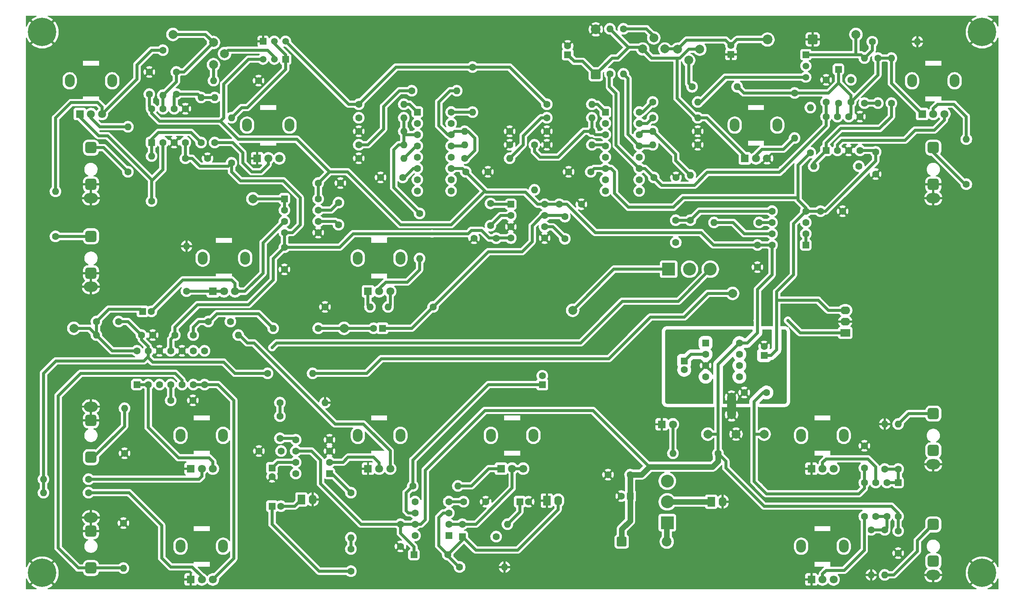
<source format=gtl>
%TF.GenerationSoftware,KiCad,Pcbnew,9.0.3*%
%TF.CreationDate,2025-07-31T22:43:19+01:00*%
%TF.ProjectId,hierophone,68696572-6f70-4686-9f6e-652e6b696361,r02*%
%TF.SameCoordinates,Original*%
%TF.FileFunction,Copper,L1,Top*%
%TF.FilePolarity,Positive*%
%FSLAX46Y46*%
G04 Gerber Fmt 4.6, Leading zero omitted, Abs format (unit mm)*
G04 Created by KiCad (PCBNEW 9.0.3) date 2025-07-31 22:43:19*
%MOMM*%
%LPD*%
G01*
G04 APERTURE LIST*
G04 Aperture macros list*
%AMRoundRect*
0 Rectangle with rounded corners*
0 $1 Rounding radius*
0 $2 $3 $4 $5 $6 $7 $8 $9 X,Y pos of 4 corners*
0 Add a 4 corners polygon primitive as box body*
4,1,4,$2,$3,$4,$5,$6,$7,$8,$9,$2,$3,0*
0 Add four circle primitives for the rounded corners*
1,1,$1+$1,$2,$3*
1,1,$1+$1,$4,$5*
1,1,$1+$1,$6,$7*
1,1,$1+$1,$8,$9*
0 Add four rect primitives between the rounded corners*
20,1,$1+$1,$2,$3,$4,$5,0*
20,1,$1+$1,$4,$5,$6,$7,0*
20,1,$1+$1,$6,$7,$8,$9,0*
20,1,$1+$1,$8,$9,$2,$3,0*%
G04 Aperture macros list end*
%TA.AperFunction,EtchedComponent*%
%ADD10C,0.000000*%
%TD*%
%TA.AperFunction,ComponentPad*%
%ADD11C,1.600000*%
%TD*%
%TA.AperFunction,ComponentPad*%
%ADD12O,1.600000X1.600000*%
%TD*%
%TA.AperFunction,ComponentPad*%
%ADD13R,1.600000X1.600000*%
%TD*%
%TA.AperFunction,ComponentPad*%
%ADD14O,2.200000X2.900000*%
%TD*%
%TA.AperFunction,ComponentPad*%
%ADD15R,1.800000X1.800000*%
%TD*%
%TA.AperFunction,ComponentPad*%
%ADD16C,1.800000*%
%TD*%
%TA.AperFunction,ComponentPad*%
%ADD17R,2.921000X2.921000*%
%TD*%
%TA.AperFunction,ComponentPad*%
%ADD18C,2.921000*%
%TD*%
%TA.AperFunction,ComponentPad*%
%ADD19C,2.000000*%
%TD*%
%TA.AperFunction,ComponentPad*%
%ADD20O,3.100000X2.300000*%
%TD*%
%TA.AperFunction,ComponentPad*%
%ADD21RoundRect,0.650000X-0.650000X-0.650000X0.650000X-0.650000X0.650000X0.650000X-0.650000X0.650000X0*%
%TD*%
%TA.AperFunction,ComponentPad*%
%ADD22RoundRect,0.650000X0.650000X0.650000X-0.650000X0.650000X-0.650000X-0.650000X0.650000X-0.650000X0*%
%TD*%
%TA.AperFunction,ComponentPad*%
%ADD23RoundRect,0.250000X-0.550000X-0.550000X0.550000X-0.550000X0.550000X0.550000X-0.550000X0.550000X0*%
%TD*%
%TA.AperFunction,ComponentPad*%
%ADD24RoundRect,0.250000X0.550000X0.550000X-0.550000X0.550000X-0.550000X-0.550000X0.550000X-0.550000X0*%
%TD*%
%TA.AperFunction,ComponentPad*%
%ADD25R,1.500000X1.500000*%
%TD*%
%TA.AperFunction,ComponentPad*%
%ADD26C,1.500000*%
%TD*%
%TA.AperFunction,ComponentPad*%
%ADD27C,6.400000*%
%TD*%
%TA.AperFunction,ComponentPad*%
%ADD28RoundRect,0.250000X-0.550000X0.550000X-0.550000X-0.550000X0.550000X-0.550000X0.550000X0.550000X0*%
%TD*%
%TA.AperFunction,ComponentPad*%
%ADD29R,1.740000X2.200000*%
%TD*%
%TA.AperFunction,ComponentPad*%
%ADD30O,1.740000X2.200000*%
%TD*%
%TA.AperFunction,ComponentPad*%
%ADD31RoundRect,0.250000X0.550000X-0.550000X0.550000X0.550000X-0.550000X0.550000X-0.550000X-0.550000X0*%
%TD*%
%TA.AperFunction,ComponentPad*%
%ADD32R,2.200000X1.740000*%
%TD*%
%TA.AperFunction,ComponentPad*%
%ADD33O,2.200000X1.740000*%
%TD*%
%TA.AperFunction,ComponentPad*%
%ADD34RoundRect,0.249999X-0.850001X-0.850001X0.850001X-0.850001X0.850001X0.850001X-0.850001X0.850001X0*%
%TD*%
%TA.AperFunction,ComponentPad*%
%ADD35C,2.200000*%
%TD*%
%TA.AperFunction,ComponentPad*%
%ADD36RoundRect,0.249999X0.850001X-0.850001X0.850001X0.850001X-0.850001X0.850001X-0.850001X-0.850001X0*%
%TD*%
%TA.AperFunction,ComponentPad*%
%ADD37RoundRect,0.249999X0.850001X0.850001X-0.850001X0.850001X-0.850001X-0.850001X0.850001X-0.850001X0*%
%TD*%
%TA.AperFunction,SMDPad,CuDef*%
%ADD38C,2.000000*%
%TD*%
%TA.AperFunction,ViaPad*%
%ADD39C,0.762000*%
%TD*%
%TA.AperFunction,Conductor*%
%ADD40C,0.635000*%
%TD*%
%TA.AperFunction,Conductor*%
%ADD41C,1.270000*%
%TD*%
G04 APERTURE END LIST*
D10*
%TA.AperFunction,EtchedComponent*%
%TO.C,NT1*%
G36*
X190484000Y-120364000D02*
G01*
X188484000Y-120364000D01*
X188484000Y-116364000D01*
X190484000Y-116364000D01*
X190484000Y-120364000D01*
G37*
%TD.AperFunction*%
%TD*%
D11*
%TO.P,R50,1*%
%TO.N,Net-(Q3-E)*%
X221234000Y-36195000D03*
D12*
%TO.P,R50,2*%
%TO.N,GND*%
X231394000Y-36195000D03*
%TD*%
D13*
%TO.P,C42,1*%
%TO.N,POS_5V_REF*%
X152527000Y-39116000D03*
D11*
%TO.P,C42,2*%
%TO.N,GND*%
X152527000Y-37116000D03*
%TD*%
%TO.P,R33,1*%
%TO.N,Net-(Q2-C)*%
X147828000Y-50292000D03*
D12*
%TO.P,R33,2*%
%TO.N,Net-(R33-Pad2)*%
X157988000Y-50292000D03*
%TD*%
D11*
%TO.P,R62,1*%
%TO.N,Net-(U1C--)*%
X68072000Y-102362000D03*
D12*
%TO.P,R62,2*%
%TO.N,Net-(C44-Pad1)*%
X78232000Y-102362000D03*
%TD*%
D14*
%TO.P,RV5,*%
%TO.N,*%
X190200000Y-55000000D03*
X199800000Y-55000000D03*
D15*
%TO.P,RV5,1,1*%
%TO.N,POS_5V_REF*%
X192500000Y-62500000D03*
D16*
%TO.P,RV5,2,2*%
%TO.N,Net-(R40-Pad2)*%
X195000000Y-62500000D03*
%TO.P,RV5,3,3*%
%TO.N,GND*%
X197500000Y-62500000D03*
%TD*%
D17*
%TO.P,SW3,1,A*%
%TO.N,FEEDBACK_AUDIO*%
X175301000Y-87500000D03*
D18*
%TO.P,SW3,2,B*%
%TO.N,Net-(SW3-B)*%
X180000000Y-87500000D03*
%TO.P,SW3,3,C*%
%TO.N,AUDIO_INPUT_2*%
X184699000Y-87500000D03*
%TD*%
D11*
%TO.P,R27,1*%
%TO.N,VEE*%
X207264000Y-61214000D03*
D12*
%TO.P,R27,2*%
%TO.N,NEG_5V_REF*%
X207264000Y-51054000D03*
%TD*%
D11*
%TO.P,R5,1*%
%TO.N,GND*%
X105410000Y-56388000D03*
D12*
%TO.P,R5,2*%
%TO.N,Net-(U2C-+)*%
X115570000Y-56388000D03*
%TD*%
D11*
%TO.P,C18,1*%
%TO.N,VCC*%
X171958000Y-66802000D03*
%TO.P,C18,2*%
%TO.N,GND*%
X176958000Y-66802000D03*
%TD*%
D19*
%TO.P,TP8,1,1*%
%TO.N,Net-(R25-Pad2)*%
X189738000Y-92964000D03*
%TD*%
D20*
%TO.P,J13,S*%
%TO.N,GND*%
X45000000Y-91502500D03*
D21*
%TO.P,J13,T*%
%TO.N,Net-(J13-PadT)*%
X45000000Y-80102500D03*
%TO.P,J13,TN*%
%TO.N,GND*%
X45000000Y-88402500D03*
%TD*%
D11*
%TO.P,R18,1*%
%TO.N,Net-(J13-PadT)*%
X37000000Y-80100000D03*
D12*
%TO.P,R18,2*%
%TO.N,Net-(U4B--)*%
X37000000Y-69940000D03*
%TD*%
D20*
%TO.P,J1,S*%
%TO.N,GND*%
X45000000Y-118520000D03*
D22*
%TO.P,J1,T*%
%TO.N,Net-(U1A-+)*%
X45000000Y-129920000D03*
%TO.P,J1,TN*%
%TO.N,GND*%
X45000000Y-121620000D03*
%TD*%
D23*
%TO.P,U3,1*%
%TO.N,Net-(R33-Pad2)*%
X161046000Y-52060000D03*
D11*
%TO.P,U3,2,DIODE_BIAS*%
%TO.N,unconnected-(U3C-DIODE_BIAS-Pad2)*%
X161046000Y-54600000D03*
%TO.P,U3,3,+*%
%TO.N,Net-(U3C-+)*%
X161046000Y-57140000D03*
%TO.P,U3,4,-*%
%TO.N,Net-(U3C--)*%
X161046000Y-59680000D03*
%TO.P,U3,5*%
%TO.N,Net-(U13B--)*%
X161046000Y-62220000D03*
%TO.P,U3,6,V-*%
%TO.N,VEE*%
X161046000Y-64760000D03*
%TO.P,U3,7*%
%TO.N,unconnected-(U3-Pad7)*%
X161046000Y-67300000D03*
%TO.P,U3,8*%
%TO.N,unconnected-(U3-Pad8)*%
X161046000Y-69840000D03*
%TO.P,U3,9*%
%TO.N,unconnected-(U3-Pad9)*%
X168666000Y-69840000D03*
%TO.P,U3,10*%
%TO.N,unconnected-(U3-Pad10)*%
X168666000Y-67300000D03*
%TO.P,U3,11,V+*%
%TO.N,VCC*%
X168666000Y-64760000D03*
%TO.P,U3,12*%
%TO.N,Net-(U10B--)*%
X168666000Y-62220000D03*
%TO.P,U3,13,-*%
%TO.N,Net-(U3A--)*%
X168666000Y-59680000D03*
%TO.P,U3,14,+*%
%TO.N,Net-(U3A-+)*%
X168666000Y-57140000D03*
%TO.P,U3,15,DIODE_BIAS*%
%TO.N,Net-(U3A-DIODE_BIAS)*%
X168666000Y-54600000D03*
%TO.P,U3,16*%
%TO.N,Net-(R44-Pad1)*%
X168666000Y-52060000D03*
%TD*%
%TO.P,R46,1*%
%TO.N,Net-(U7--)*%
X128778000Y-145034000D03*
D12*
%TO.P,R46,2*%
%TO.N,Net-(C10-Pad1)*%
X138938000Y-145034000D03*
%TD*%
D20*
%TO.P,J5,S*%
%TO.N,GND*%
X235000000Y-71480000D03*
D21*
%TO.P,J5,T*%
%TO.N,Net-(J5-PadT)*%
X235000000Y-60080000D03*
%TO.P,J5,TN*%
%TO.N,GND*%
X235000000Y-68380000D03*
%TD*%
D11*
%TO.P,R13,1*%
%TO.N,Net-(U8B--)*%
X220980000Y-146304000D03*
D12*
%TO.P,R13,2*%
%TO.N,GND*%
X220980000Y-156464000D03*
%TD*%
D11*
%TO.P,R52,1*%
%TO.N,GND*%
X82804000Y-44958000D03*
D12*
%TO.P,R52,2*%
%TO.N,Net-(R52-Pad2)*%
X72644000Y-44958000D03*
%TD*%
D14*
%TO.P,RV8,*%
%TO.N,*%
X105200000Y-125000000D03*
X114800000Y-125000000D03*
D15*
%TO.P,RV8,1,1*%
%TO.N,GND*%
X107500000Y-132500000D03*
D16*
%TO.P,RV8,2,2*%
%TO.N,Net-(U6--)*%
X110000000Y-132500000D03*
%TO.P,RV8,3,3*%
%TO.N,Net-(C44-Pad1)*%
X112500000Y-132500000D03*
%TD*%
D11*
%TO.P,R49,1*%
%TO.N,Net-(U10B-+)*%
X180213000Y-76454000D03*
D12*
%TO.P,R49,2*%
%TO.N,Net-(U3A-+)*%
X180213000Y-66294000D03*
%TD*%
D24*
%TO.P,U10,1*%
%TO.N,Net-(U10A--)*%
X206248000Y-82032000D03*
D11*
%TO.P,U10,2,-*%
X206248000Y-79492000D03*
%TO.P,U10,3,+*%
%TO.N,unconnected-(U10A-+-Pad3)*%
X206248000Y-76952000D03*
%TO.P,U10,4,V-*%
%TO.N,VEE*%
X206248000Y-74412000D03*
%TO.P,U10,5,+*%
%TO.N,Net-(U10B-+)*%
X198628000Y-74412000D03*
%TO.P,U10,6,-*%
%TO.N,Net-(U10B--)*%
X198628000Y-76952000D03*
%TO.P,U10,7*%
%TO.N,Net-(R25-Pad2)*%
X198628000Y-79492000D03*
%TO.P,U10,8,V+*%
%TO.N,VCC*%
X198628000Y-82032000D03*
%TD*%
%TO.P,R15,1*%
%TO.N,GND*%
X147828000Y-59436000D03*
D12*
%TO.P,R15,2*%
%TO.N,Net-(U3C--)*%
X157988000Y-59436000D03*
%TD*%
D19*
%TO.P,TP2,1,1*%
%TO.N,VEE*%
X196850000Y-124714000D03*
%TD*%
D11*
%TO.P,R24,1*%
%TO.N,Net-(U3A-DIODE_BIAS)*%
X171704000Y-53340000D03*
D12*
%TO.P,R24,2*%
%TO.N,POS_5V_REF*%
X181864000Y-53340000D03*
%TD*%
D13*
%TO.P,C9,1*%
%TO.N,Net-(C41-Pad1)*%
X85852000Y-140970000D03*
D11*
%TO.P,C9,2*%
%TO.N,Net-(J9-Pin_1)*%
X87852000Y-140970000D03*
%TD*%
D19*
%TO.P,TP5,1,1*%
%TO.N,Net-(C4-Pad2)*%
X102108000Y-100838000D03*
%TD*%
D25*
%TO.P,Q1,1,E*%
%TO.N,Net-(Q1-E)*%
X88900000Y-40132000D03*
D26*
%TO.P,Q1,2,B*%
%TO.N,Net-(Q1-B)*%
X86360000Y-40132000D03*
%TO.P,Q1,3,C*%
%TO.N,VCC*%
X83820000Y-40132000D03*
%TD*%
D11*
%TO.P,R1,1*%
%TO.N,Net-(C1-Pad1)*%
X105410000Y-59436000D03*
D12*
%TO.P,R1,2*%
%TO.N,Net-(U2C-+)*%
X115570000Y-59436000D03*
%TD*%
D13*
%TO.P,C7,1*%
%TO.N,Net-(U6-BYPASS)*%
X85852000Y-132334000D03*
D11*
%TO.P,C7,2*%
%TO.N,GND*%
X85852000Y-134334000D03*
%TD*%
%TO.P,R37,1*%
%TO.N,Net-(R36-Pad2)*%
X69850000Y-58928000D03*
D12*
%TO.P,R37,2*%
%TO.N,Net-(U4B--)*%
X69850000Y-48768000D03*
%TD*%
D11*
%TO.P,R42,1*%
%TO.N,Net-(R42-Pad1)*%
X219456000Y-50038000D03*
D12*
%TO.P,R42,2*%
%TO.N,Net-(Q3-E)*%
X219456000Y-39878000D03*
%TD*%
D11*
%TO.P,C22,1*%
%TO.N,GND*%
X221996000Y-66040000D03*
%TO.P,C22,2*%
%TO.N,VEE*%
X221996000Y-61040000D03*
%TD*%
%TO.P,R4,1*%
%TO.N,Net-(U12A--)*%
X105410000Y-53340000D03*
D12*
%TO.P,R4,2*%
%TO.N,Net-(U2C-+)*%
X115570000Y-53340000D03*
%TD*%
D11*
%TO.P,R55,1*%
%TO.N,Net-(R55-Pad1)*%
X103632000Y-137922000D03*
D12*
%TO.P,R55,2*%
%TO.N,Net-(C41-Pad2)*%
X103632000Y-148082000D03*
%TD*%
D11*
%TO.P,R30,1*%
%TO.N,VEE*%
X76708000Y-63500000D03*
D12*
%TO.P,R30,2*%
%TO.N,Net-(Q1-E)*%
X76708000Y-53340000D03*
%TD*%
D11*
%TO.P,C31,1*%
%TO.N,VCC*%
X87884000Y-128524000D03*
%TO.P,C31,2*%
%TO.N,GND*%
X82884000Y-128524000D03*
%TD*%
%TO.P,C41,1*%
%TO.N,Net-(C41-Pad1)*%
X103632000Y-155622000D03*
%TO.P,C41,2*%
%TO.N,Net-(C41-Pad2)*%
X103632000Y-150622000D03*
%TD*%
D27*
%TO.P,H4,1,1*%
%TO.N,GND*%
X246000000Y-156000000D03*
%TD*%
D14*
%TO.P,RV10,*%
%TO.N,*%
X205200000Y-125000000D03*
X214800000Y-125000000D03*
D15*
%TO.P,RV10,1,1*%
%TO.N,GND*%
X207500000Y-132500000D03*
D16*
%TO.P,RV10,2,2*%
%TO.N,Net-(U8A-+)*%
X210000000Y-132500000D03*
%TO.P,RV10,3,3*%
%TO.N,FEEDBACK_AUDIO*%
X212500000Y-132500000D03*
%TD*%
D11*
%TO.P,C27,1*%
%TO.N,GND*%
X214550000Y-74422000D03*
%TO.P,C27,2*%
%TO.N,VEE*%
X209550000Y-74422000D03*
%TD*%
%TO.P,C36,1*%
%TO.N,GND*%
X58928000Y-102362000D03*
%TO.P,C36,2*%
%TO.N,VEE*%
X63928000Y-102362000D03*
%TD*%
%TO.P,R59,1*%
%TO.N,GND*%
X52324000Y-144780000D03*
D12*
%TO.P,R59,2*%
%TO.N,Net-(U1B-+)*%
X52324000Y-154940000D03*
%TD*%
D24*
%TO.P,U6,1,GAIN*%
%TO.N,Net-(R55-Pad1)*%
X98806000Y-133604000D03*
D11*
%TO.P,U6,2,-*%
%TO.N,Net-(U6--)*%
X98806000Y-131064000D03*
%TO.P,U6,3,+*%
%TO.N,GND*%
X98806000Y-128524000D03*
%TO.P,U6,4,GND*%
X98806000Y-125984000D03*
%TO.P,U6,5*%
%TO.N,Net-(C41-Pad1)*%
X91186000Y-125984000D03*
%TO.P,U6,6,V+*%
%TO.N,VCC*%
X91186000Y-128524000D03*
%TO.P,U6,7,BYPASS*%
%TO.N,Net-(U6-BYPASS)*%
X91186000Y-131064000D03*
%TO.P,U6,8,GAIN*%
%TO.N,unconnected-(U6-GAIN-Pad8)*%
X91186000Y-133604000D03*
%TD*%
%TO.P,R38,1*%
%TO.N,Net-(J5-PadT)*%
X242443000Y-68326000D03*
D12*
%TO.P,R38,2*%
%TO.N,Net-(R38-Pad2)*%
X242443000Y-58166000D03*
%TD*%
D11*
%TO.P,R51,1*%
%TO.N,Net-(R51-Pad1)*%
X66548000Y-92456000D03*
D12*
%TO.P,R51,2*%
%TO.N,GND*%
X66548000Y-82296000D03*
%TD*%
D11*
%TO.P,R32,1*%
%TO.N,Net-(Q2-C)*%
X131064000Y-41910000D03*
D12*
%TO.P,R32,2*%
%TO.N,Net-(R32-Pad2)*%
X131064000Y-52070000D03*
%TD*%
D11*
%TO.P,R61,1*%
%TO.N,Net-(C4-Pad2)*%
X96266000Y-100838000D03*
D12*
%TO.P,R61,2*%
%TO.N,Net-(U1C--)*%
X86106000Y-100838000D03*
%TD*%
D14*
%TO.P,RV4,*%
%TO.N,*%
X80200000Y-55000000D03*
X89800000Y-55000000D03*
D15*
%TO.P,RV4,1,1*%
%TO.N,GND*%
X82500000Y-62500000D03*
D16*
%TO.P,RV4,2,2*%
%TO.N,Net-(R35-Pad1)*%
X85000000Y-62500000D03*
%TO.P,RV4,3,3*%
%TO.N,POS_5V_REF*%
X87500000Y-62500000D03*
%TD*%
D11*
%TO.P,C24,1*%
%TO.N,GND*%
X134032000Y-139954000D03*
%TO.P,C24,2*%
%TO.N,VEE*%
X129032000Y-139954000D03*
%TD*%
D23*
%TO.P,U13,1*%
%TO.N,Net-(C2-Pad1)*%
X139710000Y-72868000D03*
D11*
%TO.P,U13,2,-*%
%TO.N,Net-(U13A--)*%
X139710000Y-75408000D03*
%TO.P,U13,3,+*%
%TO.N,GND*%
X139710000Y-77948000D03*
%TO.P,U13,4,V-*%
%TO.N,VEE*%
X139710000Y-80488000D03*
%TO.P,U13,5,+*%
%TO.N,GND*%
X147330000Y-80488000D03*
%TO.P,U13,6,-*%
%TO.N,Net-(U13B--)*%
X147330000Y-77948000D03*
%TO.P,U13,7*%
%TO.N,Net-(C3-Pad1)*%
X147330000Y-75408000D03*
%TO.P,U13,8,V+*%
%TO.N,VCC*%
X147330000Y-72868000D03*
%TD*%
%TO.P,C23,1*%
%TO.N,VCC*%
X114808000Y-145034000D03*
%TO.P,C23,2*%
%TO.N,GND*%
X114808000Y-150034000D03*
%TD*%
D13*
%TO.P,C11,1*%
%TO.N,Net-(C11-Pad1)*%
X146812000Y-113538000D03*
D11*
%TO.P,C11,2*%
%TO.N,FEEDBACK_AUDIO*%
X146812000Y-111538000D03*
%TD*%
%TO.P,C26,1*%
%TO.N,VCC*%
X195326000Y-82042000D03*
%TO.P,C26,2*%
%TO.N,GND*%
X195326000Y-87042000D03*
%TD*%
D13*
%TO.P,C33,1*%
%TO.N,Net-(C33-Pad1)*%
X56642000Y-97028000D03*
D11*
%TO.P,C33,2*%
%TO.N,Net-(U12A-+)*%
X58642000Y-97028000D03*
%TD*%
%TO.P,R43,1*%
%TO.N,Net-(C8-Pad2)*%
X87630000Y-117602000D03*
D12*
%TO.P,R43,2*%
%TO.N,GND*%
X97790000Y-117602000D03*
%TD*%
D17*
%TO.P,SW1,1,A*%
%TO.N,Net-(D3-A)*%
X175000000Y-144699000D03*
D18*
%TO.P,SW1,2,B*%
%TO.N,Net-(J8-Pin_1)*%
X175000000Y-140000000D03*
%TO.P,SW1,3,C*%
%TO.N,unconnected-(SW1-C-Pad3)*%
X175000000Y-135301000D03*
%TD*%
D28*
%TO.P,D5,1,K*%
%TO.N,Net-(D5-K)*%
X213614000Y-42418000D03*
D11*
%TO.P,D5,2,A*%
%TO.N,Net-(D5-A)*%
X213614000Y-50038000D03*
%TD*%
%TO.P,R35,1*%
%TO.N,Net-(R35-Pad1)*%
X72898000Y-58928000D03*
D12*
%TO.P,R35,2*%
%TO.N,Net-(U4B--)*%
X72898000Y-48768000D03*
%TD*%
D11*
%TO.P,R21,1*%
%TO.N,Net-(U2C-+)*%
X119126000Y-74930000D03*
D12*
%TO.P,R21,2*%
%TO.N,Net-(R21-Pad2)*%
X119126000Y-85090000D03*
%TD*%
D13*
%TO.P,C28,1*%
%TO.N,Net-(U9-CAP+)*%
X178816000Y-108204000D03*
D11*
%TO.P,C28,2*%
%TO.N,Net-(U9-CAP-)*%
X178816000Y-110204000D03*
%TD*%
D20*
%TO.P,J4,S*%
%TO.N,GND*%
X45000000Y-71480000D03*
D21*
%TO.P,J4,T*%
%TO.N,Net-(J4-PadT)*%
X45000000Y-60080000D03*
%TO.P,J4,TN*%
%TO.N,GND*%
X45000000Y-68380000D03*
%TD*%
D14*
%TO.P,RV1,*%
%TO.N,*%
X65200000Y-125000000D03*
X74800000Y-125000000D03*
D15*
%TO.P,RV1,1,1*%
%TO.N,GND*%
X67500000Y-132500000D03*
D16*
%TO.P,RV1,2,2*%
%TO.N,Net-(R7-Pad1)*%
X70000000Y-132500000D03*
%TO.P,RV1,3,3*%
%TO.N,Net-(U1A--)*%
X72500000Y-132500000D03*
%TD*%
D29*
%TO.P,J10,1,Pin_1*%
%TO.N,GND*%
X147828000Y-139700000D03*
D30*
%TO.P,J10,2,Pin_2*%
%TO.N,Net-(D1-A)*%
X150368000Y-139700000D03*
%TD*%
D11*
%TO.P,R44,1*%
%TO.N,Net-(R44-Pad1)*%
X171704000Y-49784000D03*
D12*
%TO.P,R44,2*%
%TO.N,Net-(Q3-C)*%
X181864000Y-49784000D03*
%TD*%
D11*
%TO.P,R29,1*%
%TO.N,Net-(U4B--)*%
X61214000Y-38100000D03*
D12*
%TO.P,R29,2*%
%TO.N,Net-(C5-Pad2)*%
X61214000Y-48260000D03*
%TD*%
D11*
%TO.P,R48,1*%
%TO.N,VCC*%
X186436000Y-129032000D03*
D12*
%TO.P,R48,2*%
%TO.N,Net-(D4-A)*%
X176276000Y-129032000D03*
%TD*%
D11*
%TO.P,R58,1*%
%TO.N,Net-(D5-K)*%
X222504000Y-39878000D03*
D12*
%TO.P,R58,2*%
%TO.N,Net-(R42-Pad1)*%
X222504000Y-50038000D03*
%TD*%
D27*
%TO.P,H2,1,1*%
%TO.N,GND*%
X246000000Y-34000000D03*
%TD*%
D11*
%TO.P,R26,1*%
%TO.N,VCC*%
X162052000Y-43434000D03*
D12*
%TO.P,R26,2*%
%TO.N,POS_5V_REF*%
X162052000Y-33274000D03*
%TD*%
D14*
%TO.P,RV3,*%
%TO.N,*%
X105200000Y-85000000D03*
X114800000Y-85000000D03*
D15*
%TO.P,RV3,1,1*%
%TO.N,Net-(R19-Pad2)*%
X107500000Y-92500000D03*
D16*
%TO.P,RV3,2,2*%
%TO.N,Net-(R21-Pad2)*%
X110000000Y-92500000D03*
%TO.P,RV3,3,3*%
%TO.N,Net-(R20-Pad2)*%
X112500000Y-92500000D03*
%TD*%
D11*
%TO.P,R19,1*%
%TO.N,GND*%
X97790000Y-96012000D03*
D12*
%TO.P,R19,2*%
%TO.N,Net-(R19-Pad2)*%
X107950000Y-96012000D03*
%TD*%
D14*
%TO.P,RV6,*%
%TO.N,*%
X40200000Y-45000000D03*
X49800000Y-45000000D03*
D15*
%TO.P,RV6,1,1*%
%TO.N,Net-(U4A--)*%
X42500000Y-52500000D03*
D16*
%TO.P,RV6,2,2*%
%TO.N,Net-(R34-Pad2)*%
X45000000Y-52500000D03*
%TO.P,RV6,3,3*%
%TO.N,Net-(U4B--)*%
X47500000Y-52500000D03*
%TD*%
D11*
%TO.P,C21,1*%
%TO.N,VCC*%
X210820000Y-49784000D03*
%TO.P,C21,2*%
%TO.N,GND*%
X210820000Y-44784000D03*
%TD*%
D31*
%TO.P,U4,1*%
%TO.N,Net-(R36-Pad2)*%
X58684000Y-58918000D03*
D11*
%TO.P,U4,2,-*%
%TO.N,Net-(U4A--)*%
X61224000Y-58918000D03*
%TO.P,U4,3,+*%
%TO.N,GND*%
X63764000Y-58918000D03*
%TO.P,U4,4,V-*%
%TO.N,VEE*%
X66304000Y-58918000D03*
%TO.P,U4,5,+*%
%TO.N,GND*%
X66304000Y-51298000D03*
%TO.P,U4,6,-*%
%TO.N,Net-(U4B--)*%
X63764000Y-51298000D03*
%TO.P,U4,7*%
%TO.N,Net-(C5-Pad2)*%
X61224000Y-51298000D03*
%TO.P,U4,8,V+*%
%TO.N,VCC*%
X58684000Y-51298000D03*
%TD*%
%TO.P,R45,1*%
%TO.N,Net-(C11-Pad1)*%
X117602000Y-136398000D03*
D12*
%TO.P,R45,2*%
%TO.N,Net-(R45-Pad2)*%
X127762000Y-136398000D03*
%TD*%
D14*
%TO.P,RV12,*%
%TO.N,*%
X135200000Y-125000000D03*
X144800000Y-125000000D03*
D15*
%TO.P,RV12,1,1*%
%TO.N,Net-(R45-Pad2)*%
X137500000Y-132500000D03*
D16*
%TO.P,RV12,2,2*%
%TO.N,Net-(U7--)*%
X140000000Y-132500000D03*
%TO.P,RV12,3,3*%
X142500000Y-132500000D03*
%TD*%
D11*
%TO.P,C1,1*%
%TO.N,Net-(C1-Pad1)*%
X100838000Y-72470000D03*
%TO.P,C1,2*%
%TO.N,Net-(U12B--)*%
X100838000Y-77470000D03*
%TD*%
D19*
%TO.P,TP6,1,1*%
%TO.N,Net-(C5-Pad2)*%
X63500000Y-34544000D03*
%TD*%
D11*
%TO.P,R20,1*%
%TO.N,Net-(C3-Pad1)*%
X122174000Y-96012000D03*
D12*
%TO.P,R20,2*%
%TO.N,Net-(R20-Pad2)*%
X112014000Y-96012000D03*
%TD*%
D23*
%TO.P,D2,1,K*%
%TO.N,Net-(D1-A)*%
X128778000Y-147828000D03*
D11*
%TO.P,D2,2,A*%
%TO.N,VEE*%
X136398000Y-147828000D03*
%TD*%
%TO.P,C12,1*%
%TO.N,VCC*%
X58166000Y-48006000D03*
%TO.P,C12,2*%
%TO.N,GND*%
X58166000Y-43006000D03*
%TD*%
%TO.P,R14,1*%
%TO.N,Net-(C2-Pad1)*%
X147828000Y-53340000D03*
D12*
%TO.P,R14,2*%
%TO.N,Net-(U3C-+)*%
X157988000Y-53340000D03*
%TD*%
D11*
%TO.P,R12,1*%
%TO.N,Net-(U2A-+)*%
X129286000Y-62484000D03*
D12*
%TO.P,R12,2*%
%TO.N,Net-(C2-Pad1)*%
X139446000Y-62484000D03*
%TD*%
D29*
%TO.P,J9,1,Pin_1*%
%TO.N,Net-(J9-Pin_1)*%
X92456000Y-139446000D03*
D30*
%TO.P,J9,2,Pin_2*%
%TO.N,GND*%
X94996000Y-139446000D03*
%TD*%
D31*
%TO.P,U1,1*%
%TO.N,Net-(U1A--)*%
X55372000Y-113538000D03*
D11*
%TO.P,U1,2,-*%
X57912000Y-113538000D03*
%TO.P,U1,3,+*%
%TO.N,Net-(U1A-+)*%
X60452000Y-113538000D03*
%TO.P,U1,4,V+*%
%TO.N,VCC*%
X62992000Y-113538000D03*
%TO.P,U1,5,+*%
%TO.N,Net-(U1B-+)*%
X65532000Y-113538000D03*
%TO.P,U1,6,-*%
%TO.N,AUDIO_INPUT_2*%
X68072000Y-113538000D03*
%TO.P,U1,7*%
X70612000Y-113538000D03*
%TO.P,U1,8*%
%TO.N,Net-(C44-Pad1)*%
X70612000Y-105918000D03*
%TO.P,U1,9,-*%
%TO.N,Net-(U1C--)*%
X68072000Y-105918000D03*
%TO.P,U1,10,+*%
%TO.N,GND*%
X65532000Y-105918000D03*
%TO.P,U1,11,V-*%
%TO.N,VEE*%
X62992000Y-105918000D03*
%TO.P,U1,12,+*%
%TO.N,GND*%
X60452000Y-105918000D03*
%TO.P,U1,13,-*%
%TO.N,Net-(U1D--)*%
X57912000Y-105918000D03*
%TO.P,U1,14*%
%TO.N,Net-(C33-Pad1)*%
X55372000Y-105918000D03*
%TD*%
%TO.P,C30,1*%
%TO.N,VEE*%
X197358000Y-115316000D03*
%TO.P,C30,2*%
%TO.N,GNDD*%
X192358000Y-115316000D03*
%TD*%
%TO.P,R23,1*%
%TO.N,GND*%
X181864000Y-59436000D03*
D12*
%TO.P,R23,2*%
%TO.N,Net-(U3A--)*%
X171704000Y-59436000D03*
%TD*%
D11*
%TO.P,R9,1*%
%TO.N,Net-(C1-Pad1)*%
X117348000Y-47244000D03*
D12*
%TO.P,R9,2*%
%TO.N,Net-(U2A-+)*%
X127508000Y-47244000D03*
%TD*%
D11*
%TO.P,R3,1*%
%TO.N,GND*%
X105410000Y-62484000D03*
D12*
%TO.P,R3,2*%
%TO.N,Net-(U2C--)*%
X115570000Y-62484000D03*
%TD*%
D13*
%TO.P,C4,1*%
%TO.N,Net-(C3-Pad1)*%
X110744000Y-100838000D03*
D11*
%TO.P,C4,2*%
%TO.N,Net-(C4-Pad2)*%
X108744000Y-100838000D03*
%TD*%
%TO.P,R40,1*%
%TO.N,Net-(D5-K)*%
X203708000Y-47752000D03*
D12*
%TO.P,R40,2*%
%TO.N,Net-(R40-Pad2)*%
X203708000Y-57912000D03*
%TD*%
D31*
%TO.P,U5,1*%
%TO.N,Net-(R39-Pad2)*%
X210820000Y-60706000D03*
D11*
%TO.P,U5,2,-*%
%TO.N,Net-(U5A--)*%
X213360000Y-60706000D03*
%TO.P,U5,3,+*%
%TO.N,GND*%
X215900000Y-60706000D03*
%TO.P,U5,4,V-*%
%TO.N,VEE*%
X218440000Y-60706000D03*
%TO.P,U5,5,+*%
%TO.N,GND*%
X218440000Y-53086000D03*
%TO.P,U5,6,-*%
%TO.N,Net-(D5-K)*%
X215900000Y-53086000D03*
%TO.P,U5,7*%
%TO.N,Net-(D5-A)*%
X213360000Y-53086000D03*
%TO.P,U5,8,V+*%
%TO.N,VCC*%
X210820000Y-53086000D03*
%TD*%
D14*
%TO.P,RV9,*%
%TO.N,*%
X70200000Y-85000000D03*
X79800000Y-85000000D03*
D15*
%TO.P,RV9,1,1*%
%TO.N,Net-(R51-Pad1)*%
X72500000Y-92500000D03*
D16*
%TO.P,RV9,2,2*%
X75000000Y-92500000D03*
%TO.P,RV9,3,3*%
%TO.N,Net-(U12A-+)*%
X77500000Y-92500000D03*
%TD*%
D11*
%TO.P,R54,1*%
%TO.N,Net-(U8B--)*%
X224028000Y-146304000D03*
D12*
%TO.P,R54,2*%
%TO.N,Net-(J7-PadT)*%
X224028000Y-156464000D03*
%TD*%
D25*
%TO.P,Q2,1,E*%
%TO.N,GND*%
X83820000Y-36068000D03*
D26*
%TO.P,Q2,2,B*%
%TO.N,Net-(Q1-E)*%
X86360000Y-36068000D03*
%TO.P,Q2,3,C*%
%TO.N,Net-(Q2-C)*%
X88900000Y-36068000D03*
%TD*%
D11*
%TO.P,R34,1*%
%TO.N,Net-(J4-PadT)*%
X53340000Y-65532000D03*
D12*
%TO.P,R34,2*%
%TO.N,Net-(R34-Pad2)*%
X53340000Y-55372000D03*
%TD*%
D11*
%TO.P,R8,1*%
%TO.N,Net-(R8-Pad1)*%
X44450000Y-137922000D03*
D12*
%TO.P,R8,2*%
%TO.N,Net-(U1D--)*%
X34290000Y-137922000D03*
%TD*%
D11*
%TO.P,R60,1*%
%TO.N,GND*%
X52578000Y-129032000D03*
D12*
%TO.P,R60,2*%
%TO.N,Net-(U1A-+)*%
X52578000Y-118872000D03*
%TD*%
D32*
%TO.P,J3,1,Pin_1*%
%TO.N,VCC*%
X215138000Y-101854000D03*
D33*
%TO.P,J3,2,Pin_2*%
%TO.N,GND*%
X215138000Y-99314000D03*
%TO.P,J3,3,Pin_3*%
%TO.N,VEE*%
X215138000Y-96774000D03*
%TD*%
D11*
%TO.P,R16,1*%
%TO.N,GND*%
X147828000Y-56388000D03*
D12*
%TO.P,R16,2*%
%TO.N,Net-(U3C-+)*%
X157988000Y-56388000D03*
%TD*%
D14*
%TO.P,RV2,*%
%TO.N,*%
X65200000Y-150000000D03*
X74800000Y-150000000D03*
D15*
%TO.P,RV2,1,1*%
%TO.N,GND*%
X67500000Y-157500000D03*
D16*
%TO.P,RV2,2,2*%
%TO.N,Net-(R8-Pad1)*%
X70000000Y-157500000D03*
%TO.P,RV2,3,3*%
%TO.N,AUDIO_INPUT_2*%
X72500000Y-157500000D03*
%TD*%
D11*
%TO.P,R47,1*%
%TO.N,Net-(D1-A)*%
X128143000Y-154686000D03*
D12*
%TO.P,R47,2*%
%TO.N,GND*%
X138303000Y-154686000D03*
%TD*%
D24*
%TO.P,U7,1,BAL*%
%TO.N,unconnected-(U7-BAL-Pad1)*%
X125720000Y-147564000D03*
D11*
%TO.P,U7,2,-*%
%TO.N,Net-(U7--)*%
X125720000Y-145024000D03*
%TO.P,U7,3,+*%
%TO.N,Net-(D1-A)*%
X125720000Y-142484000D03*
%TO.P,U7,4,V-*%
%TO.N,VEE*%
X125720000Y-139944000D03*
%TO.P,U7,5,COMP*%
%TO.N,unconnected-(U7-COMP-Pad5)*%
X118100000Y-139944000D03*
%TO.P,U7,6*%
%TO.N,Net-(C11-Pad1)*%
X118100000Y-142484000D03*
%TO.P,U7,7,V+*%
%TO.N,VCC*%
X118100000Y-145024000D03*
%TO.P,U7,8,C/B*%
%TO.N,unconnected-(U7-C{slash}B-Pad8)*%
X118100000Y-147564000D03*
%TD*%
D20*
%TO.P,J7,S*%
%TO.N,GND*%
X235000000Y-156480000D03*
D21*
%TO.P,J7,T*%
%TO.N,Net-(J7-PadT)*%
X235000000Y-145080000D03*
%TO.P,J7,TN*%
%TO.N,unconnected-(J7-PadTN)*%
X235000000Y-153380000D03*
%TD*%
D19*
%TO.P,RV14,1,1*%
%TO.N,POS_5V_REF*%
X169458000Y-37826000D03*
%TO.P,RV14,2,2*%
%TO.N,Net-(R56-Pad1)*%
X171958000Y-35326000D03*
%TO.P,RV14,3,3*%
%TO.N,NEG_5V_REF*%
X174458000Y-37826000D03*
%TD*%
D11*
%TO.P,C37,1*%
%TO.N,VCC*%
X227076000Y-146558000D03*
%TO.P,C37,2*%
%TO.N,GND*%
X227076000Y-151558000D03*
%TD*%
%TO.P,R22,1*%
%TO.N,GND*%
X181864000Y-56388000D03*
D12*
%TO.P,R22,2*%
%TO.N,Net-(U3A-+)*%
X171704000Y-56388000D03*
%TD*%
D11*
%TO.P,C25,1*%
%TO.N,VCC*%
X166624000Y-133858000D03*
%TO.P,C25,2*%
%TO.N,GND*%
X161624000Y-133858000D03*
%TD*%
%TO.P,C19,1*%
%TO.N,GND*%
X152734000Y-65532000D03*
%TO.P,C19,2*%
%TO.N,VEE*%
X157734000Y-65532000D03*
%TD*%
D27*
%TO.P,H1,1,1*%
%TO.N,GND*%
X34000000Y-34000000D03*
%TD*%
D19*
%TO.P,RV13,1,1*%
%TO.N,Net-(C5-Pad2)*%
X72644000Y-36362000D03*
%TO.P,RV13,2,2*%
%TO.N,Net-(Q1-B)*%
X75144000Y-38862000D03*
%TO.P,RV13,3,3*%
%TO.N,Net-(R52-Pad2)*%
X72644000Y-41362000D03*
%TD*%
%TO.P,TP7,1,1*%
%TO.N,FEEDBACK_AUDIO*%
X153670000Y-96774000D03*
%TD*%
D11*
%TO.P,R17,1*%
%TO.N,Net-(U3C-+)*%
X145034000Y-59436000D03*
D12*
%TO.P,R17,2*%
%TO.N,Net-(C3-Pad1)*%
X145034000Y-69596000D03*
%TD*%
D19*
%TO.P,TP9,1,1*%
%TO.N,Net-(Q3-E)*%
X217551000Y-34544000D03*
%TD*%
D27*
%TO.P,H3,1,1*%
%TO.N,GND*%
X34000000Y-156000000D03*
%TD*%
D11*
%TO.P,C40,1*%
%TO.N,GND*%
X88646000Y-87550000D03*
%TO.P,C40,2*%
%TO.N,VEE*%
X88646000Y-82550000D03*
%TD*%
%TO.P,C6,1*%
%TO.N,Net-(D5-K)*%
X216408000Y-49784000D03*
%TO.P,C6,2*%
%TO.N,Net-(D5-A)*%
X216408000Y-44784000D03*
%TD*%
%TO.P,R7,1*%
%TO.N,Net-(R7-Pad1)*%
X44450000Y-134874000D03*
D12*
%TO.P,R7,2*%
%TO.N,Net-(U1D--)*%
X34290000Y-134874000D03*
%TD*%
D13*
%TO.P,C10,1*%
%TO.N,Net-(C10-Pad1)*%
X141732000Y-139954000D03*
D11*
%TO.P,C10,2*%
%TO.N,GND*%
X143732000Y-139954000D03*
%TD*%
D19*
%TO.P,TP4,1,1*%
%TO.N,Net-(C33-Pad1)*%
X41148000Y-100838000D03*
%TD*%
D11*
%TO.P,C32,1*%
%TO.N,VCC*%
X62992000Y-117094000D03*
%TO.P,C32,2*%
%TO.N,GND*%
X67992000Y-117094000D03*
%TD*%
D19*
%TO.P,TP10,1,1*%
%TO.N,Net-(U12A--)*%
X81534000Y-71628000D03*
%TD*%
D23*
%TO.P,U2,1*%
%TO.N,Net-(R31-Pad2)*%
X118628000Y-52060000D03*
D11*
%TO.P,U2,2,DIODE_BIAS*%
%TO.N,unconnected-(U2C-DIODE_BIAS-Pad2)*%
X118628000Y-54600000D03*
%TO.P,U2,3,+*%
%TO.N,Net-(U2C-+)*%
X118628000Y-57140000D03*
%TO.P,U2,4,-*%
%TO.N,Net-(U2C--)*%
X118628000Y-59680000D03*
%TO.P,U2,5*%
%TO.N,Net-(U12B--)*%
X118628000Y-62220000D03*
%TO.P,U2,6,V-*%
%TO.N,VEE*%
X118628000Y-64760000D03*
%TO.P,U2,7*%
%TO.N,unconnected-(U2-Pad7)*%
X118628000Y-67300000D03*
%TO.P,U2,8*%
%TO.N,unconnected-(U2-Pad8)*%
X118628000Y-69840000D03*
%TO.P,U2,9*%
%TO.N,unconnected-(U2-Pad9)*%
X126248000Y-69840000D03*
%TO.P,U2,10*%
%TO.N,unconnected-(U2-Pad10)*%
X126248000Y-67300000D03*
%TO.P,U2,11,V+*%
%TO.N,VCC*%
X126248000Y-64760000D03*
%TO.P,U2,12*%
%TO.N,Net-(U13A--)*%
X126248000Y-62220000D03*
%TO.P,U2,13,-*%
%TO.N,Net-(U2A--)*%
X126248000Y-59680000D03*
%TO.P,U2,14,+*%
%TO.N,Net-(U2A-+)*%
X126248000Y-57140000D03*
%TO.P,U2,15,DIODE_BIAS*%
%TO.N,unconnected-(U2A-DIODE_BIAS-Pad15)*%
X126248000Y-54600000D03*
%TO.P,U2,16*%
%TO.N,Net-(R32-Pad2)*%
X126248000Y-52060000D03*
%TD*%
D19*
%TO.P,TP3,1,1*%
%TO.N,GND*%
X190500000Y-124714000D03*
%TD*%
D11*
%TO.P,R2,1*%
%TO.N,Net-(U8A--)*%
X224028000Y-132588000D03*
D12*
%TO.P,R2,2*%
%TO.N,GND*%
X224028000Y-122428000D03*
%TD*%
D34*
%TO.P,D3,1,K*%
%TO.N,VCC*%
X164719000Y-148971000D03*
D35*
%TO.P,D3,2,A*%
%TO.N,Net-(D3-A)*%
X174879000Y-148971000D03*
%TD*%
D13*
%TO.P,C29,1*%
%TO.N,VEE*%
X196850000Y-106934000D03*
D11*
%TO.P,C29,2*%
%TO.N,GNDD*%
X196850000Y-104934000D03*
%TD*%
%TO.P,C2,1*%
%TO.N,Net-(C2-Pad1)*%
X135128000Y-72684000D03*
%TO.P,C2,2*%
%TO.N,Net-(U13A--)*%
X135128000Y-77684000D03*
%TD*%
%TO.P,C5,1*%
%TO.N,Net-(U4B--)*%
X64262000Y-48006000D03*
%TO.P,C5,2*%
%TO.N,Net-(C5-Pad2)*%
X64262000Y-43006000D03*
%TD*%
%TO.P,R28,1*%
%TO.N,Net-(U1D--)*%
X84836000Y-110998000D03*
D12*
%TO.P,R28,2*%
%TO.N,Net-(R25-Pad2)*%
X94996000Y-110998000D03*
%TD*%
D13*
%TO.P,C20,1*%
%TO.N,VCC*%
X166624000Y-138684000D03*
D11*
%TO.P,C20,2*%
%TO.N,GND*%
X164624000Y-138684000D03*
%TD*%
D23*
%TO.P,U9,1,NC*%
%TO.N,unconnected-(U9-NC-Pad1)*%
X183642000Y-104150000D03*
D11*
%TO.P,U9,2,CAP+*%
%TO.N,Net-(U9-CAP+)*%
X183642000Y-106690000D03*
%TO.P,U9,3,GND*%
%TO.N,GNDD*%
X183642000Y-109230000D03*
%TO.P,U9,4,CAP-*%
%TO.N,Net-(U9-CAP-)*%
X183642000Y-111770000D03*
%TO.P,U9,5,VOUT*%
%TO.N,VEE*%
X191262000Y-111770000D03*
%TO.P,U9,6,LV*%
%TO.N,unconnected-(U9-LV-Pad6)*%
X191262000Y-109230000D03*
%TO.P,U9,7,OSC*%
%TO.N,unconnected-(U9-OSC-Pad7)*%
X191262000Y-106690000D03*
%TO.P,U9,8,V+*%
%TO.N,VCC*%
X191262000Y-104150000D03*
%TD*%
%TO.P,C17,1*%
%TO.N,GND*%
X110316000Y-66802000D03*
%TO.P,C17,2*%
%TO.N,VEE*%
X115316000Y-66802000D03*
%TD*%
%TO.P,R36,1*%
%TO.N,Net-(U4A--)*%
X58674000Y-72136000D03*
D12*
%TO.P,R36,2*%
%TO.N,Net-(R36-Pad2)*%
X58674000Y-61976000D03*
%TD*%
D20*
%TO.P,J2,S*%
%TO.N,GND*%
X45000000Y-143520000D03*
D22*
%TO.P,J2,T*%
%TO.N,Net-(U1B-+)*%
X45000000Y-154920000D03*
%TO.P,J2,TN*%
%TO.N,GND*%
X45000000Y-146620000D03*
%TD*%
D20*
%TO.P,J6,S*%
%TO.N,GND*%
X235000000Y-131480000D03*
D21*
%TO.P,J6,T*%
%TO.N,Net-(J6-PadT)*%
X235000000Y-120080000D03*
%TO.P,J6,TN*%
%TO.N,unconnected-(J6-PadTN)*%
X235000000Y-128380000D03*
%TD*%
D11*
%TO.P,R6,1*%
%TO.N,Net-(U1D--)*%
X56388000Y-102362000D03*
D12*
%TO.P,R6,2*%
%TO.N,Net-(C33-Pad1)*%
X46228000Y-102362000D03*
%TD*%
D11*
%TO.P,R25,1*%
%TO.N,Net-(U10B--)*%
X195707000Y-76962000D03*
D12*
%TO.P,R25,2*%
%TO.N,Net-(R25-Pad2)*%
X185547000Y-76962000D03*
%TD*%
D11*
%TO.P,C39,1*%
%TO.N,VCC*%
X96266000Y-68072000D03*
%TO.P,C39,2*%
%TO.N,GND*%
X101266000Y-68072000D03*
%TD*%
%TO.P,C15,1*%
%TO.N,GND*%
X131398000Y-80518000D03*
%TO.P,C15,2*%
%TO.N,VEE*%
X136398000Y-80518000D03*
%TD*%
%TO.P,C34,1*%
%TO.N,Net-(U10B-+)*%
X176911000Y-76454000D03*
%TO.P,C34,2*%
%TO.N,Net-(SW3-B)*%
X176911000Y-81454000D03*
%TD*%
%TO.P,C38,1*%
%TO.N,GND*%
X219456000Y-127334000D03*
%TO.P,C38,2*%
%TO.N,VEE*%
X219456000Y-132334000D03*
%TD*%
%TO.P,C44,1*%
%TO.N,Net-(C44-Pad1)*%
X76454000Y-99314000D03*
%TO.P,C44,2*%
%TO.N,Net-(U1C--)*%
X71454000Y-99314000D03*
%TD*%
D25*
%TO.P,Q3,1,E*%
%TO.N,Net-(Q3-E)*%
X206248000Y-39106000D03*
D26*
%TO.P,Q3,2,B*%
%TO.N,Net-(D5-A)*%
X206248000Y-41646000D03*
%TO.P,Q3,3,C*%
%TO.N,Net-(Q3-C)*%
X206248000Y-44186000D03*
%TD*%
D11*
%TO.P,R39,1*%
%TO.N,Net-(U5A--)*%
X218186000Y-64262000D03*
D12*
%TO.P,R39,2*%
%TO.N,Net-(R39-Pad2)*%
X208026000Y-64262000D03*
%TD*%
D13*
%TO.P,C43,1*%
%TO.N,GND*%
X189357000Y-39055113D03*
D11*
%TO.P,C43,2*%
%TO.N,NEG_5V_REF*%
X189357000Y-37055113D03*
%TD*%
%TO.P,C35,1*%
%TO.N,Net-(C33-Pad1)*%
X46228000Y-99314000D03*
%TO.P,C35,2*%
%TO.N,Net-(U1D--)*%
X51228000Y-99314000D03*
%TD*%
D14*
%TO.P,RV7,*%
%TO.N,*%
X230200000Y-45000000D03*
X239800000Y-45000000D03*
D15*
%TO.P,RV7,1,1*%
%TO.N,Net-(D5-K)*%
X232500000Y-52500000D03*
D16*
%TO.P,RV7,2,2*%
%TO.N,Net-(R38-Pad2)*%
X235000000Y-52500000D03*
%TO.P,RV7,3,3*%
%TO.N,Net-(U5A--)*%
X237500000Y-52500000D03*
%TD*%
D11*
%TO.P,R56,1*%
%TO.N,Net-(R56-Pad1)*%
X165100000Y-33274000D03*
D12*
%TO.P,R56,2*%
%TO.N,Net-(U3A--)*%
X165100000Y-43434000D03*
%TD*%
D28*
%TO.P,U8,1*%
%TO.N,Net-(U8A--)*%
X227066000Y-135646000D03*
D11*
%TO.P,U8,2,-*%
X224526000Y-135646000D03*
%TO.P,U8,3,+*%
%TO.N,Net-(U8A-+)*%
X221986000Y-135646000D03*
%TO.P,U8,4,V-*%
%TO.N,VEE*%
X219446000Y-135646000D03*
%TO.P,U8,5,+*%
%TO.N,Net-(U8B-+)*%
X219446000Y-143266000D03*
%TO.P,U8,6,-*%
%TO.N,Net-(U8B--)*%
X221986000Y-143266000D03*
%TO.P,U8,7*%
X224526000Y-143266000D03*
%TO.P,U8,8,V+*%
%TO.N,VCC*%
X227066000Y-143266000D03*
%TD*%
D19*
%TO.P,TP1,1,1*%
%TO.N,VCC*%
X184150000Y-124714000D03*
%TD*%
D11*
%TO.P,C3,1*%
%TO.N,Net-(C3-Pad1)*%
X151892000Y-75652000D03*
%TO.P,C3,2*%
%TO.N,Net-(U13B--)*%
X151892000Y-80652000D03*
%TD*%
D36*
%TO.P,D6,1,K*%
%TO.N,POS_5V_REF*%
X158877000Y-43561000D03*
D35*
%TO.P,D6,2,A*%
%TO.N,GND*%
X158877000Y-33401000D03*
%TD*%
D11*
%TO.P,R57,1*%
%TO.N,Net-(R57-Pad1)*%
X180594000Y-46355000D03*
D12*
%TO.P,R57,2*%
%TO.N,Net-(D5-K)*%
X190754000Y-46355000D03*
%TD*%
D11*
%TO.P,C14,1*%
%TO.N,VCC*%
X150622000Y-72858000D03*
%TO.P,C14,2*%
%TO.N,GND*%
X155622000Y-72858000D03*
%TD*%
%TO.P,R11,1*%
%TO.N,GND*%
X139446000Y-56388000D03*
D12*
%TO.P,R11,2*%
%TO.N,Net-(U2A-+)*%
X129286000Y-56388000D03*
%TD*%
D11*
%TO.P,R31,1*%
%TO.N,Net-(Q2-C)*%
X105410000Y-50292000D03*
D12*
%TO.P,R31,2*%
%TO.N,Net-(R31-Pad2)*%
X115570000Y-50292000D03*
%TD*%
D11*
%TO.P,R41,1*%
%TO.N,Net-(R39-Pad2)*%
X225552000Y-50038000D03*
D12*
%TO.P,R41,2*%
%TO.N,Net-(D5-K)*%
X225552000Y-39878000D03*
%TD*%
D11*
%TO.P,C13,1*%
%TO.N,GND*%
X71294000Y-62484000D03*
%TO.P,C13,2*%
%TO.N,VEE*%
X66294000Y-62484000D03*
%TD*%
D37*
%TO.P,D7,1,K*%
%TO.N,GND*%
X207772000Y-35687000D03*
D35*
%TO.P,D7,2,A*%
%TO.N,NEG_5V_REF*%
X197612000Y-35687000D03*
%TD*%
D14*
%TO.P,RV11,*%
%TO.N,*%
X205200000Y-150000000D03*
X214800000Y-150000000D03*
D15*
%TO.P,RV11,1,1*%
%TO.N,GND*%
X207500000Y-157500000D03*
D16*
%TO.P,RV11,2,2*%
%TO.N,Net-(U8B-+)*%
X210000000Y-157500000D03*
%TO.P,RV11,3,3*%
%TO.N,FEEDBACK_AUDIO*%
X212500000Y-157500000D03*
%TD*%
D23*
%TO.P,U12,1*%
%TO.N,Net-(U12A--)*%
X88646000Y-71628000D03*
D11*
%TO.P,U12,2,-*%
X88646000Y-74168000D03*
%TO.P,U12,3,+*%
%TO.N,Net-(U12A-+)*%
X88646000Y-76708000D03*
%TO.P,U12,4,V-*%
%TO.N,VEE*%
X88646000Y-79248000D03*
%TO.P,U12,5,+*%
%TO.N,GND*%
X96266000Y-79248000D03*
%TO.P,U12,6,-*%
%TO.N,Net-(U12B--)*%
X96266000Y-76708000D03*
%TO.P,U12,7*%
%TO.N,Net-(C1-Pad1)*%
X96266000Y-74168000D03*
%TO.P,U12,8,V+*%
%TO.N,VCC*%
X96266000Y-71628000D03*
%TD*%
%TO.P,R10,1*%
%TO.N,GND*%
X139446000Y-59436000D03*
D12*
%TO.P,R10,2*%
%TO.N,Net-(U2A--)*%
X129286000Y-59436000D03*
%TD*%
D11*
%TO.P,C16,1*%
%TO.N,VCC*%
X129540000Y-65532000D03*
%TO.P,C16,2*%
%TO.N,GND*%
X134540000Y-65532000D03*
%TD*%
D29*
%TO.P,J8,1,Pin_1*%
%TO.N,Net-(J8-Pin_1)*%
X184912000Y-139954000D03*
D30*
%TO.P,J8,2,Pin_2*%
%TO.N,GND*%
X187452000Y-139954000D03*
%TD*%
D15*
%TO.P,D4,1,K*%
%TO.N,GND*%
X173725000Y-122500000D03*
D16*
%TO.P,D4,2,A*%
%TO.N,Net-(D4-A)*%
X176265000Y-122500000D03*
%TD*%
D38*
%TO.P,NT1,1,1*%
%TO.N,GNDD*%
X189484000Y-116364000D03*
%TO.P,NT1,2,2*%
%TO.N,GND*%
X189484000Y-120364000D03*
%TD*%
D11*
%TO.P,C8,1*%
%TO.N,Net-(C41-Pad1)*%
X87630000Y-125650000D03*
%TO.P,C8,2*%
%TO.N,Net-(C8-Pad2)*%
X87630000Y-120650000D03*
%TD*%
D23*
%TO.P,D1,1,K*%
%TO.N,VCC*%
X117856000Y-151892000D03*
D11*
%TO.P,D1,2,A*%
%TO.N,Net-(D1-A)*%
X125476000Y-151892000D03*
%TD*%
%TO.P,R53,1*%
%TO.N,Net-(U8A--)*%
X227076000Y-132588000D03*
D12*
%TO.P,R53,2*%
%TO.N,Net-(J6-PadT)*%
X227076000Y-122428000D03*
%TD*%
D19*
%TO.P,RV15,1,1*%
%TO.N,POS_5V_REF*%
X182332000Y-37866000D03*
%TO.P,RV15,2,2*%
%TO.N,Net-(R57-Pad1)*%
X179832000Y-40366000D03*
%TO.P,RV15,3,3*%
%TO.N,NEG_5V_REF*%
X177332000Y-37866000D03*
%TD*%
D39*
%TO.N,VCC*%
X202184000Y-99060000D03*
X200977500Y-64960500D03*
X195326000Y-99060000D03*
%TO.N,VEE*%
X195707000Y-136525000D03*
X121920000Y-79502000D03*
%TO.N,AUDIO_INPUT_2*%
X85852000Y-105156000D03*
%TD*%
D40*
%TO.N,Net-(C1-Pad1)*%
X99140000Y-74168000D02*
X100838000Y-72470000D01*
X114554000Y-47244000D02*
X110998000Y-50800000D01*
X117348000Y-47244000D02*
X114554000Y-47244000D01*
X110998000Y-50800000D02*
X110998000Y-55880000D01*
X96266000Y-74168000D02*
X99140000Y-74168000D01*
X110998000Y-55880000D02*
X107442000Y-59436000D01*
X107442000Y-59436000D02*
X105410000Y-59436000D01*
%TO.N,Net-(C2-Pad1)*%
X139446000Y-62484000D02*
X142494000Y-59436000D01*
X142494000Y-57404000D02*
X146558000Y-53340000D01*
X142494000Y-59436000D02*
X142494000Y-57404000D01*
X135312000Y-72868000D02*
X135128000Y-72684000D01*
X139710000Y-72868000D02*
X135312000Y-72868000D01*
X146558000Y-53340000D02*
X147828000Y-53340000D01*
%TO.N,Net-(C3-Pad1)*%
X144526000Y-81280000D02*
X144526000Y-77724000D01*
X142240000Y-83566000D02*
X144526000Y-81280000D01*
X151648000Y-75408000D02*
X151892000Y-75652000D01*
X144526000Y-77724000D02*
X146842000Y-75408000D01*
X117348000Y-100838000D02*
X110744000Y-100838000D01*
X134620000Y-83566000D02*
X142240000Y-83566000D01*
X146842000Y-75408000D02*
X147330000Y-75408000D01*
X122174000Y-96012000D02*
X117348000Y-100838000D01*
X122174000Y-96012000D02*
X134620000Y-83566000D01*
X147330000Y-75408000D02*
X151648000Y-75408000D01*
%TO.N,Net-(C4-Pad2)*%
X102108000Y-100838000D02*
X96266000Y-100838000D01*
X108744000Y-100838000D02*
X102108000Y-100838000D01*
%TO.N,Net-(U4B--)*%
X64262000Y-48006000D02*
X69088000Y-48006000D01*
X47500000Y-50900000D02*
X46518500Y-49918500D01*
X46518500Y-49918500D02*
X40481500Y-49918500D01*
X63764000Y-51298000D02*
X63764000Y-48504000D01*
X58674000Y-38100000D02*
X61214000Y-38100000D01*
X40481500Y-49918500D02*
X37000000Y-53400000D01*
X55372000Y-44628000D02*
X55372000Y-41402000D01*
X55372000Y-41402000D02*
X58674000Y-38100000D01*
X47500000Y-52500000D02*
X55372000Y-44628000D01*
X63764000Y-48504000D02*
X64262000Y-48006000D01*
X47500000Y-52500000D02*
X47500000Y-50900000D01*
X69850000Y-48768000D02*
X72898000Y-48768000D01*
X37000000Y-53400000D02*
X37000000Y-69940000D01*
X69088000Y-48006000D02*
X69850000Y-48768000D01*
%TO.N,Net-(Q1-B)*%
X75946000Y-38100000D02*
X84836000Y-38100000D01*
X75144000Y-38862000D02*
X75184000Y-38862000D01*
X86360000Y-39624000D02*
X86360000Y-40132000D01*
X75184000Y-38862000D02*
X75946000Y-38100000D01*
X84836000Y-38100000D02*
X86360000Y-39624000D01*
%TO.N,Net-(D5-K)*%
X213614000Y-42418000D02*
X213614000Y-45466000D01*
X222504000Y-43688000D02*
X222504000Y-39878000D01*
X203708000Y-47752000D02*
X211328000Y-47752000D01*
X216408000Y-48260000D02*
X216408000Y-49784000D01*
X225552000Y-39878000D02*
X225552000Y-45552000D01*
X216408000Y-49784000D02*
X222504000Y-43688000D01*
X222504000Y-39878000D02*
X225552000Y-39878000D01*
X190881000Y-46355000D02*
X192278000Y-47752000D01*
X216408000Y-49784000D02*
X216408000Y-52578000D01*
X216408000Y-52578000D02*
X215900000Y-53086000D01*
X211328000Y-47752000D02*
X213614000Y-45466000D01*
X192278000Y-47752000D02*
X203708000Y-47752000D01*
X225552000Y-45552000D02*
X232500000Y-52500000D01*
X190754000Y-46355000D02*
X190881000Y-46355000D01*
X213614000Y-45466000D02*
X216408000Y-48260000D01*
%TO.N,Net-(D5-A)*%
X213360000Y-53086000D02*
X213360000Y-50292000D01*
X213360000Y-50292000D02*
X213614000Y-50038000D01*
%TO.N,Net-(U6-BYPASS)*%
X91186000Y-131064000D02*
X87122000Y-131064000D01*
X87122000Y-131064000D02*
X85852000Y-132334000D01*
%TO.N,Net-(C8-Pad2)*%
X87630000Y-117602000D02*
X87630000Y-120650000D01*
%TO.N,Net-(J9-Pin_1)*%
X87852000Y-140970000D02*
X90932000Y-140970000D01*
X90932000Y-140970000D02*
X92456000Y-139446000D01*
%TO.N,Net-(C10-Pad1)*%
X141732000Y-142240000D02*
X138938000Y-145034000D01*
X141732000Y-139954000D02*
X141732000Y-142240000D01*
%TO.N,Net-(C11-Pad1)*%
X134620000Y-113538000D02*
X146812000Y-113538000D01*
X116078000Y-137922000D02*
X117602000Y-136398000D01*
X116078000Y-141986000D02*
X116078000Y-137922000D01*
X117602000Y-130556000D02*
X134620000Y-113538000D01*
X116576000Y-142484000D02*
X116078000Y-141986000D01*
X118100000Y-142484000D02*
X116576000Y-142484000D01*
X117602000Y-136398000D02*
X117602000Y-130556000D01*
%TO.N,FEEDBACK_AUDIO*%
X175301000Y-87500000D02*
X162944000Y-87500000D01*
X162944000Y-87500000D02*
X153670000Y-96774000D01*
%TO.N,VCC*%
X168666000Y-64760000D02*
X169916000Y-64760000D01*
X200279000Y-65659000D02*
X184023000Y-65659000D01*
X195326000Y-92075000D02*
X198628000Y-88773000D01*
X133858000Y-69850000D02*
X129540000Y-65532000D01*
D41*
X170942000Y-132080000D02*
X185166000Y-132080000D01*
D40*
X181102000Y-68580000D02*
X173736000Y-68580000D01*
X126248000Y-64760000D02*
X128768000Y-64760000D01*
X114808000Y-147066000D02*
X117856000Y-150114000D01*
X128768000Y-64760000D02*
X129540000Y-65532000D01*
X185420000Y-82042000D02*
X182626000Y-79248000D01*
X102870000Y-65532000D02*
X114808000Y-77470000D01*
X169916000Y-64760000D02*
X171958000Y-66802000D01*
X210820000Y-55118000D02*
X210820000Y-53086000D01*
X105918000Y-145034000D02*
X114808000Y-145034000D01*
X210820000Y-49784000D02*
X210820000Y-53086000D01*
X117856000Y-150114000D02*
X117856000Y-151892000D01*
X191262000Y-104150000D02*
X193030000Y-104150000D01*
X58684000Y-52334000D02*
X60452000Y-54102000D01*
X202184000Y-99060000D02*
X204978000Y-101854000D01*
X198618000Y-82042000D02*
X198628000Y-82032000D01*
X62992000Y-113538000D02*
X62992000Y-117094000D01*
X163449000Y-47879000D02*
X163449000Y-59543000D01*
X215138000Y-101854000D02*
X204978000Y-101854000D01*
X186436000Y-129032000D02*
X188214000Y-130810000D01*
X227066000Y-146548000D02*
X227076000Y-146558000D01*
X118100000Y-145024000D02*
X119390000Y-145024000D01*
X162052000Y-43434000D02*
X161925000Y-43561000D01*
X188214000Y-132334000D02*
X196850000Y-140970000D01*
X158242000Y-119380000D02*
X170942000Y-132080000D01*
X126238000Y-77470000D02*
X133858000Y-69850000D01*
X227066000Y-143266000D02*
X227066000Y-146548000D01*
X182626000Y-79248000D02*
X158750000Y-79248000D01*
X195326000Y-101854000D02*
X195326000Y-92075000D01*
X225552000Y-140970000D02*
X227066000Y-142484000D01*
X74930000Y-54864000D02*
X78248500Y-58182500D01*
D41*
X166624000Y-133858000D02*
X169164000Y-133858000D01*
D40*
X58684000Y-51298000D02*
X58684000Y-52334000D01*
D41*
X186436000Y-130810000D02*
X186436000Y-129032000D01*
D40*
X94742000Y-128524000D02*
X96774000Y-130556000D01*
D41*
X164719000Y-146177000D02*
X164719000Y-148971000D01*
D40*
X200977500Y-64960500D02*
X210820000Y-55118000D01*
X188214000Y-130810000D02*
X188214000Y-132334000D01*
X133858000Y-119380000D02*
X158242000Y-119380000D01*
X91186000Y-128524000D02*
X94742000Y-128524000D01*
D41*
X166624000Y-144272000D02*
X164719000Y-146177000D01*
D40*
X114808000Y-145034000D02*
X114808000Y-147066000D01*
X74930000Y-53340000D02*
X74930000Y-45720000D01*
X186436000Y-108976000D02*
X191262000Y-104150000D01*
X163449000Y-59543000D02*
X168666000Y-64760000D01*
X96774000Y-135890000D02*
X105918000Y-145034000D01*
X74168000Y-54102000D02*
X74930000Y-54864000D01*
X147330000Y-72868000D02*
X145766000Y-72868000D01*
X186436000Y-129032000D02*
X186436000Y-108976000D01*
X227066000Y-142484000D02*
X227066000Y-143266000D01*
X58166000Y-48006000D02*
X58166000Y-50780000D01*
X80518000Y-40132000D02*
X83820000Y-40132000D01*
X98806000Y-65532000D02*
X102870000Y-65532000D01*
X173736000Y-68580000D02*
X171958000Y-66802000D01*
X119390000Y-145024000D02*
X120396000Y-144018000D01*
X145766000Y-72868000D02*
X143002000Y-70104000D01*
X114808000Y-145034000D02*
X118090000Y-145034000D01*
X120396000Y-144018000D02*
X120396000Y-132842000D01*
X74168000Y-54102000D02*
X74930000Y-53340000D01*
X161925000Y-46355000D02*
X163449000Y-47879000D01*
X60452000Y-54102000D02*
X74168000Y-54102000D01*
X143002000Y-70104000D02*
X134112000Y-70104000D01*
X114808000Y-77470000D02*
X126238000Y-77470000D01*
X196850000Y-140970000D02*
X225552000Y-140970000D01*
X198628000Y-88773000D02*
X198628000Y-82032000D01*
X184023000Y-65659000D02*
X181102000Y-68580000D01*
X161925000Y-43561000D02*
X161925000Y-46355000D01*
X200977500Y-64960500D02*
X200279000Y-65659000D01*
X195326000Y-82042000D02*
X185420000Y-82042000D01*
X96266000Y-68072000D02*
X98806000Y-65532000D01*
X118090000Y-145034000D02*
X118100000Y-145024000D01*
X91456500Y-58182500D02*
X98806000Y-65532000D01*
X96266000Y-68072000D02*
X96266000Y-71628000D01*
D41*
X185166000Y-132080000D02*
X186436000Y-130810000D01*
D40*
X78248500Y-58182500D02*
X91456500Y-58182500D01*
X152360000Y-72858000D02*
X150622000Y-72858000D01*
X120396000Y-132842000D02*
X133858000Y-119380000D01*
X74930000Y-45720000D02*
X80518000Y-40132000D01*
X96774000Y-130556000D02*
X96774000Y-135890000D01*
X184150000Y-124714000D02*
X186436000Y-124714000D01*
X158750000Y-79248000D02*
X152360000Y-72858000D01*
D41*
X169164000Y-133858000D02*
X170942000Y-132080000D01*
D40*
X134112000Y-70104000D02*
X133858000Y-69850000D01*
D41*
X166624000Y-138684000D02*
X166624000Y-144272000D01*
X166624000Y-133858000D02*
X166624000Y-138684000D01*
D40*
X58166000Y-50780000D02*
X58684000Y-51298000D01*
X193030000Y-104150000D02*
X195326000Y-101854000D01*
X147330000Y-72868000D02*
X150612000Y-72868000D01*
X195326000Y-82042000D02*
X198618000Y-82042000D01*
X150612000Y-72868000D02*
X150622000Y-72858000D01*
%TO.N,VEE*%
X178562000Y-71374000D02*
X204470000Y-71374000D01*
X219456000Y-135636000D02*
X219446000Y-135646000D01*
X158506000Y-64760000D02*
X157734000Y-65532000D01*
X218440000Y-60706000D02*
X221662000Y-60706000D01*
X206248000Y-74412000D02*
X209540000Y-74412000D01*
X206248000Y-73660000D02*
X206248000Y-74412000D01*
X209550000Y-74422000D02*
X210693000Y-74422000D01*
X63928000Y-100624000D02*
X63928000Y-102362000D01*
X134834000Y-80478000D02*
X133096000Y-78740000D01*
X88646000Y-82550000D02*
X86106000Y-85090000D01*
X69048000Y-95504000D02*
X63928000Y-100624000D01*
X130810000Y-78740000D02*
X130048000Y-79502000D01*
X197358000Y-115316000D02*
X196596000Y-115316000D01*
X194564000Y-135382000D02*
X197358000Y-138176000D01*
X125720000Y-139944000D02*
X129022000Y-139944000D01*
X163068000Y-65532000D02*
X163068000Y-70358000D01*
X204470000Y-64008000D02*
X207264000Y-61214000D01*
X196850000Y-124714000D02*
X194564000Y-124714000D01*
X121920000Y-79502000D02*
X104140000Y-79502000D01*
X194564000Y-117348000D02*
X194564000Y-131318000D01*
X62992000Y-103298000D02*
X63928000Y-102362000D01*
X62992000Y-105918000D02*
X62992000Y-103298000D01*
X199644000Y-92583000D02*
X199644000Y-105664000D01*
X204470000Y-71882000D02*
X206248000Y-73660000D01*
X139710000Y-80488000D02*
X139700000Y-80478000D01*
X215138000Y-96774000D02*
X211328000Y-96774000D01*
X206248000Y-74412000D02*
X203454000Y-77206000D01*
X117739000Y-64760000D02*
X118628000Y-64760000D01*
X196596000Y-115316000D02*
X194564000Y-117348000D01*
X166243000Y-73533000D02*
X176403000Y-73533000D01*
X86106000Y-89916000D02*
X80518000Y-95504000D01*
X76708000Y-65532000D02*
X78740000Y-67564000D01*
X203454000Y-77206000D02*
X203454000Y-88773000D01*
X92202000Y-77470000D02*
X90424000Y-79248000D01*
X176403000Y-73533000D02*
X178562000Y-71374000D01*
X139700000Y-80478000D02*
X134834000Y-80478000D01*
X221662000Y-60706000D02*
X221996000Y-61040000D01*
X86106000Y-85090000D02*
X86106000Y-89916000D01*
X129022000Y-139944000D02*
X129032000Y-139954000D01*
X66304000Y-62474000D02*
X66294000Y-62484000D01*
X204470000Y-71882000D02*
X204470000Y-64008000D01*
X161046000Y-64760000D02*
X158506000Y-64760000D01*
X210693000Y-74422000D02*
X221996000Y-63119000D01*
X219446000Y-136916000D02*
X219446000Y-135646000D01*
X199644000Y-105664000D02*
X198374000Y-106934000D01*
X115316000Y-66802000D02*
X115697000Y-66802000D01*
X198374000Y-106934000D02*
X196850000Y-106934000D01*
X218186000Y-138176000D02*
X219446000Y-136916000D01*
X204470000Y-71374000D02*
X204470000Y-71882000D01*
X211328000Y-96774000D02*
X209042000Y-94488000D01*
X67818000Y-62484000D02*
X66294000Y-62484000D01*
X76708000Y-63500000D02*
X76708000Y-65532000D01*
X162296000Y-64760000D02*
X163068000Y-65532000D01*
X101092000Y-82550000D02*
X88646000Y-82550000D01*
X90424000Y-79248000D02*
X88646000Y-79248000D01*
X161046000Y-64760000D02*
X162296000Y-64760000D01*
X209540000Y-74412000D02*
X209550000Y-74422000D01*
X69596000Y-64262000D02*
X67818000Y-62484000D01*
X209042000Y-94488000D02*
X199644000Y-94488000D01*
X104140000Y-79502000D02*
X101092000Y-82550000D01*
X221996000Y-63119000D02*
X221996000Y-61040000D01*
X88646000Y-79248000D02*
X88646000Y-82550000D01*
X76708000Y-63500000D02*
X75946000Y-64262000D01*
X163068000Y-70358000D02*
X166243000Y-73533000D01*
X130048000Y-79502000D02*
X121920000Y-79502000D01*
X80518000Y-95504000D02*
X69048000Y-95504000D01*
X75946000Y-64262000D02*
X69596000Y-64262000D01*
X197358000Y-138176000D02*
X218186000Y-138176000D01*
X115697000Y-66802000D02*
X117739000Y-64760000D01*
X66304000Y-58918000D02*
X66304000Y-62474000D01*
X88392000Y-67564000D02*
X92202000Y-71374000D01*
X194564000Y-131064000D02*
X194564000Y-135382000D01*
X203454000Y-88773000D02*
X199644000Y-92583000D01*
X133096000Y-78740000D02*
X130810000Y-78740000D01*
X78740000Y-67564000D02*
X88392000Y-67564000D01*
X92202000Y-71374000D02*
X92202000Y-77470000D01*
X219456000Y-132334000D02*
X219456000Y-135636000D01*
%TO.N,Net-(U9-CAP+)*%
X183642000Y-106690000D02*
X180330000Y-106690000D01*
X180330000Y-106690000D02*
X178816000Y-108204000D01*
%TO.N,Net-(C33-Pad1)*%
X55372000Y-105918000D02*
X49784000Y-105918000D01*
X56134000Y-96520000D02*
X49022000Y-96520000D01*
X41148000Y-100838000D02*
X44704000Y-100838000D01*
X44704000Y-100838000D02*
X46228000Y-102362000D01*
X49784000Y-105918000D02*
X46228000Y-102362000D01*
X46228000Y-99314000D02*
X46228000Y-102362000D01*
X49022000Y-96520000D02*
X46228000Y-99314000D01*
X56642000Y-97028000D02*
X56134000Y-96520000D01*
%TO.N,Net-(D1-A)*%
X124470000Y-142484000D02*
X123444000Y-143510000D01*
X125476000Y-151892000D02*
X125476000Y-152146000D01*
X150368000Y-139700000D02*
X150368000Y-141732000D01*
X150368000Y-141732000D02*
X141224000Y-150876000D01*
X125720000Y-142484000D02*
X124470000Y-142484000D01*
X131826000Y-150876000D02*
X128778000Y-147828000D01*
X123444000Y-149860000D02*
X125476000Y-151892000D01*
X128778000Y-147828000D02*
X128778000Y-148590000D01*
X123444000Y-143510000D02*
X123444000Y-149860000D01*
X141224000Y-150876000D02*
X131826000Y-150876000D01*
X125476000Y-152146000D02*
X128016000Y-154686000D01*
X128778000Y-148590000D02*
X125476000Y-151892000D01*
%TO.N,Net-(D4-A)*%
X176265000Y-122500000D02*
X176265000Y-129021000D01*
X176265000Y-129021000D02*
X176276000Y-129032000D01*
%TO.N,Net-(C44-Pad1)*%
X112500000Y-128502000D02*
X112500000Y-132500000D01*
X80264000Y-104140000D02*
X81788000Y-104140000D01*
X100076000Y-122428000D02*
X106426000Y-122428000D01*
X78486000Y-102362000D02*
X80264000Y-104140000D01*
X81788000Y-104140000D02*
X100076000Y-122428000D01*
X78232000Y-102362000D02*
X78486000Y-102362000D01*
X106426000Y-122428000D02*
X112500000Y-128502000D01*
%TO.N,Net-(J4-PadT)*%
X47888000Y-60080000D02*
X53340000Y-65532000D01*
X45000000Y-60080000D02*
X47888000Y-60080000D01*
%TO.N,Net-(J5-PadT)*%
X235000000Y-61164000D02*
X235000000Y-60080000D01*
X242162000Y-68326000D02*
X235000000Y-61164000D01*
X242443000Y-68326000D02*
X242162000Y-68326000D01*
%TO.N,Net-(U8A--)*%
X227076000Y-132588000D02*
X227076000Y-135636000D01*
X224028000Y-132588000D02*
X227076000Y-132588000D01*
X227066000Y-135646000D02*
X224526000Y-135646000D01*
X227076000Y-135636000D02*
X227066000Y-135646000D01*
%TO.N,Net-(U8B--)*%
X220980000Y-146304000D02*
X224028000Y-146304000D01*
X224526000Y-143266000D02*
X224526000Y-145806000D01*
X224526000Y-145806000D02*
X224028000Y-146304000D01*
X221986000Y-143266000D02*
X224526000Y-143266000D01*
D41*
%TO.N,Net-(J8-Pin_1)*%
X184912000Y-139954000D02*
X175046000Y-139954000D01*
X175046000Y-139954000D02*
X175000000Y-140000000D01*
D40*
%TO.N,Net-(U3A-DIODE_BIAS)*%
X171704000Y-53340000D02*
X170444000Y-54600000D01*
X170444000Y-54600000D02*
X168666000Y-54600000D01*
%TO.N,Net-(Q1-E)*%
X88900000Y-42418000D02*
X88900000Y-40132000D01*
X76708000Y-53340000D02*
X78994000Y-51054000D01*
X78994000Y-51054000D02*
X80264000Y-51054000D01*
X80264000Y-51054000D02*
X88900000Y-42418000D01*
X88900000Y-39116000D02*
X88900000Y-40132000D01*
X86360000Y-36576000D02*
X88900000Y-39116000D01*
X86360000Y-36068000D02*
X86360000Y-36576000D01*
%TO.N,Net-(Q2-C)*%
X139446000Y-41910000D02*
X147828000Y-50292000D01*
X113792000Y-41910000D02*
X105410000Y-50292000D01*
X131064000Y-41910000D02*
X139446000Y-41910000D01*
X131064000Y-41910000D02*
X113792000Y-41910000D01*
X88900000Y-36068000D02*
X103124000Y-50292000D01*
X103124000Y-50292000D02*
X105410000Y-50292000D01*
%TO.N,Net-(Q3-C)*%
X182499000Y-49784000D02*
X188097000Y-44186000D01*
X181864000Y-49784000D02*
X182499000Y-49784000D01*
X188097000Y-44186000D02*
X206248000Y-44186000D01*
%TO.N,Net-(Q3-E)*%
X221234000Y-36195000D02*
X221234000Y-38100000D01*
X206248000Y-39106000D02*
X217551000Y-39106000D01*
X221234000Y-38100000D02*
X219456000Y-39878000D01*
X217551000Y-39106000D02*
X218684000Y-39106000D01*
X217551000Y-34544000D02*
X217551000Y-39106000D01*
X218684000Y-39106000D02*
X219456000Y-39878000D01*
%TO.N,Net-(U1D--)*%
X74932974Y-108458000D02*
X58928000Y-108458000D01*
X57912000Y-107188000D02*
X57912000Y-105918000D01*
X53340000Y-99314000D02*
X56388000Y-102362000D01*
X56896000Y-108204000D02*
X57912000Y-107188000D01*
X37084000Y-108204000D02*
X56896000Y-108204000D01*
X56388000Y-103378000D02*
X56388000Y-102362000D01*
X57912000Y-107442000D02*
X57912000Y-105918000D01*
X34290000Y-110998000D02*
X37084000Y-108204000D01*
X84836000Y-110998000D02*
X77472974Y-110998000D01*
X77472974Y-110998000D02*
X74932974Y-108458000D01*
X58928000Y-108458000D02*
X57912000Y-107442000D01*
X57912000Y-104902000D02*
X56388000Y-103378000D01*
X51228000Y-99314000D02*
X53340000Y-99314000D01*
X34290000Y-137922000D02*
X34290000Y-134874000D01*
X57912000Y-105918000D02*
X57912000Y-104902000D01*
X34290000Y-134874000D02*
X34290000Y-110998000D01*
%TO.N,Net-(R7-Pad1)*%
X69342000Y-134874000D02*
X70000000Y-134216000D01*
X44450000Y-134874000D02*
X69342000Y-134874000D01*
X70000000Y-134216000D02*
X70000000Y-132500000D01*
%TO.N,AUDIO_INPUT_2*%
X155448000Y-104140000D02*
X164846000Y-94742000D01*
X77216000Y-152784000D02*
X72500000Y-157500000D01*
X86868000Y-104140000D02*
X155448000Y-104140000D01*
X77216000Y-117094000D02*
X77216000Y-152784000D01*
X73660000Y-113538000D02*
X77216000Y-117094000D01*
X177457000Y-94742000D02*
X184699000Y-87500000D01*
X70612000Y-113538000D02*
X73660000Y-113538000D01*
X164846000Y-94742000D02*
X177457000Y-94742000D01*
X70612000Y-113538000D02*
X68072000Y-113538000D01*
X85852000Y-105156000D02*
X86868000Y-104140000D01*
%TO.N,Net-(U3A-+)*%
X171704000Y-56388000D02*
X169418000Y-56388000D01*
X176911000Y-62992000D02*
X180213000Y-66294000D01*
X171704000Y-56388000D02*
X176911000Y-61595000D01*
X176911000Y-61595000D02*
X176911000Y-62992000D01*
X169418000Y-56388000D02*
X168666000Y-57140000D01*
%TO.N,Net-(U3A--)*%
X171460000Y-59680000D02*
X171704000Y-59436000D01*
X166116000Y-57130000D02*
X166116000Y-44450000D01*
X168666000Y-59680000D02*
X166116000Y-57130000D01*
X166116000Y-44450000D02*
X165100000Y-43434000D01*
X168666000Y-59680000D02*
X171460000Y-59680000D01*
%TO.N,Net-(R19-Pad2)*%
X107500000Y-95562000D02*
X107950000Y-96012000D01*
X107500000Y-92500000D02*
X107500000Y-95562000D01*
%TO.N,Net-(R20-Pad2)*%
X112500000Y-95526000D02*
X112014000Y-96012000D01*
X112500000Y-92500000D02*
X112500000Y-95526000D01*
%TO.N,Net-(R21-Pad2)*%
X116332000Y-90424000D02*
X111506000Y-90424000D01*
X110000000Y-91930000D02*
X110000000Y-92500000D01*
X119126000Y-87630000D02*
X116332000Y-90424000D01*
X119126000Y-85090000D02*
X119126000Y-87630000D01*
X111506000Y-90424000D02*
X110000000Y-91930000D01*
%TO.N,Net-(U3C-+)*%
X161046000Y-57140000D02*
X158740000Y-57140000D01*
X145034000Y-59436000D02*
X145034000Y-60960000D01*
X150368000Y-62230000D02*
X156210000Y-56388000D01*
X146304000Y-62230000D02*
X150368000Y-62230000D01*
X157988000Y-53340000D02*
X157988000Y-56388000D01*
X156210000Y-56388000D02*
X157988000Y-56388000D01*
X145034000Y-60960000D02*
X146304000Y-62230000D01*
X158740000Y-57140000D02*
X157988000Y-56388000D01*
%TO.N,Net-(U3C--)*%
X157988000Y-59436000D02*
X160802000Y-59436000D01*
X160802000Y-59436000D02*
X161046000Y-59680000D01*
%TO.N,Net-(U10B--)*%
X195717000Y-76952000D02*
X195707000Y-76962000D01*
X198628000Y-76952000D02*
X195717000Y-76952000D01*
%TO.N,Net-(U10B-+)*%
X182255000Y-74412000D02*
X198628000Y-74412000D01*
X180213000Y-76454000D02*
X182255000Y-74412000D01*
X176911000Y-76454000D02*
X180213000Y-76454000D01*
%TO.N,Net-(U10A--)*%
X206248000Y-79492000D02*
X206248000Y-82032000D01*
%TO.N,Net-(R25-Pad2)*%
X189865000Y-76962000D02*
X185547000Y-76962000D01*
X161798000Y-107696000D02*
X110490000Y-107696000D01*
X178816000Y-98298000D02*
X171196000Y-98298000D01*
X110490000Y-107696000D02*
X107188000Y-110998000D01*
X198628000Y-79492000D02*
X192395000Y-79492000D01*
X107188000Y-110998000D02*
X94996000Y-110998000D01*
X171196000Y-98298000D02*
X161798000Y-107696000D01*
X192395000Y-79492000D02*
X189865000Y-76962000D01*
X189738000Y-92964000D02*
X184150000Y-92964000D01*
X184150000Y-92964000D02*
X178816000Y-98298000D01*
%TO.N,Net-(R56-Pad1)*%
X170307000Y-33274000D02*
X171958000Y-34925000D01*
X165100000Y-33274000D02*
X170307000Y-33274000D01*
X171958000Y-34925000D02*
X171958000Y-35326000D01*
%TO.N,Net-(R31-Pad2)*%
X115570000Y-50292000D02*
X116860000Y-50292000D01*
X116860000Y-50292000D02*
X118628000Y-52060000D01*
%TO.N,Net-(R32-Pad2)*%
X131054000Y-52060000D02*
X131064000Y-52070000D01*
X126248000Y-52060000D02*
X131054000Y-52060000D01*
%TO.N,Net-(R33-Pad2)*%
X159278000Y-50292000D02*
X161046000Y-52060000D01*
X157988000Y-50292000D02*
X159278000Y-50292000D01*
%TO.N,Net-(R34-Pad2)*%
X44958000Y-52542000D02*
X44958000Y-53340000D01*
X45000000Y-52500000D02*
X44958000Y-52542000D01*
X44958000Y-53340000D02*
X46990000Y-55372000D01*
X46990000Y-55372000D02*
X53340000Y-55372000D01*
%TO.N,Net-(R35-Pad1)*%
X85000000Y-63844000D02*
X85000000Y-62500000D01*
X81280000Y-65532000D02*
X83312000Y-65532000D01*
X79248000Y-63500000D02*
X81280000Y-65532000D01*
X72898000Y-58928000D02*
X76962000Y-58928000D01*
X79248000Y-61214000D02*
X79248000Y-63500000D01*
X83312000Y-65532000D02*
X85000000Y-63844000D01*
X76962000Y-58928000D02*
X79248000Y-61214000D01*
%TO.N,Net-(R36-Pad2)*%
X60198000Y-56642000D02*
X67564000Y-56642000D01*
X58684000Y-61966000D02*
X58674000Y-61976000D01*
X58684000Y-58176000D02*
X58674000Y-58166000D01*
X58674000Y-58166000D02*
X60198000Y-56642000D01*
X58684000Y-58918000D02*
X58684000Y-58176000D01*
X67564000Y-56642000D02*
X69850000Y-58928000D01*
X58684000Y-58918000D02*
X58684000Y-61966000D01*
%TO.N,Net-(U4A--)*%
X61224000Y-65014000D02*
X58674000Y-67564000D01*
X48768000Y-57404000D02*
X58674000Y-67310000D01*
X61224000Y-58918000D02*
X61224000Y-65014000D01*
X42500000Y-52500000D02*
X42500000Y-53168000D01*
X46736000Y-57404000D02*
X48768000Y-57404000D01*
X58674000Y-67310000D02*
X58674000Y-67564000D01*
X42500000Y-53168000D02*
X46736000Y-57404000D01*
X58674000Y-67564000D02*
X58674000Y-72136000D01*
%TO.N,Net-(R38-Pad2)*%
X235000000Y-52500000D02*
X235000000Y-51258000D01*
X239649000Y-50292000D02*
X242443000Y-53086000D01*
X235966000Y-50292000D02*
X239649000Y-50292000D01*
X235000000Y-51258000D02*
X235966000Y-50292000D01*
X242443000Y-53086000D02*
X242443000Y-58166000D01*
%TO.N,Net-(R39-Pad2)*%
X214122000Y-55753000D02*
X222885000Y-55753000D01*
X210820000Y-59055000D02*
X214122000Y-55753000D01*
X208026000Y-63500000D02*
X210820000Y-60706000D01*
X210820000Y-60706000D02*
X210820000Y-59055000D01*
X208026000Y-64262000D02*
X208026000Y-63500000D01*
X225552000Y-53086000D02*
X225552000Y-50038000D01*
X222885000Y-55753000D02*
X225552000Y-53086000D01*
%TO.N,Net-(R40-Pad2)*%
X196342000Y-60452000D02*
X201168000Y-60452000D01*
X195000000Y-62500000D02*
X195000000Y-61794000D01*
X201168000Y-60452000D02*
X203708000Y-57912000D01*
X195000000Y-61794000D02*
X196342000Y-60452000D01*
%TO.N,Net-(R44-Pad1)*%
X168666000Y-52060000D02*
X169428000Y-52060000D01*
X169428000Y-52060000D02*
X171704000Y-49784000D01*
%TO.N,Net-(R45-Pad2)*%
X134708000Y-132500000D02*
X130810000Y-136398000D01*
X137500000Y-132500000D02*
X134708000Y-132500000D01*
X130810000Y-136398000D02*
X127762000Y-136398000D01*
%TO.N,Net-(U7--)*%
X128768000Y-145024000D02*
X128778000Y-145034000D01*
X125720000Y-145024000D02*
X128768000Y-145024000D01*
X131826000Y-145034000D02*
X140000000Y-136860000D01*
X142500000Y-132500000D02*
X140000000Y-132500000D01*
X140000000Y-136860000D02*
X140000000Y-132500000D01*
X128778000Y-145034000D02*
X131826000Y-145034000D01*
%TO.N,Net-(R51-Pad1)*%
X72456000Y-92456000D02*
X72500000Y-92500000D01*
X66548000Y-92456000D02*
X72456000Y-92456000D01*
X72500000Y-92500000D02*
X75000000Y-92500000D01*
%TO.N,Net-(U1A-+)*%
X45000000Y-129920000D02*
X45594000Y-129920000D01*
X45594000Y-129920000D02*
X52578000Y-122936000D01*
X52578000Y-122936000D02*
X52578000Y-118872000D01*
%TO.N,Net-(U8A-+)*%
X221986000Y-132070000D02*
X221986000Y-135646000D01*
X210820000Y-130302000D02*
X220218000Y-130302000D01*
X210000000Y-131122000D02*
X210820000Y-130302000D01*
X220218000Y-130302000D02*
X221986000Y-132070000D01*
X210000000Y-132500000D02*
X210000000Y-131122000D01*
%TO.N,Net-(U8B-+)*%
X214884000Y-155448000D02*
X219446000Y-150886000D01*
X210000000Y-157500000D02*
X210000000Y-156268000D01*
X219446000Y-150886000D02*
X219446000Y-143266000D01*
X210000000Y-156268000D02*
X210820000Y-155448000D01*
X210820000Y-155448000D02*
X214884000Y-155448000D01*
%TO.N,Net-(U2A-+)*%
X131572000Y-57912000D02*
X131572000Y-60706000D01*
X131572000Y-60706000D02*
X129794000Y-62484000D01*
X129286000Y-56388000D02*
X127000000Y-56388000D01*
X125984000Y-47244000D02*
X127508000Y-47244000D01*
X130048000Y-56388000D02*
X131572000Y-57912000D01*
X129286000Y-56388000D02*
X130048000Y-56388000D01*
X123444000Y-55118000D02*
X123444000Y-49784000D01*
X126248000Y-57140000D02*
X125466000Y-57140000D01*
X125466000Y-57140000D02*
X123444000Y-55118000D01*
X129794000Y-62484000D02*
X129286000Y-62484000D01*
X127000000Y-56388000D02*
X126248000Y-57140000D01*
X123444000Y-49784000D02*
X125984000Y-47244000D01*
%TO.N,Net-(U2A--)*%
X129042000Y-59680000D02*
X129286000Y-59436000D01*
X126248000Y-59680000D02*
X129042000Y-59680000D01*
%TO.N,Net-(C5-Pad2)*%
X64262000Y-43006000D02*
X64262000Y-45212000D01*
X61224000Y-48270000D02*
X61214000Y-48260000D01*
X64262000Y-45212000D02*
X61214000Y-48260000D01*
X61224000Y-51298000D02*
X61224000Y-48270000D01*
X64262000Y-43006000D02*
X66000000Y-43006000D01*
X66000000Y-43006000D02*
X72644000Y-36362000D01*
X63500000Y-34544000D02*
X70826000Y-34544000D01*
X70826000Y-34544000D02*
X72644000Y-36362000D01*
%TO.N,Net-(R52-Pad2)*%
X72644000Y-41362000D02*
X72644000Y-44958000D01*
%TO.N,Net-(J6-PadT)*%
X235000000Y-120080000D02*
X229424000Y-120080000D01*
X229424000Y-120080000D02*
X227076000Y-122428000D01*
%TO.N,Net-(J7-PadT)*%
X231394000Y-151130000D02*
X231394000Y-148686000D01*
X224028000Y-156464000D02*
X226060000Y-156464000D01*
X231394000Y-148686000D02*
X235000000Y-145080000D01*
X226060000Y-156464000D02*
X231394000Y-151130000D01*
%TO.N,Net-(U12A--)*%
X88646000Y-71628000D02*
X88646000Y-74168000D01*
X88646000Y-71628000D02*
X81534000Y-71628000D01*
%TO.N,Net-(U13A--)*%
X139710000Y-75408000D02*
X137404000Y-75408000D01*
X137404000Y-75408000D02*
X135128000Y-77684000D01*
%TO.N,Net-(U13B--)*%
X149188000Y-77948000D02*
X151892000Y-80652000D01*
X147330000Y-77948000D02*
X149188000Y-77948000D01*
%TO.N,Net-(U12B--)*%
X96266000Y-76708000D02*
X100076000Y-76708000D01*
X100076000Y-76708000D02*
X100838000Y-77470000D01*
%TO.N,Net-(U12A-+)*%
X65751500Y-89918500D02*
X58642000Y-97028000D01*
X76710500Y-89918500D02*
X65751500Y-89918500D01*
X77500000Y-90708000D02*
X76710500Y-89918500D01*
X88646000Y-76708000D02*
X83820000Y-81534000D01*
X83820000Y-88392000D02*
X79712000Y-92500000D01*
X77500000Y-92500000D02*
X77500000Y-90708000D01*
X83820000Y-81534000D02*
X83820000Y-88392000D01*
X79712000Y-92500000D02*
X77500000Y-92500000D01*
%TO.N,Net-(U5A--)*%
X228600000Y-58420000D02*
X230886000Y-56134000D01*
X213360000Y-59436000D02*
X214376000Y-58420000D01*
X213360000Y-60706000D02*
X213360000Y-59436000D01*
X235204000Y-56134000D02*
X237500000Y-53838000D01*
X214376000Y-58420000D02*
X228600000Y-58420000D01*
X230886000Y-56134000D02*
X235204000Y-56134000D01*
X237500000Y-53838000D02*
X237500000Y-52500000D01*
%TO.N,Net-(C41-Pad1)*%
X85852000Y-145034000D02*
X96440000Y-155622000D01*
X85852000Y-140970000D02*
X85852000Y-145034000D01*
X96440000Y-155622000D02*
X103632000Y-155622000D01*
X87630000Y-125650000D02*
X90852000Y-125650000D01*
X90852000Y-125650000D02*
X91186000Y-125984000D01*
%TO.N,Net-(C41-Pad2)*%
X103632000Y-150622000D02*
X103632000Y-148082000D01*
%TO.N,Net-(R55-Pad1)*%
X99314000Y-133604000D02*
X103632000Y-137922000D01*
X98806000Y-133604000D02*
X99314000Y-133604000D01*
%TO.N,Net-(U2C-+)*%
X115834000Y-57140000D02*
X115570000Y-57404000D01*
X113284000Y-60579000D02*
X113284000Y-69088000D01*
X115570000Y-59436000D02*
X114427000Y-59436000D01*
X118628000Y-57140000D02*
X115834000Y-57140000D01*
X115570000Y-57404000D02*
X115570000Y-59436000D01*
X113284000Y-69088000D02*
X119126000Y-74930000D01*
X115570000Y-53340000D02*
X115570000Y-56388000D01*
X114427000Y-59436000D02*
X113284000Y-60579000D01*
X115570000Y-56388000D02*
X115570000Y-57404000D01*
%TO.N,Net-(U2C--)*%
X118628000Y-59680000D02*
X118374000Y-59680000D01*
X118374000Y-59680000D02*
X115570000Y-62484000D01*
%TO.N,POS_5V_REF*%
X177205000Y-39918000D02*
X177165000Y-39878000D01*
X179812000Y-37866000D02*
X177800000Y-39878000D01*
X154019000Y-40608000D02*
X155924000Y-40608000D01*
X169057000Y-37425000D02*
X169458000Y-37826000D01*
X192500000Y-61944000D02*
X192500000Y-62500000D01*
X162560000Y-39878000D02*
X163830000Y-39878000D01*
X163830000Y-39878000D02*
X166203000Y-37505000D01*
X181864000Y-53340000D02*
X183896000Y-53340000D01*
X177800000Y-39878000D02*
X177165000Y-39878000D01*
X177205000Y-48935000D02*
X177205000Y-39918000D01*
X158877000Y-43561000D02*
X162560000Y-39878000D01*
X166203000Y-37505000D02*
X166203000Y-37425000D01*
X177165000Y-39878000D02*
X171510000Y-39878000D01*
X162052000Y-33274000D02*
X166203000Y-37425000D01*
X182332000Y-37866000D02*
X179812000Y-37866000D01*
X155924000Y-40608000D02*
X158877000Y-43561000D01*
X166203000Y-37425000D02*
X169057000Y-37425000D01*
X181610000Y-53340000D02*
X181864000Y-53340000D01*
X183896000Y-53340000D02*
X192500000Y-61944000D01*
X152527000Y-39116000D02*
X154019000Y-40608000D01*
X177205000Y-48935000D02*
X181610000Y-53340000D01*
X171510000Y-39878000D02*
X169458000Y-37826000D01*
D41*
%TO.N,Net-(D3-A)*%
X174879000Y-144820000D02*
X175000000Y-144699000D01*
X174879000Y-148971000D02*
X174879000Y-144820000D01*
D40*
%TO.N,Net-(R57-Pad1)*%
X179832000Y-45593000D02*
X180594000Y-46355000D01*
X179832000Y-40366000D02*
X179832000Y-45593000D01*
%TO.N,NEG_5V_REF*%
X174458000Y-37826000D02*
X177292000Y-37826000D01*
X177292000Y-37826000D02*
X177332000Y-37866000D01*
X188115887Y-35814000D02*
X189357000Y-37055113D01*
X190725113Y-35687000D02*
X189357000Y-37055113D01*
X197612000Y-35687000D02*
X190725113Y-35687000D01*
X179384000Y-35814000D02*
X188115887Y-35814000D01*
X177332000Y-37866000D02*
X179384000Y-35814000D01*
%TO.N,Net-(R42-Pad1)*%
X219456000Y-50038000D02*
X222504000Y-50038000D01*
%TO.N,Net-(R8-Pad1)*%
X53594000Y-137922000D02*
X60960000Y-145288000D01*
X60960000Y-152654000D02*
X62992000Y-154686000D01*
X44450000Y-137922000D02*
X53594000Y-137922000D01*
X62992000Y-154686000D02*
X67818000Y-154686000D01*
X70000000Y-156868000D02*
X70000000Y-157500000D01*
X60960000Y-145288000D02*
X60960000Y-152654000D01*
X67818000Y-154686000D02*
X70000000Y-156868000D01*
%TO.N,Net-(U1C--)*%
X73406000Y-97536000D02*
X82804000Y-97536000D01*
X73406000Y-97536000D02*
X71628000Y-99314000D01*
X69342000Y-99314000D02*
X68072000Y-100584000D01*
X82804000Y-97536000D02*
X86106000Y-100838000D01*
X71628000Y-99314000D02*
X71454000Y-99314000D01*
X68072000Y-100584000D02*
X68072000Y-102362000D01*
X71454000Y-99314000D02*
X69342000Y-99314000D01*
%TO.N,Net-(U1B-+)*%
X42144000Y-154920000D02*
X37592000Y-150368000D01*
X37592000Y-116078000D02*
X42672000Y-110998000D01*
X64008000Y-110998000D02*
X65532000Y-112522000D01*
X45000000Y-154920000D02*
X52304000Y-154920000D01*
X45000000Y-154920000D02*
X42144000Y-154920000D01*
X42672000Y-110998000D02*
X64008000Y-110998000D01*
X37592000Y-150368000D02*
X37592000Y-116078000D01*
X65532000Y-112522000D02*
X65532000Y-113538000D01*
X52304000Y-154920000D02*
X52324000Y-154940000D01*
%TO.N,Net-(U6--)*%
X108712000Y-129918500D02*
X110000000Y-131206500D01*
X98806000Y-131064000D02*
X101854000Y-131064000D01*
X102999500Y-129918500D02*
X108712000Y-129918500D01*
X101854000Y-131064000D02*
X102999500Y-129918500D01*
X110000000Y-131206500D02*
X110000000Y-132500000D01*
%TO.N,Net-(U1A--)*%
X57912000Y-113538000D02*
X57912000Y-123190000D01*
X57912000Y-123190000D02*
X64770000Y-130048000D01*
X64770000Y-130048000D02*
X71628000Y-130048000D01*
X72500000Y-130920000D02*
X72500000Y-132500000D01*
X57912000Y-113538000D02*
X55372000Y-113538000D01*
X71628000Y-130048000D02*
X72500000Y-130920000D01*
%TO.N,Net-(J13-PadT)*%
X37002500Y-80102500D02*
X37000000Y-80100000D01*
X45000000Y-80102500D02*
X37002500Y-80102500D01*
%TD*%
%TA.AperFunction,Conductor*%
%TO.N,GNDD*%
G36*
X194189039Y-101111685D02*
G01*
X194234794Y-101164489D01*
X194246000Y-101216000D01*
X194246000Y-101355287D01*
X194226315Y-101422326D01*
X194209681Y-101442968D01*
X192618968Y-103033681D01*
X192592040Y-103048384D01*
X192566222Y-103064977D01*
X192560021Y-103065868D01*
X192557645Y-103067166D01*
X192531287Y-103070000D01*
X192443072Y-103070000D01*
X192376033Y-103050315D01*
X192355391Y-103033681D01*
X192279899Y-102958189D01*
X192279894Y-102958185D01*
X192080932Y-102813632D01*
X192080931Y-102813631D01*
X192080929Y-102813630D01*
X192010411Y-102777699D01*
X191861792Y-102701973D01*
X191861789Y-102701972D01*
X191627887Y-102625974D01*
X191477461Y-102602149D01*
X191384971Y-102587500D01*
X191139029Y-102587500D01*
X191058057Y-102600324D01*
X190896112Y-102625974D01*
X190662210Y-102701972D01*
X190662207Y-102701973D01*
X190443067Y-102813632D01*
X190244105Y-102958185D01*
X190244100Y-102958189D01*
X190070189Y-103132100D01*
X190070185Y-103132105D01*
X189925632Y-103331067D01*
X189813973Y-103550207D01*
X189813972Y-103550210D01*
X189737974Y-103784112D01*
X189699500Y-104027029D01*
X189699500Y-104133786D01*
X189679815Y-104200825D01*
X189663181Y-104221467D01*
X185714985Y-108169662D01*
X185714986Y-108169663D01*
X185612221Y-108272428D01*
X185512301Y-108409955D01*
X185478538Y-108476219D01*
X185434676Y-108562301D01*
X185433616Y-108566061D01*
X185382593Y-108723095D01*
X185356000Y-108890996D01*
X185356000Y-111205886D01*
X185336315Y-111272925D01*
X185283511Y-111318680D01*
X185214353Y-111328624D01*
X185150797Y-111299599D01*
X185114069Y-111244204D01*
X185090027Y-111170210D01*
X185090026Y-111170207D01*
X185014985Y-111022932D01*
X184978370Y-110951071D01*
X184871364Y-110803789D01*
X184833814Y-110752105D01*
X184833810Y-110752100D01*
X184659899Y-110578189D01*
X184659894Y-110578185D01*
X184460932Y-110433631D01*
X184435934Y-110420894D01*
X184385139Y-110372919D01*
X184369924Y-110311476D01*
X183688447Y-109630000D01*
X183694661Y-109630000D01*
X183796394Y-109602741D01*
X183887606Y-109550080D01*
X183962080Y-109475606D01*
X184014741Y-109384394D01*
X184042000Y-109282661D01*
X184042000Y-109276447D01*
X184721474Y-109955921D01*
X184753859Y-109911349D01*
X184846755Y-109729031D01*
X184909990Y-109534417D01*
X184942000Y-109332317D01*
X184942000Y-109127682D01*
X184909990Y-108925582D01*
X184846755Y-108730968D01*
X184753859Y-108548650D01*
X184721474Y-108504077D01*
X184721474Y-108504076D01*
X184042000Y-109183551D01*
X184042000Y-109177339D01*
X184014741Y-109075606D01*
X183962080Y-108984394D01*
X183887606Y-108909920D01*
X183796394Y-108857259D01*
X183694661Y-108830000D01*
X183688446Y-108830000D01*
X184371136Y-108147310D01*
X184382978Y-108090939D01*
X184432030Y-108041183D01*
X184435913Y-108039116D01*
X184460929Y-108026370D01*
X184659901Y-107881809D01*
X184833809Y-107707901D01*
X184978370Y-107508929D01*
X185090026Y-107289792D01*
X185166026Y-107055886D01*
X185204500Y-106812971D01*
X185204500Y-106567029D01*
X185166026Y-106324114D01*
X185090026Y-106090208D01*
X185090026Y-106090207D01*
X185033239Y-105978757D01*
X184978370Y-105871071D01*
X184902252Y-105766303D01*
X184833814Y-105672105D01*
X184833810Y-105672100D01*
X184826741Y-105665031D01*
X184793256Y-105603708D01*
X184798240Y-105534016D01*
X184835758Y-105481496D01*
X184867088Y-105455784D01*
X184911410Y-105419410D01*
X185037936Y-105265237D01*
X185127349Y-105097957D01*
X185131951Y-105089348D01*
X185131951Y-105089347D01*
X185131954Y-105089342D01*
X185189850Y-104898485D01*
X185204500Y-104749741D01*
X185204499Y-103550260D01*
X185189850Y-103401515D01*
X185131954Y-103210658D01*
X185131951Y-103210654D01*
X185131951Y-103210651D01*
X185037939Y-103034768D01*
X185037937Y-103034766D01*
X185037936Y-103034763D01*
X184975094Y-102958189D01*
X184911410Y-102880589D01*
X184757238Y-102754065D01*
X184757231Y-102754060D01*
X184581348Y-102660048D01*
X184581342Y-102660046D01*
X184390485Y-102602150D01*
X184390483Y-102602149D01*
X184390481Y-102602149D01*
X184300337Y-102593271D01*
X184241741Y-102587500D01*
X184241737Y-102587500D01*
X183042263Y-102587500D01*
X182893518Y-102602149D01*
X182702651Y-102660048D01*
X182526768Y-102754060D01*
X182526761Y-102754065D01*
X182372589Y-102880589D01*
X182246065Y-103034761D01*
X182246060Y-103034768D01*
X182152048Y-103210651D01*
X182094149Y-103401518D01*
X182079500Y-103550262D01*
X182079500Y-104749736D01*
X182094149Y-104898481D01*
X182094149Y-104898483D01*
X182094150Y-104898485D01*
X182152046Y-105089342D01*
X182152048Y-105089348D01*
X182246060Y-105265231D01*
X182246065Y-105265238D01*
X182362680Y-105407335D01*
X182389993Y-105471645D01*
X182378202Y-105540513D01*
X182331050Y-105592073D01*
X182266827Y-105610000D01*
X180244997Y-105610000D01*
X180077097Y-105636593D01*
X179915426Y-105689122D01*
X179915423Y-105689123D01*
X179763952Y-105766303D01*
X179643250Y-105853997D01*
X179643251Y-105853998D01*
X179626430Y-105866219D01*
X179626424Y-105866224D01*
X178887466Y-106605181D01*
X178826143Y-106638666D01*
X178799785Y-106641500D01*
X177965196Y-106641500D01*
X177965180Y-106641501D01*
X177860757Y-106652169D01*
X177691562Y-106708235D01*
X177691557Y-106708237D01*
X177539849Y-106801812D01*
X177413812Y-106927849D01*
X177320237Y-107079557D01*
X177320235Y-107079562D01*
X177264169Y-107248757D01*
X177264168Y-107248764D01*
X177253500Y-107353181D01*
X177253500Y-109054803D01*
X177253501Y-109054819D01*
X177264169Y-109159242D01*
X177305066Y-109282661D01*
X177320236Y-109328440D01*
X177386745Y-109436268D01*
X177405185Y-109503659D01*
X177391692Y-109557657D01*
X177367972Y-109604211D01*
X177291974Y-109838112D01*
X177280373Y-109911359D01*
X177253500Y-110081029D01*
X177253500Y-110326971D01*
X177267018Y-110412319D01*
X177291974Y-110569887D01*
X177367972Y-110803789D01*
X177367973Y-110803792D01*
X177479632Y-111022932D01*
X177624185Y-111221894D01*
X177624189Y-111221899D01*
X177798100Y-111395810D01*
X177798105Y-111395814D01*
X177971650Y-111521901D01*
X177997071Y-111540370D01*
X178140322Y-111613360D01*
X178216207Y-111652026D01*
X178216210Y-111652027D01*
X178333161Y-111690026D01*
X178450114Y-111728026D01*
X178693029Y-111766500D01*
X178693030Y-111766500D01*
X178938970Y-111766500D01*
X178938971Y-111766500D01*
X179181886Y-111728026D01*
X179415792Y-111652026D01*
X179634929Y-111540370D01*
X179833901Y-111395809D01*
X180007809Y-111221901D01*
X180152370Y-111022929D01*
X180264026Y-110803792D01*
X180340026Y-110569886D01*
X180378500Y-110326971D01*
X180378500Y-110081029D01*
X180340026Y-109838114D01*
X180302026Y-109721161D01*
X180264027Y-109604210D01*
X180264026Y-109604207D01*
X180240308Y-109557659D01*
X180227412Y-109488990D01*
X180245253Y-109436270D01*
X180311764Y-109328440D01*
X180367831Y-109159241D01*
X180378500Y-109054811D01*
X180378499Y-108220212D01*
X180398183Y-108153174D01*
X180414818Y-108132532D01*
X180741032Y-107806319D01*
X180802355Y-107772834D01*
X180828713Y-107770000D01*
X182460928Y-107770000D01*
X182527967Y-107789685D01*
X182548609Y-107806319D01*
X182624100Y-107881810D01*
X182624105Y-107881814D01*
X182823069Y-108026369D01*
X182848061Y-108039103D01*
X182898857Y-108087076D01*
X182914073Y-108148520D01*
X183595554Y-108830000D01*
X183589339Y-108830000D01*
X183487606Y-108857259D01*
X183396394Y-108909920D01*
X183321920Y-108984394D01*
X183269259Y-109075606D01*
X183242000Y-109177339D01*
X183242000Y-109183553D01*
X182562524Y-108504077D01*
X182562523Y-108504077D01*
X182530143Y-108548644D01*
X182437244Y-108730968D01*
X182374009Y-108925582D01*
X182342000Y-109127682D01*
X182342000Y-109332317D01*
X182374009Y-109534417D01*
X182437244Y-109729031D01*
X182530141Y-109911350D01*
X182530147Y-109911359D01*
X182562523Y-109955921D01*
X182562524Y-109955922D01*
X183242000Y-109276446D01*
X183242000Y-109282661D01*
X183269259Y-109384394D01*
X183321920Y-109475606D01*
X183396394Y-109550080D01*
X183487606Y-109602741D01*
X183589339Y-109630000D01*
X183595553Y-109630000D01*
X182912862Y-110312688D01*
X182901021Y-110369060D01*
X182851969Y-110418816D01*
X182848064Y-110420895D01*
X182823067Y-110433631D01*
X182624105Y-110578185D01*
X182624100Y-110578189D01*
X182450189Y-110752100D01*
X182450185Y-110752105D01*
X182305632Y-110951067D01*
X182193973Y-111170207D01*
X182193972Y-111170210D01*
X182117974Y-111404112D01*
X182079500Y-111647029D01*
X182079500Y-111892970D01*
X182117974Y-112135887D01*
X182193972Y-112369789D01*
X182193973Y-112369792D01*
X182305632Y-112588932D01*
X182450185Y-112787894D01*
X182450189Y-112787899D01*
X182624100Y-112961810D01*
X182624105Y-112961814D01*
X182797650Y-113087901D01*
X182823071Y-113106370D01*
X182966322Y-113179360D01*
X183042207Y-113218026D01*
X183042210Y-113218027D01*
X183159161Y-113256026D01*
X183276114Y-113294026D01*
X183519029Y-113332500D01*
X183519030Y-113332500D01*
X183764970Y-113332500D01*
X183764971Y-113332500D01*
X184007886Y-113294026D01*
X184241792Y-113218026D01*
X184460929Y-113106370D01*
X184659901Y-112961809D01*
X184833809Y-112787901D01*
X184978370Y-112588929D01*
X185090026Y-112369792D01*
X185114069Y-112295795D01*
X185153506Y-112238120D01*
X185217864Y-112210921D01*
X185286711Y-112222835D01*
X185338187Y-112270079D01*
X185356000Y-112334113D01*
X185356000Y-117732000D01*
X185336315Y-117799039D01*
X185283511Y-117844794D01*
X185232000Y-117856000D01*
X175014127Y-117856000D01*
X174997941Y-117854939D01*
X174890703Y-117840820D01*
X174859437Y-117832442D01*
X174767085Y-117794189D01*
X174739050Y-117778003D01*
X174659741Y-117717146D01*
X174636853Y-117694258D01*
X174575996Y-117614949D01*
X174559810Y-117586914D01*
X174521557Y-117494562D01*
X174513179Y-117463295D01*
X174499061Y-117356057D01*
X174498000Y-117339872D01*
X174498000Y-101608127D01*
X174499061Y-101591942D01*
X174513179Y-101484704D01*
X174513179Y-101484703D01*
X174521556Y-101453440D01*
X174559812Y-101361081D01*
X174575996Y-101333050D01*
X174636853Y-101253741D01*
X174659741Y-101230853D01*
X174739050Y-101169996D01*
X174767081Y-101153812D01*
X174859440Y-101115556D01*
X174890701Y-101107179D01*
X174966241Y-101097234D01*
X174997942Y-101093061D01*
X175014127Y-101092000D01*
X194122000Y-101092000D01*
X194189039Y-101111685D01*
G37*
%TD.AperFunction*%
%TA.AperFunction,Conductor*%
G36*
X198507039Y-101111685D02*
G01*
X198552794Y-101164489D01*
X198564000Y-101216000D01*
X198564000Y-105165286D01*
X198544315Y-105232325D01*
X198527681Y-105252967D01*
X198279018Y-105501630D01*
X198217695Y-105535115D01*
X198148003Y-105530131D01*
X198092070Y-105488259D01*
X198067653Y-105422795D01*
X198073406Y-105375630D01*
X198117990Y-105238417D01*
X198150000Y-105036317D01*
X198150000Y-104831682D01*
X198117990Y-104629582D01*
X198054755Y-104434968D01*
X197961859Y-104252650D01*
X197929474Y-104208077D01*
X197929474Y-104208076D01*
X197250000Y-104887551D01*
X197250000Y-104881339D01*
X197222741Y-104779606D01*
X197170080Y-104688394D01*
X197095606Y-104613920D01*
X197004394Y-104561259D01*
X196902661Y-104534000D01*
X196896446Y-104534000D01*
X197575922Y-103854524D01*
X197575921Y-103854523D01*
X197531359Y-103822147D01*
X197531350Y-103822141D01*
X197349031Y-103729244D01*
X197154417Y-103666009D01*
X196952317Y-103634000D01*
X196747683Y-103634000D01*
X196545582Y-103666009D01*
X196350968Y-103729244D01*
X196168644Y-103822143D01*
X196124077Y-103854523D01*
X196124077Y-103854524D01*
X196803554Y-104534000D01*
X196797339Y-104534000D01*
X196695606Y-104561259D01*
X196604394Y-104613920D01*
X196529920Y-104688394D01*
X196477259Y-104779606D01*
X196450000Y-104881339D01*
X196450000Y-104887553D01*
X195770524Y-104208077D01*
X195770523Y-104208077D01*
X195738143Y-104252644D01*
X195645244Y-104434968D01*
X195582009Y-104629582D01*
X195550000Y-104831682D01*
X195550000Y-105036317D01*
X195582010Y-105238418D01*
X195582010Y-105238421D01*
X195629944Y-105385943D01*
X195631939Y-105455784D01*
X195595859Y-105515617D01*
X195577121Y-105529793D01*
X195573854Y-105531808D01*
X195573850Y-105531811D01*
X195447812Y-105657849D01*
X195354237Y-105809557D01*
X195354235Y-105809562D01*
X195298169Y-105978757D01*
X195298168Y-105978764D01*
X195287500Y-106083181D01*
X195287500Y-107784803D01*
X195287501Y-107784819D01*
X195298169Y-107889241D01*
X195354235Y-108058437D01*
X195354237Y-108058442D01*
X195389678Y-108115900D01*
X195447811Y-108210149D01*
X195573851Y-108336189D01*
X195725560Y-108429764D01*
X195894759Y-108485831D01*
X195999189Y-108496500D01*
X197700810Y-108496499D01*
X197805241Y-108485831D01*
X197974440Y-108429764D01*
X198126149Y-108336189D01*
X198252189Y-108210149D01*
X198336843Y-108072902D01*
X198388791Y-108026178D01*
X198442382Y-108014000D01*
X198459003Y-108014000D01*
X198535317Y-108001912D01*
X198626901Y-107987407D01*
X198707738Y-107961141D01*
X198788577Y-107934876D01*
X198878139Y-107889241D01*
X198940044Y-107857699D01*
X199077573Y-107757778D01*
X199197778Y-107637573D01*
X200467778Y-106367573D01*
X200557737Y-106243755D01*
X200567699Y-106230044D01*
X200628752Y-106110222D01*
X200644876Y-106078577D01*
X200697407Y-105916900D01*
X200703158Y-105880593D01*
X200714409Y-105809557D01*
X200724000Y-105749002D01*
X200724000Y-101216000D01*
X200743685Y-101148961D01*
X200796489Y-101103206D01*
X200848000Y-101092000D01*
X201413873Y-101092000D01*
X201430058Y-101093061D01*
X201476263Y-101099144D01*
X201537296Y-101107179D01*
X201568561Y-101115556D01*
X201660915Y-101153810D01*
X201688949Y-101169996D01*
X201768258Y-101230853D01*
X201791146Y-101253741D01*
X201852003Y-101333050D01*
X201868189Y-101361085D01*
X201906442Y-101453437D01*
X201914820Y-101484703D01*
X201928939Y-101591941D01*
X201930000Y-101608127D01*
X201930000Y-117339872D01*
X201928939Y-117356058D01*
X201914820Y-117463296D01*
X201906442Y-117494562D01*
X201868189Y-117586914D01*
X201852003Y-117614949D01*
X201791146Y-117694258D01*
X201768258Y-117717146D01*
X201688949Y-117778003D01*
X201660914Y-117794189D01*
X201568562Y-117832442D01*
X201537296Y-117840820D01*
X201430059Y-117854939D01*
X201413873Y-117856000D01*
X195882713Y-117856000D01*
X195815674Y-117836315D01*
X195769919Y-117783511D01*
X195759975Y-117714353D01*
X195789000Y-117650797D01*
X195795032Y-117644319D01*
X195976056Y-117463295D01*
X196641920Y-116797429D01*
X196703241Y-116763946D01*
X196767917Y-116767181D01*
X196813391Y-116781956D01*
X196992114Y-116840026D01*
X197235029Y-116878500D01*
X197235030Y-116878500D01*
X197480970Y-116878500D01*
X197480971Y-116878500D01*
X197723886Y-116840026D01*
X197957792Y-116764026D01*
X198176929Y-116652370D01*
X198375901Y-116507809D01*
X198549809Y-116333901D01*
X198694370Y-116134929D01*
X198806026Y-115915792D01*
X198882026Y-115681886D01*
X198920500Y-115438971D01*
X198920500Y-115193029D01*
X198882026Y-114950114D01*
X198806026Y-114716208D01*
X198806026Y-114716207D01*
X198741758Y-114590076D01*
X198694370Y-114497071D01*
X198645127Y-114429294D01*
X198549814Y-114298105D01*
X198549810Y-114298100D01*
X198375899Y-114124189D01*
X198375894Y-114124185D01*
X198176932Y-113979632D01*
X198176931Y-113979631D01*
X198176929Y-113979630D01*
X198106722Y-113943858D01*
X197957792Y-113867973D01*
X197957789Y-113867972D01*
X197723887Y-113791974D01*
X197602428Y-113772737D01*
X197480971Y-113753500D01*
X197235029Y-113753500D01*
X197154057Y-113766324D01*
X196992112Y-113791974D01*
X196758210Y-113867972D01*
X196758207Y-113867973D01*
X196539067Y-113979632D01*
X196340105Y-114124185D01*
X196340100Y-114124189D01*
X196166193Y-114298095D01*
X196155093Y-114313373D01*
X196111073Y-114350968D01*
X196029965Y-114392295D01*
X196029958Y-114392299D01*
X196029956Y-114392301D01*
X195979040Y-114429294D01*
X195892427Y-114492222D01*
X195892425Y-114492224D01*
X195892424Y-114492224D01*
X193740224Y-116644424D01*
X193740224Y-116644425D01*
X193740222Y-116644427D01*
X193734451Y-116652370D01*
X193640299Y-116781957D01*
X193611216Y-116839037D01*
X193611195Y-116839078D01*
X193610713Y-116840026D01*
X193563124Y-116933423D01*
X193563124Y-116933424D01*
X193558942Y-116946292D01*
X193558942Y-116946294D01*
X193510592Y-117095098D01*
X193484000Y-117262996D01*
X193484000Y-117732000D01*
X193464315Y-117799039D01*
X193411511Y-117844794D01*
X193360000Y-117856000D01*
X190364022Y-117856000D01*
X190296983Y-117836315D01*
X190251228Y-117783511D01*
X190241284Y-117714353D01*
X190270309Y-117650797D01*
X190291136Y-117631682D01*
X190353104Y-117586658D01*
X190353105Y-117586658D01*
X189484000Y-116717554D01*
X188614893Y-117586658D01*
X188676863Y-117631682D01*
X188719528Y-117687012D01*
X188725507Y-117756626D01*
X188692901Y-117818421D01*
X188632062Y-117852778D01*
X188603977Y-117856000D01*
X187640000Y-117856000D01*
X187572961Y-117836315D01*
X187527206Y-117783511D01*
X187516000Y-117732000D01*
X187516000Y-116245947D01*
X187984000Y-116245947D01*
X187984000Y-116482052D01*
X188020934Y-116715247D01*
X188093897Y-116939802D01*
X188201087Y-117150174D01*
X188261338Y-117233104D01*
X188261340Y-117233105D01*
X189130446Y-116364000D01*
X189130445Y-116363999D01*
X189837554Y-116363999D01*
X189837554Y-116364000D01*
X190706658Y-117233105D01*
X190706658Y-117233104D01*
X190766914Y-117150169D01*
X190766918Y-117150163D01*
X190874102Y-116939802D01*
X190947065Y-116715247D01*
X190984000Y-116482052D01*
X190984000Y-116245947D01*
X190947065Y-116012752D01*
X190874102Y-115788197D01*
X190766914Y-115577828D01*
X190706658Y-115494894D01*
X190706658Y-115494893D01*
X189837554Y-116363999D01*
X189130445Y-116363999D01*
X188261340Y-115494894D01*
X188201084Y-115577830D01*
X188093897Y-115788197D01*
X188020934Y-116012752D01*
X187984000Y-116245947D01*
X187516000Y-116245947D01*
X187516000Y-115141340D01*
X188614894Y-115141340D01*
X189484000Y-116010446D01*
X189484001Y-116010446D01*
X190280763Y-115213682D01*
X191058000Y-115213682D01*
X191058000Y-115418317D01*
X191090009Y-115620417D01*
X191153244Y-115815031D01*
X191246141Y-115997350D01*
X191246147Y-115997359D01*
X191278523Y-116041921D01*
X191278524Y-116041922D01*
X191958000Y-115362446D01*
X191958000Y-115368661D01*
X191985259Y-115470394D01*
X192037920Y-115561606D01*
X192112394Y-115636080D01*
X192203606Y-115688741D01*
X192305339Y-115716000D01*
X192311553Y-115716000D01*
X191632076Y-116395474D01*
X191676650Y-116427859D01*
X191858968Y-116520755D01*
X192053582Y-116583990D01*
X192255683Y-116616000D01*
X192460317Y-116616000D01*
X192662417Y-116583990D01*
X192857031Y-116520755D01*
X193039349Y-116427859D01*
X193083921Y-116395474D01*
X192404447Y-115716000D01*
X192410661Y-115716000D01*
X192512394Y-115688741D01*
X192603606Y-115636080D01*
X192678080Y-115561606D01*
X192730741Y-115470394D01*
X192758000Y-115368661D01*
X192758000Y-115362447D01*
X193437474Y-116041921D01*
X193469859Y-115997349D01*
X193562755Y-115815031D01*
X193625990Y-115620417D01*
X193658000Y-115418317D01*
X193658000Y-115213682D01*
X193625990Y-115011582D01*
X193562755Y-114816968D01*
X193469859Y-114634650D01*
X193437474Y-114590077D01*
X193437474Y-114590076D01*
X192758000Y-115269551D01*
X192758000Y-115263339D01*
X192730741Y-115161606D01*
X192678080Y-115070394D01*
X192603606Y-114995920D01*
X192512394Y-114943259D01*
X192410661Y-114916000D01*
X192404446Y-114916000D01*
X193083922Y-114236524D01*
X193083921Y-114236523D01*
X193039359Y-114204147D01*
X193039350Y-114204141D01*
X192857031Y-114111244D01*
X192662417Y-114048009D01*
X192460317Y-114016000D01*
X192255683Y-114016000D01*
X192053582Y-114048009D01*
X191858968Y-114111244D01*
X191676644Y-114204143D01*
X191632077Y-114236523D01*
X191632077Y-114236524D01*
X192311554Y-114916000D01*
X192305339Y-114916000D01*
X192203606Y-114943259D01*
X192112394Y-114995920D01*
X192037920Y-115070394D01*
X191985259Y-115161606D01*
X191958000Y-115263339D01*
X191958000Y-115269553D01*
X191278524Y-114590077D01*
X191278523Y-114590077D01*
X191246143Y-114634644D01*
X191153244Y-114816968D01*
X191090009Y-115011582D01*
X191058000Y-115213682D01*
X190280763Y-115213682D01*
X190353105Y-115141340D01*
X190353104Y-115141338D01*
X190270174Y-115081087D01*
X190059802Y-114973897D01*
X189835247Y-114900934D01*
X189835248Y-114900934D01*
X189602052Y-114864000D01*
X189365948Y-114864000D01*
X189132752Y-114900934D01*
X188908197Y-114973897D01*
X188697830Y-115081084D01*
X188614894Y-115141340D01*
X187516000Y-115141340D01*
X187516000Y-109474712D01*
X187535685Y-109407673D01*
X187552319Y-109387031D01*
X188529395Y-108409955D01*
X189637795Y-107301554D01*
X189699116Y-107268071D01*
X189768808Y-107273055D01*
X189824741Y-107314927D01*
X189835958Y-107332942D01*
X189925628Y-107508927D01*
X189925629Y-107508928D01*
X190070185Y-107707894D01*
X190070189Y-107707899D01*
X190234609Y-107872319D01*
X190268094Y-107933642D01*
X190263110Y-108003334D01*
X190234609Y-108047681D01*
X190070189Y-108212100D01*
X190070185Y-108212105D01*
X189925632Y-108411067D01*
X189813973Y-108630207D01*
X189813972Y-108630210D01*
X189737974Y-108864112D01*
X189699500Y-109107029D01*
X189699500Y-109352970D01*
X189737974Y-109595887D01*
X189813972Y-109829789D01*
X189813973Y-109829792D01*
X189925632Y-110048932D01*
X190070185Y-110247894D01*
X190070189Y-110247899D01*
X190234609Y-110412319D01*
X190268094Y-110473642D01*
X190263110Y-110543334D01*
X190234609Y-110587681D01*
X190070189Y-110752100D01*
X190070185Y-110752105D01*
X189925632Y-110951067D01*
X189813973Y-111170207D01*
X189813972Y-111170210D01*
X189737974Y-111404112D01*
X189699500Y-111647029D01*
X189699500Y-111892970D01*
X189737974Y-112135887D01*
X189813972Y-112369789D01*
X189813973Y-112369792D01*
X189925632Y-112588932D01*
X190070185Y-112787894D01*
X190070189Y-112787899D01*
X190244100Y-112961810D01*
X190244105Y-112961814D01*
X190417650Y-113087901D01*
X190443071Y-113106370D01*
X190586322Y-113179360D01*
X190662207Y-113218026D01*
X190662210Y-113218027D01*
X190779161Y-113256026D01*
X190896114Y-113294026D01*
X191139029Y-113332500D01*
X191139030Y-113332500D01*
X191384970Y-113332500D01*
X191384971Y-113332500D01*
X191627886Y-113294026D01*
X191861792Y-113218026D01*
X192080929Y-113106370D01*
X192279901Y-112961809D01*
X192453809Y-112787901D01*
X192598370Y-112588929D01*
X192710026Y-112369792D01*
X192786026Y-112135886D01*
X192824500Y-111892971D01*
X192824500Y-111647029D01*
X192786026Y-111404114D01*
X192748026Y-111287161D01*
X192710027Y-111170210D01*
X192710026Y-111170207D01*
X192634985Y-111022932D01*
X192598370Y-110951071D01*
X192491364Y-110803789D01*
X192453814Y-110752105D01*
X192453810Y-110752100D01*
X192289391Y-110587681D01*
X192255906Y-110526358D01*
X192260890Y-110456666D01*
X192289391Y-110412319D01*
X192332650Y-110369060D01*
X192453809Y-110247901D01*
X192598370Y-110048929D01*
X192710026Y-109829792D01*
X192786026Y-109595886D01*
X192824500Y-109352971D01*
X192824500Y-109107029D01*
X192786026Y-108864114D01*
X192710026Y-108630208D01*
X192710026Y-108630207D01*
X192641898Y-108496500D01*
X192598370Y-108411071D01*
X192543964Y-108336187D01*
X192453814Y-108212105D01*
X192453810Y-108212100D01*
X192289391Y-108047681D01*
X192255906Y-107986358D01*
X192260890Y-107916666D01*
X192289391Y-107872319D01*
X192355391Y-107806319D01*
X192453809Y-107707901D01*
X192598370Y-107508929D01*
X192710026Y-107289792D01*
X192786026Y-107055886D01*
X192824500Y-106812971D01*
X192824500Y-106567029D01*
X192786026Y-106324114D01*
X192710026Y-106090208D01*
X192710026Y-106090207D01*
X192653239Y-105978757D01*
X192598370Y-105871071D01*
X192522252Y-105766303D01*
X192453814Y-105672105D01*
X192453810Y-105672100D01*
X192289391Y-105507681D01*
X192285052Y-105499735D01*
X192277805Y-105494310D01*
X192268570Y-105469550D01*
X192255906Y-105446358D01*
X192256551Y-105437328D01*
X192253388Y-105428846D01*
X192259004Y-105403025D01*
X192260890Y-105376666D01*
X192266708Y-105367612D01*
X192268240Y-105360573D01*
X192289391Y-105332319D01*
X192355391Y-105266319D01*
X192416714Y-105232834D01*
X192443072Y-105230000D01*
X193115003Y-105230000D01*
X193282901Y-105203407D01*
X193398109Y-105165974D01*
X193444577Y-105150876D01*
X193548435Y-105097957D01*
X193596044Y-105073699D01*
X193733573Y-104973778D01*
X193853778Y-104853573D01*
X193853779Y-104853572D01*
X196149778Y-102557573D01*
X196249699Y-102420044D01*
X196326876Y-102268576D01*
X196379407Y-102106901D01*
X196393107Y-102020398D01*
X196406000Y-101939003D01*
X196406000Y-101216000D01*
X196425685Y-101148961D01*
X196478489Y-101103206D01*
X196530000Y-101092000D01*
X198440000Y-101092000D01*
X198507039Y-101111685D01*
G37*
%TD.AperFunction*%
%TD*%
%TA.AperFunction,Conductor*%
%TO.N,GND*%
G36*
X32779588Y-157042330D02*
G01*
X32957670Y-157220412D01*
X33059301Y-157294251D01*
X31565232Y-158788319D01*
X31565233Y-158788320D01*
X31793249Y-158975448D01*
X32095519Y-159177418D01*
X32095537Y-159177429D01*
X32416130Y-159348790D01*
X32416135Y-159348792D01*
X32675293Y-159456139D01*
X32729696Y-159499980D01*
X32751761Y-159566274D01*
X32734482Y-159633973D01*
X32683345Y-159681584D01*
X32627840Y-159694700D01*
X30429300Y-159694700D01*
X30362261Y-159675015D01*
X30316506Y-159622211D01*
X30305300Y-159570700D01*
X30305300Y-157372160D01*
X30324985Y-157305121D01*
X30377789Y-157259366D01*
X30446947Y-157249422D01*
X30510503Y-157278447D01*
X30543861Y-157324707D01*
X30651207Y-157583864D01*
X30651209Y-157583869D01*
X30822570Y-157904462D01*
X30822581Y-157904480D01*
X31024551Y-158206750D01*
X31211678Y-158434765D01*
X31211679Y-158434766D01*
X32705747Y-156940697D01*
X32779588Y-157042330D01*
G37*
%TD.AperFunction*%
%TA.AperFunction,Conductor*%
G36*
X208715537Y-95333685D02*
G01*
X208736179Y-95350319D01*
X210683278Y-97297418D01*
X210683307Y-97297449D01*
X210801451Y-97415593D01*
X210801459Y-97415599D01*
X210859898Y-97454647D01*
X210859899Y-97454647D01*
X210936741Y-97505992D01*
X210936744Y-97505993D01*
X210936745Y-97505994D01*
X211060737Y-97557353D01*
X211078299Y-97564627D01*
X211087065Y-97568258D01*
X211246641Y-97599999D01*
X211246645Y-97600000D01*
X211246646Y-97600000D01*
X211246647Y-97600000D01*
X211409353Y-97600000D01*
X213741023Y-97600000D01*
X213808062Y-97619685D01*
X213841339Y-97651112D01*
X213856539Y-97672033D01*
X214009967Y-97825461D01*
X214009970Y-97825463D01*
X214179914Y-97948935D01*
X214222580Y-98004265D01*
X214228559Y-98073878D01*
X214195953Y-98135673D01*
X214179915Y-98149571D01*
X214015503Y-98269024D01*
X213863025Y-98421502D01*
X213863025Y-98421503D01*
X213736271Y-98595963D01*
X213638372Y-98788098D01*
X213571733Y-98993190D01*
X213560519Y-99064000D01*
X214589518Y-99064000D01*
X214578889Y-99082409D01*
X214538000Y-99235009D01*
X214538000Y-99392991D01*
X214578889Y-99545591D01*
X214589518Y-99564000D01*
X213560519Y-99564000D01*
X213571733Y-99634809D01*
X213638372Y-99839901D01*
X213736271Y-100032036D01*
X213863025Y-100206496D01*
X213863025Y-100206497D01*
X213945126Y-100288598D01*
X213978611Y-100349921D01*
X213973627Y-100419613D01*
X213931755Y-100475546D01*
X213900781Y-100492460D01*
X213791794Y-100533111D01*
X213674739Y-100620739D01*
X213587111Y-100737795D01*
X213536011Y-100874795D01*
X213536011Y-100874797D01*
X213531446Y-100917256D01*
X213504708Y-100981807D01*
X213447315Y-101021655D01*
X213408157Y-101028000D01*
X205371502Y-101028000D01*
X205304463Y-101008315D01*
X205283821Y-100991681D01*
X203019023Y-98726883D01*
X202992143Y-98686655D01*
X202972265Y-98638664D01*
X202972261Y-98638657D01*
X202874920Y-98492977D01*
X202874917Y-98492973D01*
X202751026Y-98369082D01*
X202751022Y-98369079D01*
X202605342Y-98271738D01*
X202605329Y-98271731D01*
X202443462Y-98204684D01*
X202443450Y-98204681D01*
X202271612Y-98170500D01*
X202271608Y-98170500D01*
X202096392Y-98170500D01*
X202096387Y-98170500D01*
X201924549Y-98204681D01*
X201924537Y-98204684D01*
X201762670Y-98271731D01*
X201762657Y-98271738D01*
X201616977Y-98369079D01*
X201616973Y-98369082D01*
X201493082Y-98492973D01*
X201493079Y-98492977D01*
X201395738Y-98638657D01*
X201395731Y-98638670D01*
X201328684Y-98800537D01*
X201328681Y-98800549D01*
X201294500Y-98972387D01*
X201294500Y-99147612D01*
X201328681Y-99319450D01*
X201328684Y-99319462D01*
X201395731Y-99481329D01*
X201395738Y-99481342D01*
X201493079Y-99627022D01*
X201493082Y-99627026D01*
X201616973Y-99750917D01*
X201616977Y-99750920D01*
X201762657Y-99848261D01*
X201762664Y-99848265D01*
X201810655Y-99868143D01*
X201850883Y-99895023D01*
X202369024Y-100413164D01*
X202402509Y-100474487D01*
X202397525Y-100544179D01*
X202355653Y-100600112D01*
X202290189Y-100624529D01*
X202221916Y-100609677D01*
X202205863Y-100599225D01*
X202156179Y-100561101D01*
X202156168Y-100561093D01*
X202156162Y-100561089D01*
X202072710Y-100505327D01*
X202044688Y-100489148D01*
X202044678Y-100489143D01*
X202044675Y-100489141D01*
X201954623Y-100444732D01*
X201954619Y-100444730D01*
X201862277Y-100406481D01*
X201862257Y-100406473D01*
X201767204Y-100374207D01*
X201767189Y-100374203D01*
X201735931Y-100365828D01*
X201707544Y-100360182D01*
X201637474Y-100346245D01*
X201618462Y-100343742D01*
X201530247Y-100332128D01*
X201480270Y-100327205D01*
X201464081Y-100326144D01*
X201455218Y-100325853D01*
X201413873Y-100324500D01*
X200848000Y-100324500D01*
X200847991Y-100324500D01*
X200847990Y-100324501D01*
X200684855Y-100342040D01*
X200684843Y-100342042D01*
X200633318Y-100353251D01*
X200623432Y-100355667D01*
X200553636Y-100352458D01*
X200496655Y-100312023D01*
X200470581Y-100247201D01*
X200470000Y-100235211D01*
X200470000Y-95438000D01*
X200489685Y-95370961D01*
X200542489Y-95325206D01*
X200594000Y-95314000D01*
X208648498Y-95314000D01*
X208715537Y-95333685D01*
G37*
%TD.AperFunction*%
%TA.AperFunction,Conductor*%
G36*
X215500000Y-60758661D02*
G01*
X215527259Y-60860394D01*
X215579920Y-60951606D01*
X215654394Y-61026080D01*
X215745606Y-61078741D01*
X215847339Y-61106000D01*
X215853553Y-61106000D01*
X215174076Y-61785474D01*
X215218650Y-61817859D01*
X215400968Y-61910755D01*
X215595582Y-61973990D01*
X215797683Y-62006000D01*
X216002317Y-62006000D01*
X216204417Y-61973990D01*
X216399031Y-61910755D01*
X216581349Y-61817859D01*
X216625921Y-61785474D01*
X215946447Y-61106000D01*
X215952661Y-61106000D01*
X216054394Y-61078741D01*
X216145606Y-61026080D01*
X216220080Y-60951606D01*
X216272741Y-60860394D01*
X216300000Y-60758661D01*
X216300000Y-60752447D01*
X216979474Y-61431921D01*
X217011861Y-61387347D01*
X217011861Y-61387346D01*
X217054745Y-61303181D01*
X217102718Y-61252385D01*
X217170539Y-61235589D01*
X217236674Y-61258126D01*
X217275715Y-61303180D01*
X217318602Y-61387350D01*
X217320873Y-61391806D01*
X217441926Y-61558423D01*
X217441930Y-61558428D01*
X217587571Y-61704069D01*
X217587576Y-61704073D01*
X217717128Y-61798197D01*
X217754197Y-61825129D01*
X217848186Y-61873019D01*
X217937705Y-61918632D01*
X217937707Y-61918632D01*
X217937710Y-61918634D01*
X217994666Y-61937140D01*
X218133591Y-61982280D01*
X218235305Y-61998390D01*
X218337019Y-62014500D01*
X218337020Y-62014500D01*
X218542980Y-62014500D01*
X218542981Y-62014500D01*
X218746408Y-61982280D01*
X218942290Y-61918634D01*
X219125803Y-61825129D01*
X219292430Y-61704068D01*
X219428180Y-61568318D01*
X219489503Y-61534834D01*
X219515861Y-61532000D01*
X220702136Y-61532000D01*
X220769175Y-61551685D01*
X220812619Y-61599703D01*
X220872747Y-61717710D01*
X220876873Y-61725806D01*
X220997926Y-61892423D01*
X220997930Y-61892428D01*
X221133681Y-62028179D01*
X221167166Y-62089502D01*
X221170000Y-62115860D01*
X221170000Y-62725497D01*
X221150315Y-62792536D01*
X221133681Y-62813178D01*
X219706097Y-64240762D01*
X219644774Y-64274247D01*
X219575082Y-64269263D01*
X219519149Y-64227391D01*
X219494799Y-64162815D01*
X219494500Y-64159021D01*
X219493071Y-64150000D01*
X219462280Y-63955592D01*
X219455264Y-63934000D01*
X219413537Y-63805577D01*
X219398634Y-63759710D01*
X219398632Y-63759707D01*
X219398632Y-63759705D01*
X219340800Y-63646205D01*
X219305129Y-63576197D01*
X219236745Y-63482074D01*
X219184073Y-63409576D01*
X219184069Y-63409571D01*
X219038428Y-63263930D01*
X219038423Y-63263926D01*
X218871806Y-63142873D01*
X218871805Y-63142872D01*
X218871803Y-63142871D01*
X218804837Y-63108750D01*
X218688294Y-63049367D01*
X218492408Y-62985719D01*
X218312051Y-62957154D01*
X218288981Y-62953500D01*
X218083019Y-62953500D01*
X218059949Y-62957154D01*
X217879591Y-62985719D01*
X217683705Y-63049367D01*
X217500193Y-63142873D01*
X217333576Y-63263926D01*
X217333571Y-63263930D01*
X217187930Y-63409571D01*
X217187926Y-63409576D01*
X217066873Y-63576193D01*
X216973367Y-63759705D01*
X216909719Y-63955591D01*
X216877500Y-64159019D01*
X216877500Y-64364980D01*
X216909719Y-64568408D01*
X216973367Y-64764294D01*
X217024549Y-64864742D01*
X217056544Y-64927536D01*
X217066873Y-64947806D01*
X217187926Y-65114423D01*
X217187930Y-65114428D01*
X217333571Y-65260069D01*
X217333576Y-65260073D01*
X217407906Y-65314076D01*
X217500197Y-65381129D01*
X217617128Y-65440709D01*
X217683705Y-65474632D01*
X217683707Y-65474632D01*
X217683710Y-65474634D01*
X217761782Y-65500001D01*
X217879591Y-65538280D01*
X217934963Y-65547050D01*
X218083019Y-65570500D01*
X218083020Y-65570500D01*
X218086816Y-65570799D01*
X218152103Y-65595686D01*
X218193570Y-65651919D01*
X218198053Y-65721645D01*
X218164761Y-65782097D01*
X210547108Y-73399751D01*
X210485785Y-73433236D01*
X210416093Y-73428252D01*
X210386542Y-73412388D01*
X210235806Y-73302873D01*
X210235805Y-73302872D01*
X210235803Y-73302871D01*
X210178496Y-73273671D01*
X210052294Y-73209367D01*
X209856408Y-73145719D01*
X209680794Y-73117905D01*
X209652981Y-73113500D01*
X209447019Y-73113500D01*
X209422550Y-73117375D01*
X209243591Y-73145719D01*
X209047705Y-73209367D01*
X208864193Y-73302873D01*
X208697576Y-73423926D01*
X208697571Y-73423930D01*
X208571821Y-73549681D01*
X208510498Y-73583166D01*
X208484140Y-73586000D01*
X207323861Y-73586000D01*
X207256822Y-73566315D01*
X207236180Y-73549682D01*
X207168691Y-73482193D01*
X207100430Y-73413932D01*
X207100426Y-73413929D01*
X207100423Y-73413926D01*
X207042466Y-73371819D01*
X207000790Y-73318953D01*
X206979992Y-73268742D01*
X206979988Y-73268735D01*
X206889596Y-73133455D01*
X206889593Y-73133451D01*
X206771449Y-73015307D01*
X206771418Y-73015278D01*
X205332319Y-71576179D01*
X205298834Y-71514856D01*
X205296000Y-71488498D01*
X205296000Y-64401501D01*
X205315685Y-64334462D01*
X205332314Y-64313825D01*
X207087320Y-62558818D01*
X207148643Y-62525334D01*
X207175001Y-62522500D01*
X207366980Y-62522500D01*
X207366981Y-62522500D01*
X207546572Y-62494055D01*
X207577846Y-62498096D01*
X207609301Y-62500346D01*
X207612231Y-62502539D01*
X207615863Y-62503009D01*
X207639989Y-62523318D01*
X207665235Y-62542217D01*
X207666514Y-62545647D01*
X207669315Y-62548005D01*
X207678629Y-62578130D01*
X207689652Y-62607682D01*
X207688873Y-62611259D01*
X207689955Y-62614757D01*
X207681504Y-62645136D01*
X207674800Y-62675955D01*
X207671826Y-62679927D01*
X207671230Y-62682071D01*
X207653650Y-62704209D01*
X207499458Y-62858401D01*
X207499457Y-62858401D01*
X207499456Y-62858402D01*
X207499455Y-62858404D01*
X207462773Y-62895086D01*
X207384402Y-62973456D01*
X207294011Y-63108735D01*
X207294003Y-63108750D01*
X207267282Y-63173260D01*
X207225608Y-63226123D01*
X207173576Y-63263927D01*
X207173567Y-63263934D01*
X207027930Y-63409571D01*
X207027926Y-63409576D01*
X206906873Y-63576193D01*
X206813367Y-63759705D01*
X206749719Y-63955591D01*
X206717500Y-64159019D01*
X206717500Y-64364980D01*
X206749719Y-64568408D01*
X206813367Y-64764294D01*
X206864549Y-64864742D01*
X206896544Y-64927536D01*
X206906873Y-64947806D01*
X207027926Y-65114423D01*
X207027930Y-65114428D01*
X207173571Y-65260069D01*
X207173576Y-65260073D01*
X207247906Y-65314076D01*
X207340197Y-65381129D01*
X207457128Y-65440709D01*
X207523705Y-65474632D01*
X207523707Y-65474632D01*
X207523710Y-65474634D01*
X207601782Y-65500001D01*
X207719591Y-65538280D01*
X207774963Y-65547050D01*
X207923019Y-65570500D01*
X207923020Y-65570500D01*
X208128980Y-65570500D01*
X208128981Y-65570500D01*
X208332408Y-65538280D01*
X208528290Y-65474634D01*
X208711803Y-65381129D01*
X208878430Y-65260068D01*
X209024068Y-65114430D01*
X209145129Y-64947803D01*
X209238634Y-64764290D01*
X209302280Y-64568408D01*
X209334500Y-64364981D01*
X209334500Y-64159019D01*
X209317918Y-64054323D01*
X209302280Y-63955591D01*
X209268260Y-63850889D01*
X209238634Y-63759710D01*
X209238631Y-63759706D01*
X209238631Y-63759703D01*
X209180800Y-63646205D01*
X209176852Y-63638458D01*
X209163956Y-63569790D01*
X209190232Y-63505049D01*
X209199647Y-63494491D01*
X210643321Y-62050818D01*
X210704644Y-62017333D01*
X210731002Y-62014499D01*
X211420537Y-62014499D01*
X211420544Y-62014499D01*
X211524426Y-62003887D01*
X211692738Y-61948115D01*
X211843652Y-61855030D01*
X211969030Y-61729652D01*
X212062115Y-61578738D01*
X212084646Y-61510742D01*
X212124417Y-61453299D01*
X212188932Y-61426475D01*
X212257708Y-61438789D01*
X212302669Y-61476862D01*
X212361926Y-61558424D01*
X212507571Y-61704069D01*
X212507576Y-61704073D01*
X212637128Y-61798197D01*
X212674197Y-61825129D01*
X212768186Y-61873019D01*
X212857705Y-61918632D01*
X212857707Y-61918632D01*
X212857710Y-61918634D01*
X212914666Y-61937140D01*
X213053591Y-61982280D01*
X213155305Y-61998390D01*
X213257019Y-62014500D01*
X213257020Y-62014500D01*
X213462980Y-62014500D01*
X213462981Y-62014500D01*
X213666408Y-61982280D01*
X213862290Y-61918634D01*
X214045803Y-61825129D01*
X214212430Y-61704068D01*
X214358068Y-61558430D01*
X214479129Y-61391803D01*
X214524284Y-61303180D01*
X214572258Y-61252384D01*
X214640079Y-61235589D01*
X214706214Y-61258126D01*
X214745254Y-61303180D01*
X214788141Y-61387350D01*
X214788147Y-61387359D01*
X214820523Y-61431921D01*
X214820524Y-61431922D01*
X215500000Y-60752446D01*
X215500000Y-60758661D01*
G37*
%TD.AperFunction*%
%TA.AperFunction,Conductor*%
G36*
X173172071Y-59028768D02*
G01*
X173194209Y-59046349D01*
X176048681Y-61900821D01*
X176082166Y-61962144D01*
X176085000Y-61988502D01*
X176085000Y-63073358D01*
X176116740Y-63232927D01*
X176116742Y-63232935D01*
X176179006Y-63383255D01*
X176179011Y-63383264D01*
X176269403Y-63518544D01*
X176269406Y-63518548D01*
X176388774Y-63637916D01*
X176388796Y-63637936D01*
X178868181Y-66117321D01*
X178901666Y-66178644D01*
X178904500Y-66205002D01*
X178904500Y-66396980D01*
X178936719Y-66600408D01*
X179000367Y-66796294D01*
X179063194Y-66919596D01*
X179093298Y-66978679D01*
X179093873Y-66979806D01*
X179214926Y-67146423D01*
X179214930Y-67146428D01*
X179360571Y-67292069D01*
X179360576Y-67292073D01*
X179490128Y-67386197D01*
X179527197Y-67413129D01*
X179710710Y-67506634D01*
X179727438Y-67512069D01*
X179785114Y-67551507D01*
X179812312Y-67615865D01*
X179800397Y-67684712D01*
X179753153Y-67736187D01*
X179689120Y-67754000D01*
X178116584Y-67754000D01*
X178049545Y-67734315D01*
X178003790Y-67681511D01*
X177993846Y-67612353D01*
X178016266Y-67557114D01*
X178069859Y-67483349D01*
X178162755Y-67301031D01*
X178225990Y-67106417D01*
X178258000Y-66904317D01*
X178258000Y-66699682D01*
X178225990Y-66497582D01*
X178162755Y-66302968D01*
X178069859Y-66120650D01*
X178037474Y-66076077D01*
X178037474Y-66076076D01*
X177358000Y-66755551D01*
X177358000Y-66749339D01*
X177330741Y-66647606D01*
X177278080Y-66556394D01*
X177203606Y-66481920D01*
X177112394Y-66429259D01*
X177010661Y-66402000D01*
X177004446Y-66402000D01*
X177683922Y-65722524D01*
X177683921Y-65722523D01*
X177639359Y-65690147D01*
X177639350Y-65690141D01*
X177457031Y-65597244D01*
X177262417Y-65534009D01*
X177060317Y-65502000D01*
X176855683Y-65502000D01*
X176653582Y-65534009D01*
X176458968Y-65597244D01*
X176276644Y-65690143D01*
X176232077Y-65722523D01*
X176232077Y-65722524D01*
X176911554Y-66402000D01*
X176905339Y-66402000D01*
X176803606Y-66429259D01*
X176712394Y-66481920D01*
X176637920Y-66556394D01*
X176585259Y-66647606D01*
X176558000Y-66749339D01*
X176558000Y-66755553D01*
X175878524Y-66076077D01*
X175878523Y-66076077D01*
X175846143Y-66120644D01*
X175753244Y-66302968D01*
X175690009Y-66497582D01*
X175658000Y-66699682D01*
X175658000Y-66904317D01*
X175690009Y-67106417D01*
X175753244Y-67301031D01*
X175846140Y-67483349D01*
X175899734Y-67557114D01*
X175923214Y-67622920D01*
X175907389Y-67690974D01*
X175857283Y-67739669D01*
X175799416Y-67754000D01*
X174129502Y-67754000D01*
X174062463Y-67734315D01*
X174041821Y-67717681D01*
X173302819Y-66978679D01*
X173269334Y-66917356D01*
X173266500Y-66890998D01*
X173266500Y-66699019D01*
X173234280Y-66495591D01*
X173190249Y-66360080D01*
X173170634Y-66299710D01*
X173170632Y-66299707D01*
X173170632Y-66299705D01*
X173132567Y-66225000D01*
X173077129Y-66116197D01*
X173035242Y-66058544D01*
X172956073Y-65949576D01*
X172956069Y-65949571D01*
X172810428Y-65803930D01*
X172810423Y-65803926D01*
X172643806Y-65682873D01*
X172643805Y-65682872D01*
X172643803Y-65682871D01*
X172568141Y-65644319D01*
X172460294Y-65589367D01*
X172264408Y-65525719D01*
X172088794Y-65497905D01*
X172060981Y-65493500D01*
X171869002Y-65493500D01*
X171801963Y-65473815D01*
X171781321Y-65457181D01*
X170561936Y-64237796D01*
X170561916Y-64237774D01*
X170442548Y-64118406D01*
X170442544Y-64118403D01*
X170307264Y-64028011D01*
X170307255Y-64028006D01*
X170156935Y-63965742D01*
X170156927Y-63965740D01*
X169997358Y-63934000D01*
X169997354Y-63934000D01*
X169741861Y-63934000D01*
X169674822Y-63914315D01*
X169654180Y-63897682D01*
X169599578Y-63843080D01*
X169518430Y-63761932D01*
X169518426Y-63761929D01*
X169518422Y-63761925D01*
X169351806Y-63640873D01*
X169351805Y-63640872D01*
X169351803Y-63640871D01*
X169272540Y-63600484D01*
X169221745Y-63552510D01*
X169204950Y-63484689D01*
X169227487Y-63418554D01*
X169272541Y-63379515D01*
X169351803Y-63339129D01*
X169518430Y-63218068D01*
X169664068Y-63072430D01*
X169785129Y-62905803D01*
X169878634Y-62722290D01*
X169942280Y-62526408D01*
X169974500Y-62322981D01*
X169974500Y-62117019D01*
X169965037Y-62057270D01*
X169942280Y-61913591D01*
X169904786Y-61798197D01*
X169878634Y-61717710D01*
X169878632Y-61717707D01*
X169878632Y-61717705D01*
X169843805Y-61649355D01*
X169785129Y-61534197D01*
X169740867Y-61473275D01*
X169664073Y-61367576D01*
X169664069Y-61367571D01*
X169518428Y-61221930D01*
X169518423Y-61221926D01*
X169351806Y-61100873D01*
X169351805Y-61100872D01*
X169351803Y-61100871D01*
X169272540Y-61060484D01*
X169221745Y-61012510D01*
X169204950Y-60944689D01*
X169227487Y-60878554D01*
X169272541Y-60839515D01*
X169277954Y-60836757D01*
X169351803Y-60799129D01*
X169518430Y-60678068D01*
X169654180Y-60542318D01*
X169715503Y-60508834D01*
X169741861Y-60506000D01*
X170910286Y-60506000D01*
X170977325Y-60525685D01*
X170983171Y-60529682D01*
X171013348Y-60551606D01*
X171018197Y-60555129D01*
X171112186Y-60603019D01*
X171201705Y-60648632D01*
X171201707Y-60648632D01*
X171201710Y-60648634D01*
X171292302Y-60678069D01*
X171397591Y-60712280D01*
X171440430Y-60719065D01*
X171601019Y-60744500D01*
X171601020Y-60744500D01*
X171806980Y-60744500D01*
X171806981Y-60744500D01*
X172010408Y-60712280D01*
X172206290Y-60648634D01*
X172389803Y-60555129D01*
X172556430Y-60434068D01*
X172702068Y-60288430D01*
X172823129Y-60121803D01*
X172916634Y-59938290D01*
X172980280Y-59742408D01*
X173012500Y-59538981D01*
X173012500Y-59333019D01*
X172984055Y-59153426D01*
X172993009Y-59084135D01*
X173038006Y-59030683D01*
X173104757Y-59010043D01*
X173172071Y-59028768D01*
G37*
%TD.AperFunction*%
%TA.AperFunction,Conductor*%
G36*
X224543178Y-40723685D02*
G01*
X224563820Y-40740319D01*
X224689681Y-40866180D01*
X224723166Y-40927503D01*
X224726000Y-40953861D01*
X224726000Y-45633358D01*
X224757740Y-45792927D01*
X224757742Y-45792935D01*
X224820006Y-45943255D01*
X224820011Y-45943264D01*
X224910403Y-46078544D01*
X224910406Y-46078548D01*
X225029774Y-46197916D01*
X225029796Y-46197936D01*
X231055181Y-52223321D01*
X231088666Y-52284644D01*
X231091500Y-52311002D01*
X231091500Y-53448654D01*
X231098011Y-53509202D01*
X231098011Y-53509204D01*
X231143956Y-53632384D01*
X231149111Y-53646204D01*
X231236739Y-53763261D01*
X231353796Y-53850889D01*
X231490799Y-53901989D01*
X231518050Y-53904918D01*
X231551345Y-53908499D01*
X231551362Y-53908500D01*
X233448638Y-53908500D01*
X233448654Y-53908499D01*
X233475692Y-53905591D01*
X233509201Y-53901989D01*
X233646204Y-53850889D01*
X233763261Y-53763261D01*
X233850889Y-53646204D01*
X233865881Y-53606008D01*
X233907751Y-53550076D01*
X233973216Y-53525659D01*
X234041489Y-53540511D01*
X234069743Y-53561662D01*
X234082424Y-53574343D01*
X234261785Y-53704657D01*
X234335350Y-53742140D01*
X234459319Y-53805306D01*
X234459321Y-53805306D01*
X234459324Y-53805308D01*
X234670176Y-53873818D01*
X234889149Y-53908500D01*
X234889150Y-53908500D01*
X235110850Y-53908500D01*
X235110851Y-53908500D01*
X235329824Y-53873818D01*
X235540676Y-53805308D01*
X235738215Y-53704657D01*
X235917576Y-53574343D01*
X236074343Y-53417576D01*
X236149682Y-53313880D01*
X236205012Y-53271215D01*
X236274625Y-53265236D01*
X236336420Y-53297842D01*
X236350316Y-53313879D01*
X236425657Y-53417576D01*
X236463726Y-53455645D01*
X236501289Y-53493208D01*
X236534773Y-53554532D01*
X236529788Y-53624223D01*
X236501288Y-53668570D01*
X234898179Y-55271681D01*
X234836856Y-55305166D01*
X234810498Y-55308000D01*
X230804646Y-55308000D01*
X230744337Y-55319996D01*
X230684027Y-55331992D01*
X230684026Y-55331991D01*
X230645071Y-55339740D01*
X230645061Y-55339743D01*
X230494745Y-55402005D01*
X230494743Y-55402006D01*
X230458835Y-55426000D01*
X230359456Y-55492402D01*
X230326178Y-55525681D01*
X230244404Y-55607455D01*
X230244401Y-55607458D01*
X229267226Y-56584634D01*
X228294179Y-57557681D01*
X228232856Y-57591166D01*
X228206498Y-57594000D01*
X214294641Y-57594000D01*
X214135072Y-57625740D01*
X214135064Y-57625742D01*
X213984744Y-57688006D01*
X213984735Y-57688011D01*
X213849456Y-57778402D01*
X213818988Y-57808871D01*
X213734404Y-57893455D01*
X213734401Y-57893458D01*
X212833458Y-58794401D01*
X212833455Y-58794404D01*
X212718404Y-58909455D01*
X212718403Y-58909455D01*
X212628011Y-59044735D01*
X212628006Y-59044744D01*
X212565742Y-59195064D01*
X212565740Y-59195072D01*
X212534000Y-59354641D01*
X212534000Y-59630140D01*
X212514315Y-59697179D01*
X212497681Y-59717821D01*
X212361930Y-59853571D01*
X212361926Y-59853576D01*
X212302669Y-59935137D01*
X212247339Y-59977803D01*
X212177726Y-59983782D01*
X212115931Y-59951176D01*
X212084645Y-59901255D01*
X212082853Y-59895847D01*
X212062115Y-59833262D01*
X211969030Y-59682348D01*
X211843652Y-59556970D01*
X211843648Y-59556967D01*
X211756023Y-59502919D01*
X211709298Y-59450971D01*
X211698077Y-59382009D01*
X211725920Y-59317927D01*
X211733428Y-59309711D01*
X214427821Y-56615319D01*
X214489144Y-56581834D01*
X214515502Y-56579000D01*
X222966355Y-56579000D01*
X222966356Y-56578999D01*
X223125935Y-56547258D01*
X223276258Y-56484992D01*
X223411545Y-56394596D01*
X223526596Y-56279545D01*
X223526597Y-56279543D01*
X223533663Y-56272477D01*
X223533666Y-56272473D01*
X226078541Y-53727598D01*
X226078545Y-53727596D01*
X226193596Y-53612545D01*
X226283992Y-53477258D01*
X226346258Y-53326935D01*
X226346444Y-53326000D01*
X226351195Y-53302115D01*
X226378001Y-53167355D01*
X226378001Y-52999536D01*
X226378000Y-52999510D01*
X226378000Y-51113860D01*
X226397685Y-51046821D01*
X226414319Y-51026179D01*
X226468234Y-50972264D01*
X226550068Y-50890430D01*
X226671129Y-50723803D01*
X226764634Y-50540290D01*
X226828280Y-50344408D01*
X226860500Y-50140981D01*
X226860500Y-49935019D01*
X226834331Y-49769796D01*
X226828280Y-49731591D01*
X226795374Y-49630318D01*
X226764634Y-49535710D01*
X226764632Y-49535706D01*
X226764632Y-49535705D01*
X226726844Y-49461544D01*
X226671129Y-49352197D01*
X226643374Y-49313995D01*
X226550073Y-49185576D01*
X226550069Y-49185571D01*
X226404428Y-49039930D01*
X226404423Y-49039926D01*
X226237806Y-48918873D01*
X226237805Y-48918872D01*
X226237803Y-48918871D01*
X226144099Y-48871126D01*
X226054294Y-48825367D01*
X225858408Y-48761719D01*
X225682794Y-48733905D01*
X225654981Y-48729500D01*
X225449019Y-48729500D01*
X225424550Y-48733375D01*
X225245591Y-48761719D01*
X225049705Y-48825367D01*
X224866193Y-48918873D01*
X224699576Y-49039926D01*
X224699571Y-49039930D01*
X224553930Y-49185571D01*
X224553926Y-49185576D01*
X224432873Y-49352193D01*
X224339367Y-49535705D01*
X224275719Y-49731591D01*
X224251085Y-49887129D01*
X224243500Y-49935019D01*
X224243500Y-50140981D01*
X224245998Y-50156750D01*
X224275719Y-50344408D01*
X224339367Y-50540294D01*
X224388348Y-50636423D01*
X224430243Y-50718646D01*
X224432873Y-50723806D01*
X224553926Y-50890423D01*
X224553930Y-50890428D01*
X224689681Y-51026179D01*
X224723166Y-51087502D01*
X224726000Y-51113860D01*
X224726000Y-52692498D01*
X224706315Y-52759537D01*
X224689681Y-52780179D01*
X222579179Y-54890681D01*
X222517856Y-54924166D01*
X222491498Y-54927000D01*
X214040641Y-54927000D01*
X213881073Y-54958740D01*
X213881061Y-54958743D01*
X213730745Y-55021005D01*
X213681364Y-55054001D01*
X213595456Y-55111402D01*
X213537930Y-55168928D01*
X213480404Y-55226455D01*
X213480401Y-55226458D01*
X210293458Y-58413401D01*
X210293455Y-58413404D01*
X210259039Y-58447820D01*
X210178402Y-58528456D01*
X210088011Y-58663735D01*
X210088006Y-58663744D01*
X210025742Y-58814064D01*
X210025740Y-58814072D01*
X209994000Y-58973641D01*
X209994000Y-59365849D01*
X209974315Y-59432888D01*
X209935098Y-59471387D01*
X209796348Y-59556969D01*
X209670971Y-59682346D01*
X209577886Y-59833259D01*
X209577884Y-59833264D01*
X209522113Y-60001572D01*
X209511500Y-60105447D01*
X209511500Y-60794997D01*
X209491815Y-60862036D01*
X209475181Y-60882678D01*
X208754209Y-61603649D01*
X208692886Y-61637134D01*
X208623194Y-61632150D01*
X208567261Y-61590278D01*
X208542844Y-61524814D01*
X208544054Y-61496575D01*
X208572500Y-61316981D01*
X208572500Y-61111019D01*
X208551518Y-60978545D01*
X208540280Y-60907591D01*
X208501213Y-60787357D01*
X208476634Y-60711710D01*
X208476632Y-60711707D01*
X208476632Y-60711705D01*
X208429669Y-60619536D01*
X208383129Y-60528197D01*
X208360929Y-60497641D01*
X208262073Y-60361576D01*
X208262069Y-60361571D01*
X208116428Y-60215930D01*
X208116423Y-60215926D01*
X207949806Y-60094873D01*
X207949805Y-60094872D01*
X207949803Y-60094871D01*
X207892496Y-60065671D01*
X207766294Y-60001367D01*
X207570409Y-59937720D01*
X207463749Y-59920826D01*
X207400615Y-59890896D01*
X207363684Y-59831584D01*
X207364682Y-59761722D01*
X207395465Y-59710674D01*
X211346541Y-55759598D01*
X211346545Y-55759596D01*
X211461596Y-55644545D01*
X211551992Y-55509258D01*
X211614258Y-55358935D01*
X211646000Y-55199354D01*
X211646000Y-54161860D01*
X211665685Y-54094821D01*
X211682319Y-54074179D01*
X211730695Y-54025803D01*
X211818068Y-53938430D01*
X211939129Y-53771803D01*
X211979515Y-53692540D01*
X212027490Y-53641745D01*
X212095311Y-53624950D01*
X212161446Y-53647487D01*
X212200484Y-53692540D01*
X212240546Y-53771166D01*
X212240873Y-53771806D01*
X212361926Y-53938423D01*
X212361930Y-53938428D01*
X212507571Y-54084069D01*
X212507576Y-54084073D01*
X212614642Y-54161860D01*
X212674197Y-54205129D01*
X212791128Y-54264709D01*
X212857705Y-54298632D01*
X212857707Y-54298632D01*
X212857710Y-54298634D01*
X212948640Y-54328179D01*
X213053591Y-54362280D01*
X213127115Y-54373925D01*
X213257019Y-54394500D01*
X213257020Y-54394500D01*
X213462980Y-54394500D01*
X213462981Y-54394500D01*
X213666408Y-54362280D01*
X213862290Y-54298634D01*
X214045803Y-54205129D01*
X214212430Y-54084068D01*
X214358068Y-53938430D01*
X214479129Y-53771803D01*
X214519515Y-53692540D01*
X214567490Y-53641745D01*
X214635311Y-53624950D01*
X214701446Y-53647487D01*
X214740484Y-53692540D01*
X214780546Y-53771166D01*
X214780873Y-53771806D01*
X214901926Y-53938423D01*
X214901930Y-53938428D01*
X215047571Y-54084069D01*
X215047576Y-54084073D01*
X215154642Y-54161860D01*
X215214197Y-54205129D01*
X215331128Y-54264709D01*
X215397705Y-54298632D01*
X215397707Y-54298632D01*
X215397710Y-54298634D01*
X215488640Y-54328179D01*
X215593591Y-54362280D01*
X215667115Y-54373925D01*
X215797019Y-54394500D01*
X215797020Y-54394500D01*
X216002980Y-54394500D01*
X216002981Y-54394500D01*
X216206408Y-54362280D01*
X216402290Y-54298634D01*
X216585803Y-54205129D01*
X216752430Y-54084068D01*
X216898068Y-53938430D01*
X217019129Y-53771803D01*
X217064284Y-53683180D01*
X217112258Y-53632384D01*
X217180079Y-53615589D01*
X217246214Y-53638126D01*
X217285254Y-53683180D01*
X217328141Y-53767350D01*
X217328147Y-53767359D01*
X217360523Y-53811921D01*
X217360524Y-53811922D01*
X218040000Y-53132446D01*
X218040000Y-53138661D01*
X218067259Y-53240394D01*
X218119920Y-53331606D01*
X218194394Y-53406080D01*
X218285606Y-53458741D01*
X218387339Y-53486000D01*
X218393553Y-53486000D01*
X217714076Y-54165474D01*
X217758650Y-54197859D01*
X217940968Y-54290755D01*
X218135582Y-54353990D01*
X218337683Y-54386000D01*
X218542317Y-54386000D01*
X218744417Y-54353990D01*
X218939031Y-54290755D01*
X219121349Y-54197859D01*
X219165921Y-54165474D01*
X218486447Y-53486000D01*
X218492661Y-53486000D01*
X218594394Y-53458741D01*
X218685606Y-53406080D01*
X218760080Y-53331606D01*
X218812741Y-53240394D01*
X218840000Y-53138661D01*
X218840000Y-53132448D01*
X219519474Y-53811922D01*
X219519474Y-53811921D01*
X219551859Y-53767349D01*
X219644755Y-53585031D01*
X219707990Y-53390417D01*
X219740000Y-53188317D01*
X219740000Y-52983682D01*
X219707990Y-52781582D01*
X219644755Y-52586968D01*
X219551859Y-52404650D01*
X219519474Y-52360077D01*
X219519474Y-52360076D01*
X218840000Y-53039551D01*
X218840000Y-53033339D01*
X218812741Y-52931606D01*
X218760080Y-52840394D01*
X218685606Y-52765920D01*
X218594394Y-52713259D01*
X218492661Y-52686000D01*
X218486446Y-52686000D01*
X219165922Y-52006524D01*
X219165921Y-52006523D01*
X219121359Y-51974147D01*
X219121350Y-51974141D01*
X218939031Y-51881244D01*
X218744417Y-51818009D01*
X218542317Y-51786000D01*
X218337683Y-51786000D01*
X218135582Y-51818009D01*
X217940968Y-51881244D01*
X217758644Y-51974143D01*
X217714077Y-52006523D01*
X217714077Y-52006524D01*
X218393554Y-52686000D01*
X218387339Y-52686000D01*
X218285606Y-52713259D01*
X218194394Y-52765920D01*
X218119920Y-52840394D01*
X218067259Y-52931606D01*
X218040000Y-53033339D01*
X218040000Y-53039553D01*
X217357890Y-52357443D01*
X217354118Y-52356650D01*
X217340353Y-52358630D01*
X217320601Y-52349609D01*
X217299352Y-52345146D01*
X217289448Y-52335382D01*
X217276797Y-52329605D01*
X217265056Y-52311336D01*
X217249595Y-52296094D01*
X217245768Y-52281323D01*
X217239023Y-52270827D01*
X217234000Y-52235892D01*
X217234000Y-50859860D01*
X217253685Y-50792821D01*
X217270319Y-50772179D01*
X217327317Y-50715181D01*
X217406068Y-50636430D01*
X217527129Y-50469803D01*
X217620634Y-50286290D01*
X217684280Y-50090408D01*
X217716500Y-49886981D01*
X217716500Y-49695001D01*
X217736185Y-49627962D01*
X217752819Y-49607320D01*
X217930458Y-49429681D01*
X218124980Y-49235158D01*
X218186301Y-49201675D01*
X218255992Y-49206659D01*
X218311926Y-49248530D01*
X218336343Y-49313995D01*
X218323144Y-49379136D01*
X218243367Y-49535705D01*
X218179719Y-49731591D01*
X218155085Y-49887129D01*
X218147500Y-49935019D01*
X218147500Y-50140981D01*
X218149998Y-50156750D01*
X218179719Y-50344408D01*
X218243367Y-50540294D01*
X218292348Y-50636423D01*
X218334243Y-50718646D01*
X218336873Y-50723806D01*
X218457926Y-50890423D01*
X218457930Y-50890428D01*
X218603571Y-51036069D01*
X218603576Y-51036073D01*
X218720241Y-51120834D01*
X218770197Y-51157129D01*
X218882430Y-51214315D01*
X218953705Y-51250632D01*
X218953707Y-51250632D01*
X218953710Y-51250634D01*
X219058707Y-51284749D01*
X219149591Y-51314280D01*
X219205929Y-51323203D01*
X219353019Y-51346500D01*
X219353020Y-51346500D01*
X219558980Y-51346500D01*
X219558981Y-51346500D01*
X219762408Y-51314280D01*
X219958290Y-51250634D01*
X220141803Y-51157129D01*
X220308045Y-51036348D01*
X220308422Y-51036074D01*
X220308422Y-51036073D01*
X220308430Y-51036068D01*
X220444180Y-50900318D01*
X220505503Y-50866834D01*
X220531861Y-50864000D01*
X221428139Y-50864000D01*
X221495178Y-50883685D01*
X221515820Y-50900318D01*
X221651570Y-51036068D01*
X221651573Y-51036070D01*
X221651577Y-51036074D01*
X221779231Y-51128819D01*
X221818197Y-51157129D01*
X221930430Y-51214315D01*
X222001705Y-51250632D01*
X222001707Y-51250632D01*
X222001710Y-51250634D01*
X222106707Y-51284749D01*
X222197591Y-51314280D01*
X222253929Y-51323203D01*
X222401019Y-51346500D01*
X222401020Y-51346500D01*
X222606980Y-51346500D01*
X222606981Y-51346500D01*
X222810408Y-51314280D01*
X223006290Y-51250634D01*
X223189803Y-51157129D01*
X223356430Y-51036068D01*
X223502068Y-50890430D01*
X223623129Y-50723803D01*
X223716634Y-50540290D01*
X223780280Y-50344408D01*
X223812500Y-50140981D01*
X223812500Y-49935019D01*
X223786331Y-49769796D01*
X223780280Y-49731591D01*
X223747374Y-49630318D01*
X223716634Y-49535710D01*
X223716632Y-49535706D01*
X223716632Y-49535705D01*
X223678844Y-49461544D01*
X223623129Y-49352197D01*
X223595374Y-49313995D01*
X223502073Y-49185576D01*
X223502069Y-49185571D01*
X223356428Y-49039930D01*
X223356423Y-49039926D01*
X223189806Y-48918873D01*
X223189805Y-48918872D01*
X223189803Y-48918871D01*
X223096099Y-48871126D01*
X223006294Y-48825367D01*
X222810408Y-48761719D01*
X222634794Y-48733905D01*
X222606981Y-48729500D01*
X222401019Y-48729500D01*
X222376550Y-48733375D01*
X222197591Y-48761719D01*
X222001705Y-48825367D01*
X221818193Y-48918873D01*
X221651577Y-49039925D01*
X221515820Y-49175682D01*
X221454497Y-49209166D01*
X221428139Y-49212000D01*
X220531861Y-49212000D01*
X220464822Y-49192315D01*
X220444180Y-49175682D01*
X220380921Y-49112423D01*
X220308430Y-49039932D01*
X220308426Y-49039929D01*
X220308422Y-49039925D01*
X220141806Y-48918873D01*
X220141805Y-48918872D01*
X220141803Y-48918871D01*
X220048099Y-48871126D01*
X219958294Y-48825367D01*
X219762408Y-48761719D01*
X219586794Y-48733905D01*
X219558981Y-48729500D01*
X219353019Y-48729500D01*
X219328550Y-48733375D01*
X219149591Y-48761719D01*
X218953705Y-48825367D01*
X218797136Y-48905144D01*
X218728466Y-48918040D01*
X218663726Y-48891764D01*
X218623469Y-48834657D01*
X218620477Y-48764851D01*
X218653158Y-48706980D01*
X223030541Y-44329598D01*
X223030545Y-44329596D01*
X223145596Y-44214545D01*
X223235992Y-44079258D01*
X223298258Y-43928935D01*
X223301942Y-43910413D01*
X223322855Y-43805278D01*
X223330001Y-43769355D01*
X223330001Y-43601537D01*
X223330000Y-43601511D01*
X223330000Y-40953861D01*
X223338644Y-40924420D01*
X223345168Y-40894434D01*
X223348922Y-40889418D01*
X223349685Y-40886822D01*
X223366319Y-40866180D01*
X223492180Y-40740319D01*
X223553503Y-40706834D01*
X223579861Y-40704000D01*
X224476139Y-40704000D01*
X224543178Y-40723685D01*
G37*
%TD.AperFunction*%
%TA.AperFunction,Conductor*%
G36*
X215419063Y-59250533D02*
G01*
X215435147Y-59250074D01*
X215451896Y-59260174D01*
X215470664Y-59265685D01*
X215481200Y-59277844D01*
X215494980Y-59286154D01*
X215503611Y-59303707D01*
X215516419Y-59318489D01*
X215518708Y-59334413D01*
X215525809Y-59348854D01*
X215523579Y-59368287D01*
X215526363Y-59387647D01*
X215519679Y-59402282D01*
X215517845Y-59418269D01*
X215505463Y-59433411D01*
X215497338Y-59451203D01*
X215483309Y-59460504D01*
X215473617Y-59472358D01*
X215441944Y-59487931D01*
X215400968Y-59501244D01*
X215218644Y-59594143D01*
X215174077Y-59626523D01*
X215174077Y-59626524D01*
X215853554Y-60306000D01*
X215847339Y-60306000D01*
X215745606Y-60333259D01*
X215654394Y-60385920D01*
X215579920Y-60460394D01*
X215527259Y-60551606D01*
X215500000Y-60653339D01*
X215500000Y-60659553D01*
X214820524Y-59980077D01*
X214820523Y-59980077D01*
X214788143Y-60024645D01*
X214788141Y-60024648D01*
X214745253Y-60108820D01*
X214697279Y-60159615D01*
X214629457Y-60176410D01*
X214563323Y-60153872D01*
X214524284Y-60108819D01*
X214479129Y-60020197D01*
X214437241Y-59962543D01*
X214358073Y-59853576D01*
X214358069Y-59853571D01*
X214322000Y-59817502D01*
X214288515Y-59756179D01*
X214293499Y-59686487D01*
X214322000Y-59642140D01*
X214681821Y-59282319D01*
X214743144Y-59248834D01*
X214769502Y-59246000D01*
X215403625Y-59246000D01*
X215419063Y-59250533D01*
G37*
%TD.AperFunction*%
%TA.AperFunction,Conductor*%
G36*
X217983159Y-59265685D02*
G01*
X218028914Y-59318489D01*
X218038858Y-59387647D01*
X218009833Y-59451203D01*
X217954438Y-59487930D01*
X217937710Y-59493366D01*
X217937707Y-59493367D01*
X217754193Y-59586873D01*
X217587576Y-59707926D01*
X217587571Y-59707930D01*
X217441930Y-59853571D01*
X217441926Y-59853576D01*
X217320871Y-60020195D01*
X217275714Y-60108820D01*
X217227740Y-60159615D01*
X217159918Y-60176410D01*
X217093784Y-60153872D01*
X217054745Y-60108818D01*
X217011861Y-60024652D01*
X216979474Y-59980077D01*
X216979474Y-59980076D01*
X216300000Y-60659551D01*
X216300000Y-60653339D01*
X216272741Y-60551606D01*
X216220080Y-60460394D01*
X216145606Y-60385920D01*
X216054394Y-60333259D01*
X215952661Y-60306000D01*
X215946446Y-60306000D01*
X216625922Y-59626524D01*
X216625921Y-59626523D01*
X216581359Y-59594147D01*
X216581350Y-59594141D01*
X216399031Y-59501244D01*
X216358056Y-59487931D01*
X216300381Y-59448493D01*
X216273183Y-59384134D01*
X216285098Y-59315288D01*
X216332342Y-59263812D01*
X216396375Y-59246000D01*
X217916120Y-59246000D01*
X217983159Y-59265685D01*
G37*
%TD.AperFunction*%
%TA.AperFunction,Conductor*%
G36*
X68496460Y-48851685D02*
G01*
X68542215Y-48904489D01*
X68551893Y-48936600D01*
X68553569Y-48947181D01*
X68573719Y-49074407D01*
X68573719Y-49074408D01*
X68637367Y-49270294D01*
X68665883Y-49326258D01*
X68723619Y-49439571D01*
X68730873Y-49453806D01*
X68851926Y-49620423D01*
X68851930Y-49620428D01*
X68997571Y-49766069D01*
X68997576Y-49766073D01*
X69142908Y-49871661D01*
X69164197Y-49887129D01*
X69280287Y-49946280D01*
X69347705Y-49980632D01*
X69347707Y-49980632D01*
X69347710Y-49980634D01*
X69440056Y-50010639D01*
X69543591Y-50044280D01*
X69580192Y-50050077D01*
X69747019Y-50076500D01*
X69747020Y-50076500D01*
X69952980Y-50076500D01*
X69952981Y-50076500D01*
X70156408Y-50044280D01*
X70352290Y-49980634D01*
X70535803Y-49887129D01*
X70702430Y-49766068D01*
X70838180Y-49630318D01*
X70899503Y-49596834D01*
X70925861Y-49594000D01*
X71822139Y-49594000D01*
X71889178Y-49613685D01*
X71909820Y-49630318D01*
X72045570Y-49766068D01*
X72045573Y-49766070D01*
X72045577Y-49766074D01*
X72192746Y-49872997D01*
X72212197Y-49887129D01*
X72328287Y-49946280D01*
X72395705Y-49980632D01*
X72395707Y-49980632D01*
X72395710Y-49980634D01*
X72488056Y-50010639D01*
X72591591Y-50044280D01*
X72628192Y-50050077D01*
X72795019Y-50076500D01*
X72795020Y-50076500D01*
X73000980Y-50076500D01*
X73000981Y-50076500D01*
X73204408Y-50044280D01*
X73400290Y-49980634D01*
X73583803Y-49887129D01*
X73750430Y-49766068D01*
X73892319Y-49624179D01*
X73953642Y-49590694D01*
X74023334Y-49595678D01*
X74079267Y-49637550D01*
X74103684Y-49703014D01*
X74104000Y-49711860D01*
X74104000Y-52946498D01*
X74084315Y-53013537D01*
X74067681Y-53034179D01*
X73862179Y-53239681D01*
X73800856Y-53273166D01*
X73774498Y-53276000D01*
X60845502Y-53276000D01*
X60778463Y-53256315D01*
X60757821Y-53239681D01*
X59751274Y-52233134D01*
X59736967Y-52206933D01*
X59720476Y-52182041D01*
X59720400Y-52176592D01*
X59717789Y-52171811D01*
X59719918Y-52142030D01*
X59719503Y-52112179D01*
X59722496Y-52105981D01*
X59722773Y-52102119D01*
X59733716Y-52079873D01*
X59736040Y-52076143D01*
X59803129Y-51983803D01*
X59845937Y-51899786D01*
X59848761Y-51895256D01*
X59871017Y-51875421D01*
X59891490Y-51853745D01*
X59896822Y-51852424D01*
X59900923Y-51848770D01*
X59930373Y-51844115D01*
X59959311Y-51836950D01*
X59964509Y-51838721D01*
X59969936Y-51837864D01*
X59997225Y-51849870D01*
X60025446Y-51859487D01*
X60029365Y-51864010D01*
X60033890Y-51866001D01*
X60042982Y-51879725D01*
X60064484Y-51904540D01*
X60102602Y-51979350D01*
X60104873Y-51983806D01*
X60225926Y-52150423D01*
X60225930Y-52150428D01*
X60371571Y-52296069D01*
X60371576Y-52296073D01*
X60459670Y-52360076D01*
X60538197Y-52417129D01*
X60655128Y-52476709D01*
X60721705Y-52510632D01*
X60721707Y-52510632D01*
X60721710Y-52510634D01*
X60826707Y-52544749D01*
X60917591Y-52574280D01*
X60977130Y-52583710D01*
X61121019Y-52606500D01*
X61121020Y-52606500D01*
X61326980Y-52606500D01*
X61326981Y-52606500D01*
X61530408Y-52574280D01*
X61726290Y-52510634D01*
X61909803Y-52417129D01*
X62076430Y-52296068D01*
X62222068Y-52150430D01*
X62343129Y-51983803D01*
X62383515Y-51904540D01*
X62431490Y-51853745D01*
X62499311Y-51836950D01*
X62565446Y-51859487D01*
X62604484Y-51904540D01*
X62642602Y-51979350D01*
X62644873Y-51983806D01*
X62765926Y-52150423D01*
X62765930Y-52150428D01*
X62911571Y-52296069D01*
X62911576Y-52296073D01*
X62999670Y-52360076D01*
X63078197Y-52417129D01*
X63195128Y-52476709D01*
X63261705Y-52510632D01*
X63261707Y-52510632D01*
X63261710Y-52510634D01*
X63366707Y-52544749D01*
X63457591Y-52574280D01*
X63517130Y-52583710D01*
X63661019Y-52606500D01*
X63661020Y-52606500D01*
X63866980Y-52606500D01*
X63866981Y-52606500D01*
X64070408Y-52574280D01*
X64266290Y-52510634D01*
X64449803Y-52417129D01*
X64616430Y-52296068D01*
X64762068Y-52150430D01*
X64883129Y-51983803D01*
X64928284Y-51895180D01*
X64976258Y-51844384D01*
X65044079Y-51827589D01*
X65110214Y-51850126D01*
X65149254Y-51895180D01*
X65192141Y-51979350D01*
X65192147Y-51979359D01*
X65224523Y-52023921D01*
X65224524Y-52023922D01*
X65904000Y-51344446D01*
X65904000Y-51350661D01*
X65931259Y-51452394D01*
X65983920Y-51543606D01*
X66058394Y-51618080D01*
X66149606Y-51670741D01*
X66251339Y-51698000D01*
X66257553Y-51698000D01*
X65578076Y-52377474D01*
X65622650Y-52409859D01*
X65804968Y-52502755D01*
X65999582Y-52565990D01*
X66201683Y-52598000D01*
X66406317Y-52598000D01*
X66608417Y-52565990D01*
X66803031Y-52502755D01*
X66985349Y-52409859D01*
X67029921Y-52377474D01*
X66350447Y-51698000D01*
X66356661Y-51698000D01*
X66458394Y-51670741D01*
X66549606Y-51618080D01*
X66624080Y-51543606D01*
X66676741Y-51452394D01*
X66704000Y-51350661D01*
X66704000Y-51344447D01*
X67383474Y-52023921D01*
X67415859Y-51979349D01*
X67508755Y-51797031D01*
X67571990Y-51602417D01*
X67604000Y-51400317D01*
X67604000Y-51195682D01*
X67571990Y-50993582D01*
X67508755Y-50798968D01*
X67415859Y-50616650D01*
X67383474Y-50572077D01*
X67383474Y-50572076D01*
X66704000Y-51251551D01*
X66704000Y-51245339D01*
X66676741Y-51143606D01*
X66624080Y-51052394D01*
X66549606Y-50977920D01*
X66458394Y-50925259D01*
X66356661Y-50898000D01*
X66350446Y-50898000D01*
X67029922Y-50218524D01*
X67029921Y-50218523D01*
X66985359Y-50186147D01*
X66985350Y-50186141D01*
X66803031Y-50093244D01*
X66608417Y-50030009D01*
X66406317Y-49998000D01*
X66201683Y-49998000D01*
X65999582Y-50030009D01*
X65804968Y-50093244D01*
X65622644Y-50186143D01*
X65578077Y-50218523D01*
X65578077Y-50218524D01*
X66257554Y-50898000D01*
X66251339Y-50898000D01*
X66149606Y-50925259D01*
X66058394Y-50977920D01*
X65983920Y-51052394D01*
X65931259Y-51143606D01*
X65904000Y-51245339D01*
X65904000Y-51251553D01*
X65224524Y-50572077D01*
X65224523Y-50572077D01*
X65192143Y-50616645D01*
X65192141Y-50616648D01*
X65149253Y-50700820D01*
X65101279Y-50751615D01*
X65033457Y-50768410D01*
X64967323Y-50745872D01*
X64928284Y-50700819D01*
X64895475Y-50636428D01*
X64883129Y-50612197D01*
X64867661Y-50590908D01*
X64762073Y-50445576D01*
X64762069Y-50445571D01*
X64626319Y-50309821D01*
X64592834Y-50248498D01*
X64590000Y-50222140D01*
X64590000Y-49365355D01*
X64609685Y-49298316D01*
X64662489Y-49252561D01*
X64675683Y-49247424D01*
X64764285Y-49218636D01*
X64764287Y-49218634D01*
X64764290Y-49218634D01*
X64947803Y-49125129D01*
X65114430Y-49004068D01*
X65250180Y-48868318D01*
X65311503Y-48834834D01*
X65337861Y-48832000D01*
X68429421Y-48832000D01*
X68496460Y-48851685D01*
G37*
%TD.AperFunction*%
%TA.AperFunction,Conductor*%
G36*
X85161446Y-40583355D02*
G01*
X85200484Y-40628408D01*
X85283634Y-40791598D01*
X85400070Y-40951858D01*
X85540142Y-41091930D01*
X85700402Y-41208366D01*
X85772810Y-41245260D01*
X85876898Y-41298296D01*
X85876900Y-41298296D01*
X85876903Y-41298298D01*
X85945668Y-41320641D01*
X86065299Y-41359512D01*
X86260949Y-41390500D01*
X86260954Y-41390500D01*
X86459051Y-41390500D01*
X86654700Y-41359512D01*
X86714776Y-41339992D01*
X86843097Y-41298298D01*
X87019598Y-41208366D01*
X87179858Y-41091930D01*
X87319930Y-40951858D01*
X87417182Y-40818001D01*
X87472512Y-40775337D01*
X87542126Y-40769358D01*
X87603921Y-40801964D01*
X87638278Y-40862803D01*
X87641500Y-40890888D01*
X87641500Y-40930654D01*
X87648011Y-40991202D01*
X87648011Y-40991204D01*
X87685097Y-41090632D01*
X87699111Y-41128204D01*
X87786739Y-41245261D01*
X87903796Y-41332889D01*
X87961980Y-41354590D01*
X87993335Y-41366286D01*
X88049268Y-41408157D01*
X88073684Y-41473622D01*
X88074000Y-41482467D01*
X88074000Y-42024498D01*
X88054315Y-42091537D01*
X88037681Y-42112179D01*
X79958179Y-50191681D01*
X79896856Y-50225166D01*
X79870498Y-50228000D01*
X78912641Y-50228000D01*
X78759796Y-50258402D01*
X78759797Y-50258403D01*
X78753067Y-50259741D01*
X78753061Y-50259743D01*
X78602745Y-50322005D01*
X78602741Y-50322007D01*
X78577657Y-50338768D01*
X78569218Y-50344408D01*
X78467456Y-50412402D01*
X78436703Y-50443156D01*
X78352404Y-50527455D01*
X76884678Y-51995181D01*
X76823355Y-52028666D01*
X76796997Y-52031500D01*
X76605019Y-52031500D01*
X76580550Y-52035375D01*
X76401591Y-52063719D01*
X76205705Y-52127367D01*
X76022193Y-52220873D01*
X75952885Y-52271228D01*
X75887079Y-52294708D01*
X75819025Y-52278882D01*
X75770330Y-52228776D01*
X75756000Y-52170910D01*
X75756000Y-46113502D01*
X75764644Y-46084061D01*
X75771168Y-46054075D01*
X75774922Y-46049059D01*
X75775685Y-46046463D01*
X75792319Y-46025821D01*
X76962458Y-44855682D01*
X81504000Y-44855682D01*
X81504000Y-45060317D01*
X81536009Y-45262417D01*
X81599244Y-45457031D01*
X81692141Y-45639350D01*
X81692147Y-45639359D01*
X81724523Y-45683921D01*
X81724524Y-45683922D01*
X82404000Y-45004446D01*
X82404000Y-45010661D01*
X82431259Y-45112394D01*
X82483920Y-45203606D01*
X82558394Y-45278080D01*
X82649606Y-45330741D01*
X82751339Y-45358000D01*
X82757553Y-45358000D01*
X82078076Y-46037474D01*
X82122650Y-46069859D01*
X82304968Y-46162755D01*
X82499582Y-46225990D01*
X82701683Y-46258000D01*
X82906317Y-46258000D01*
X83108417Y-46225990D01*
X83303031Y-46162755D01*
X83485349Y-46069859D01*
X83529921Y-46037474D01*
X82850447Y-45358000D01*
X82856661Y-45358000D01*
X82958394Y-45330741D01*
X83049606Y-45278080D01*
X83124080Y-45203606D01*
X83176741Y-45112394D01*
X83204000Y-45010661D01*
X83204000Y-45004447D01*
X83883474Y-45683921D01*
X83915859Y-45639349D01*
X84008755Y-45457031D01*
X84071990Y-45262417D01*
X84104000Y-45060317D01*
X84104000Y-44855682D01*
X84071990Y-44653582D01*
X84008755Y-44458968D01*
X83915859Y-44276650D01*
X83883474Y-44232077D01*
X83883474Y-44232076D01*
X83204000Y-44911551D01*
X83204000Y-44905339D01*
X83176741Y-44803606D01*
X83124080Y-44712394D01*
X83049606Y-44637920D01*
X82958394Y-44585259D01*
X82856661Y-44558000D01*
X82850446Y-44558000D01*
X83529922Y-43878524D01*
X83529921Y-43878523D01*
X83485359Y-43846147D01*
X83485350Y-43846141D01*
X83303031Y-43753244D01*
X83108417Y-43690009D01*
X82906317Y-43658000D01*
X82701683Y-43658000D01*
X82499582Y-43690009D01*
X82304968Y-43753244D01*
X82122644Y-43846143D01*
X82078077Y-43878523D01*
X82078077Y-43878524D01*
X82757554Y-44558000D01*
X82751339Y-44558000D01*
X82649606Y-44585259D01*
X82558394Y-44637920D01*
X82483920Y-44712394D01*
X82431259Y-44803606D01*
X82404000Y-44905339D01*
X82404000Y-44911553D01*
X81724524Y-44232077D01*
X81724523Y-44232077D01*
X81692143Y-44276644D01*
X81599244Y-44458968D01*
X81536009Y-44653582D01*
X81504000Y-44855682D01*
X76962458Y-44855682D01*
X77980038Y-43838102D01*
X78309847Y-43508294D01*
X80823822Y-40994319D01*
X80885145Y-40960834D01*
X80911503Y-40958000D01*
X82814850Y-40958000D01*
X82881889Y-40977685D01*
X82902531Y-40994319D01*
X83000142Y-41091930D01*
X83160402Y-41208366D01*
X83232810Y-41245260D01*
X83336898Y-41298296D01*
X83336900Y-41298296D01*
X83336903Y-41298298D01*
X83405668Y-41320641D01*
X83525299Y-41359512D01*
X83720949Y-41390500D01*
X83720954Y-41390500D01*
X83919051Y-41390500D01*
X84114700Y-41359512D01*
X84174776Y-41339992D01*
X84303097Y-41298298D01*
X84479598Y-41208366D01*
X84639858Y-41091930D01*
X84779930Y-40951858D01*
X84896366Y-40791598D01*
X84979515Y-40628408D01*
X85027490Y-40577613D01*
X85095311Y-40560818D01*
X85161446Y-40583355D01*
G37*
%TD.AperFunction*%
%TA.AperFunction,Conductor*%
G36*
X221144804Y-39459847D02*
G01*
X221200738Y-39501718D01*
X221225155Y-39567183D01*
X221223944Y-39595426D01*
X221195500Y-39775018D01*
X221195500Y-39980980D01*
X221227719Y-40184408D01*
X221291367Y-40380294D01*
X221352362Y-40500000D01*
X221383350Y-40560818D01*
X221384873Y-40563806D01*
X221505926Y-40730423D01*
X221505930Y-40730428D01*
X221641681Y-40866179D01*
X221675166Y-40927502D01*
X221678000Y-40953860D01*
X221678000Y-43294497D01*
X221658315Y-43361536D01*
X221641681Y-43382178D01*
X217252889Y-47770969D01*
X217191566Y-47804454D01*
X217121874Y-47799470D01*
X217074788Y-47768143D01*
X217067793Y-47760689D01*
X217049596Y-47733455D01*
X216934545Y-47618404D01*
X216934541Y-47618401D01*
X214476319Y-45160179D01*
X214442834Y-45098856D01*
X214440000Y-45072498D01*
X214440000Y-44681019D01*
X215099500Y-44681019D01*
X215099500Y-44886980D01*
X215131719Y-45090408D01*
X215195367Y-45286294D01*
X215231357Y-45356926D01*
X215286602Y-45465350D01*
X215288873Y-45469806D01*
X215409926Y-45636423D01*
X215409930Y-45636428D01*
X215555571Y-45782069D01*
X215555576Y-45782073D01*
X215667616Y-45863474D01*
X215722197Y-45903129D01*
X215826095Y-45956068D01*
X215905705Y-45996632D01*
X215905707Y-45996632D01*
X215905710Y-45996634D01*
X215995538Y-46025821D01*
X216101591Y-46060280D01*
X216203305Y-46076390D01*
X216305019Y-46092500D01*
X216305020Y-46092500D01*
X216510980Y-46092500D01*
X216510981Y-46092500D01*
X216714408Y-46060280D01*
X216910290Y-45996634D01*
X217093803Y-45903129D01*
X217260430Y-45782068D01*
X217406068Y-45636430D01*
X217527129Y-45469803D01*
X217620634Y-45286290D01*
X217684280Y-45090408D01*
X217716500Y-44886981D01*
X217716500Y-44681019D01*
X217691536Y-44523402D01*
X217684280Y-44477591D01*
X217625010Y-44295179D01*
X217620634Y-44281710D01*
X217620632Y-44281707D01*
X217620632Y-44281705D01*
X217538139Y-44119806D01*
X217527129Y-44098197D01*
X217497980Y-44058076D01*
X217406073Y-43931576D01*
X217406069Y-43931571D01*
X217260428Y-43785930D01*
X217260423Y-43785926D01*
X217093806Y-43664873D01*
X217093805Y-43664872D01*
X217093803Y-43664871D01*
X217036496Y-43635671D01*
X216910294Y-43571367D01*
X216714408Y-43507719D01*
X216538794Y-43479905D01*
X216510981Y-43475500D01*
X216305019Y-43475500D01*
X216280550Y-43479375D01*
X216101591Y-43507719D01*
X215905705Y-43571367D01*
X215722193Y-43664873D01*
X215555576Y-43785926D01*
X215555571Y-43785930D01*
X215409930Y-43931571D01*
X215409926Y-43931576D01*
X215288873Y-44098193D01*
X215195367Y-44281705D01*
X215131719Y-44477591D01*
X215099500Y-44681019D01*
X214440000Y-44681019D01*
X214440000Y-43758150D01*
X214459685Y-43691111D01*
X214498901Y-43652612D01*
X214637652Y-43567030D01*
X214763030Y-43441652D01*
X214856115Y-43290738D01*
X214911887Y-43122426D01*
X214922500Y-43018545D01*
X214922499Y-41817456D01*
X214911887Y-41713574D01*
X214856115Y-41545262D01*
X214763030Y-41394348D01*
X214637652Y-41268970D01*
X214532843Y-41204323D01*
X214486740Y-41175886D01*
X214486735Y-41175884D01*
X214318427Y-41120113D01*
X214214545Y-41109500D01*
X213013462Y-41109500D01*
X213013446Y-41109501D01*
X212909572Y-41120113D01*
X212741264Y-41175884D01*
X212741259Y-41175886D01*
X212590346Y-41268971D01*
X212464971Y-41394346D01*
X212371886Y-41545259D01*
X212371884Y-41545264D01*
X212316113Y-41713572D01*
X212305500Y-41817447D01*
X212305500Y-43018537D01*
X212305501Y-43018553D01*
X212316113Y-43122427D01*
X212371884Y-43290735D01*
X212371886Y-43290740D01*
X212393684Y-43326080D01*
X212464970Y-43441652D01*
X212590348Y-43567030D01*
X212729098Y-43652612D01*
X212775822Y-43704559D01*
X212788000Y-43758150D01*
X212788000Y-45072498D01*
X212768315Y-45139537D01*
X212751681Y-45160179D01*
X211022179Y-46889681D01*
X210960856Y-46923166D01*
X210934498Y-46926000D01*
X204783861Y-46926000D01*
X204716822Y-46906315D01*
X204696180Y-46889682D01*
X204647152Y-46840654D01*
X204560430Y-46753932D01*
X204560426Y-46753929D01*
X204560422Y-46753925D01*
X204393806Y-46632873D01*
X204393805Y-46632872D01*
X204393803Y-46632871D01*
X204334008Y-46602404D01*
X204210294Y-46539367D01*
X204014408Y-46475719D01*
X203838794Y-46447905D01*
X203810981Y-46443500D01*
X203605019Y-46443500D01*
X203580550Y-46447375D01*
X203401591Y-46475719D01*
X203205705Y-46539367D01*
X203022193Y-46632873D01*
X202855577Y-46753925D01*
X202719820Y-46889682D01*
X202658497Y-46923166D01*
X202632139Y-46926000D01*
X192671502Y-46926000D01*
X192604463Y-46906315D01*
X192583821Y-46889681D01*
X192098819Y-46404679D01*
X192065334Y-46343356D01*
X192062500Y-46316998D01*
X192062500Y-46252019D01*
X192030280Y-46048591D01*
X191970131Y-45863474D01*
X191966634Y-45852710D01*
X191873129Y-45669197D01*
X191850929Y-45638641D01*
X191752073Y-45502576D01*
X191752069Y-45502571D01*
X191606428Y-45356930D01*
X191606423Y-45356926D01*
X191440419Y-45236318D01*
X191397753Y-45180989D01*
X191391774Y-45111375D01*
X191424379Y-45049580D01*
X191485218Y-45015223D01*
X191513304Y-45012000D01*
X205242850Y-45012000D01*
X205309889Y-45031685D01*
X205330531Y-45048319D01*
X205428142Y-45145930D01*
X205588402Y-45262366D01*
X205649219Y-45293354D01*
X205764898Y-45352296D01*
X205764900Y-45352296D01*
X205764903Y-45352298D01*
X205865888Y-45385110D01*
X205953299Y-45413512D01*
X206148949Y-45444500D01*
X206148954Y-45444500D01*
X206347051Y-45444500D01*
X206542700Y-45413512D01*
X206731097Y-45352298D01*
X206907598Y-45262366D01*
X207067858Y-45145930D01*
X207207930Y-45005858D01*
X207324366Y-44845598D01*
X207407886Y-44681682D01*
X209520000Y-44681682D01*
X209520000Y-44886317D01*
X209552009Y-45088417D01*
X209615244Y-45283031D01*
X209708141Y-45465350D01*
X209708147Y-45465359D01*
X209740523Y-45509921D01*
X209740524Y-45509922D01*
X210420000Y-44830446D01*
X210420000Y-44836661D01*
X210447259Y-44938394D01*
X210499920Y-45029606D01*
X210574394Y-45104080D01*
X210665606Y-45156741D01*
X210767339Y-45184000D01*
X210773553Y-45184000D01*
X210094076Y-45863474D01*
X210138650Y-45895859D01*
X210320968Y-45988755D01*
X210515582Y-46051990D01*
X210717683Y-46084000D01*
X210922317Y-46084000D01*
X211124417Y-46051990D01*
X211319031Y-45988755D01*
X211501349Y-45895859D01*
X211545921Y-45863474D01*
X210866447Y-45184000D01*
X210872661Y-45184000D01*
X210974394Y-45156741D01*
X211065606Y-45104080D01*
X211140080Y-45029606D01*
X211192741Y-44938394D01*
X211220000Y-44836661D01*
X211220000Y-44830447D01*
X211899474Y-45509921D01*
X211931859Y-45465349D01*
X212024755Y-45283031D01*
X212087990Y-45088417D01*
X212120000Y-44886317D01*
X212120000Y-44681682D01*
X212087990Y-44479582D01*
X212024755Y-44284968D01*
X211931859Y-44102650D01*
X211899474Y-44058077D01*
X211899474Y-44058076D01*
X211220000Y-44737551D01*
X211220000Y-44731339D01*
X211192741Y-44629606D01*
X211140080Y-44538394D01*
X211065606Y-44463920D01*
X210974394Y-44411259D01*
X210872661Y-44384000D01*
X210866446Y-44384000D01*
X211545922Y-43704524D01*
X211545921Y-43704523D01*
X211501359Y-43672147D01*
X211501350Y-43672141D01*
X211319031Y-43579244D01*
X211124417Y-43516009D01*
X210922317Y-43484000D01*
X210717683Y-43484000D01*
X210515582Y-43516009D01*
X210320968Y-43579244D01*
X210138644Y-43672143D01*
X210094077Y-43704523D01*
X210094077Y-43704524D01*
X210773554Y-44384000D01*
X210767339Y-44384000D01*
X210665606Y-44411259D01*
X210574394Y-44463920D01*
X210499920Y-44538394D01*
X210447259Y-44629606D01*
X210420000Y-44731339D01*
X210420000Y-44737553D01*
X209740524Y-44058077D01*
X209740523Y-44058077D01*
X209708143Y-44102644D01*
X209615244Y-44284968D01*
X209552009Y-44479582D01*
X209520000Y-44681682D01*
X207407886Y-44681682D01*
X207414298Y-44669097D01*
X207475512Y-44480700D01*
X207483214Y-44432069D01*
X207506500Y-44285051D01*
X207506500Y-44086948D01*
X207484679Y-43949179D01*
X207475512Y-43891300D01*
X207475511Y-43891296D01*
X207475511Y-43891295D01*
X207442631Y-43790101D01*
X207423727Y-43731922D01*
X207414298Y-43702903D01*
X207324366Y-43526402D01*
X207207930Y-43366142D01*
X207067858Y-43226070D01*
X206907598Y-43109634D01*
X206744408Y-43026484D01*
X206693613Y-42978510D01*
X206676818Y-42910689D01*
X206699355Y-42844554D01*
X206744409Y-42805515D01*
X206907598Y-42722366D01*
X207067858Y-42605930D01*
X207207930Y-42465858D01*
X207324366Y-42305598D01*
X207414298Y-42129097D01*
X207475512Y-41940700D01*
X207495032Y-41817455D01*
X207506500Y-41745051D01*
X207506500Y-41546948D01*
X207475512Y-41351299D01*
X207440413Y-41243278D01*
X207414298Y-41162903D01*
X207414296Y-41162900D01*
X207414296Y-41162898D01*
X207335757Y-41008758D01*
X207324366Y-40986402D01*
X207207930Y-40826142D01*
X207067858Y-40686070D01*
X206934001Y-40588817D01*
X206891337Y-40533488D01*
X206885358Y-40463874D01*
X206917964Y-40402079D01*
X206978803Y-40367722D01*
X207006888Y-40364500D01*
X207046638Y-40364500D01*
X207046654Y-40364499D01*
X207073692Y-40361591D01*
X207107201Y-40357989D01*
X207114915Y-40355112D01*
X207132081Y-40348709D01*
X207244204Y-40306889D01*
X207361261Y-40219261D01*
X207448889Y-40102204D01*
X207482286Y-40012665D01*
X207524157Y-39956732D01*
X207589622Y-39932316D01*
X207598467Y-39932000D01*
X217469646Y-39932000D01*
X217632354Y-39932000D01*
X218033837Y-39932000D01*
X218100876Y-39951685D01*
X218146631Y-40004489D01*
X218156309Y-40036599D01*
X218166700Y-40102204D01*
X218179720Y-40184408D01*
X218243367Y-40380294D01*
X218304362Y-40500000D01*
X218335350Y-40560818D01*
X218336873Y-40563806D01*
X218457926Y-40730423D01*
X218457930Y-40730428D01*
X218603571Y-40876069D01*
X218603576Y-40876073D01*
X218707888Y-40951859D01*
X218770197Y-40997129D01*
X218887128Y-41056709D01*
X218953705Y-41090632D01*
X218953707Y-41090632D01*
X218953710Y-41090634D01*
X219044437Y-41120113D01*
X219149591Y-41154280D01*
X219251305Y-41170390D01*
X219353019Y-41186500D01*
X219353020Y-41186500D01*
X219558980Y-41186500D01*
X219558981Y-41186500D01*
X219762408Y-41154280D01*
X219958290Y-41090634D01*
X220141803Y-40997129D01*
X220308430Y-40876068D01*
X220454068Y-40730430D01*
X220575129Y-40563803D01*
X220668634Y-40380290D01*
X220732280Y-40184408D01*
X220764500Y-39980981D01*
X220764500Y-39789001D01*
X220774139Y-39756171D01*
X220783425Y-39723158D01*
X220783977Y-39722667D01*
X220784185Y-39721962D01*
X220800819Y-39701320D01*
X220906713Y-39595426D01*
X221013792Y-39488346D01*
X221075113Y-39454863D01*
X221144804Y-39459847D01*
G37*
%TD.AperFunction*%
%TA.AperFunction,Conductor*%
G36*
X45250000Y-146320000D02*
G01*
X44750000Y-146320000D01*
X44750000Y-143820000D01*
X45250000Y-143820000D01*
X45250000Y-146320000D01*
G37*
%TD.AperFunction*%
%TA.AperFunction,Conductor*%
G36*
X87273687Y-79350966D02*
G01*
X87329620Y-79392838D01*
X87352826Y-79447749D01*
X87369720Y-79554409D01*
X87433367Y-79750294D01*
X87477369Y-79836650D01*
X87524602Y-79929350D01*
X87526873Y-79933806D01*
X87647926Y-80100423D01*
X87647930Y-80100428D01*
X87783681Y-80236179D01*
X87817166Y-80297502D01*
X87820000Y-80323860D01*
X87820000Y-81474140D01*
X87800315Y-81541179D01*
X87783681Y-81561821D01*
X87647930Y-81697571D01*
X87647926Y-81697576D01*
X87526873Y-81864193D01*
X87433367Y-82047705D01*
X87369719Y-82243591D01*
X87337500Y-82447019D01*
X87337500Y-82638996D01*
X87317815Y-82706035D01*
X87301181Y-82726677D01*
X86425730Y-83602129D01*
X85579457Y-84448402D01*
X85579455Y-84448404D01*
X85521928Y-84505930D01*
X85464402Y-84563456D01*
X85374011Y-84698735D01*
X85374006Y-84698744D01*
X85311742Y-84849064D01*
X85311740Y-84849072D01*
X85280000Y-85008641D01*
X85280000Y-89522497D01*
X85260315Y-89589536D01*
X85243681Y-89610178D01*
X80212179Y-94641681D01*
X80150856Y-94675166D01*
X80124498Y-94678000D01*
X68966641Y-94678000D01*
X68807072Y-94709740D01*
X68807064Y-94709742D01*
X68744349Y-94735720D01*
X68744348Y-94735720D01*
X68656745Y-94772005D01*
X68656743Y-94772006D01*
X68521455Y-94862403D01*
X68521451Y-94862406D01*
X64678759Y-98705100D01*
X63401457Y-99982402D01*
X63401455Y-99982404D01*
X63371859Y-100012000D01*
X63286402Y-100097456D01*
X63196011Y-100232735D01*
X63196006Y-100232744D01*
X63133742Y-100383064D01*
X63133740Y-100383072D01*
X63102000Y-100542641D01*
X63102000Y-101286140D01*
X63082315Y-101353179D01*
X63065681Y-101373821D01*
X62929930Y-101509571D01*
X62929926Y-101509576D01*
X62808873Y-101676193D01*
X62715367Y-101859705D01*
X62651719Y-102055591D01*
X62619500Y-102259019D01*
X62619500Y-102450997D01*
X62610855Y-102480437D01*
X62604332Y-102510424D01*
X62600577Y-102515439D01*
X62599815Y-102518036D01*
X62583181Y-102538678D01*
X62465458Y-102656401D01*
X62465455Y-102656404D01*
X62422174Y-102699685D01*
X62350402Y-102771456D01*
X62260011Y-102906735D01*
X62260006Y-102906744D01*
X62197742Y-103057064D01*
X62197740Y-103057072D01*
X62166000Y-103216641D01*
X62166000Y-104842140D01*
X62146315Y-104909179D01*
X62129681Y-104929821D01*
X61993930Y-105065571D01*
X61993926Y-105065576D01*
X61872871Y-105232195D01*
X61827714Y-105320820D01*
X61779740Y-105371615D01*
X61711918Y-105388410D01*
X61645784Y-105365872D01*
X61606745Y-105320818D01*
X61563861Y-105236652D01*
X61531474Y-105192077D01*
X61531474Y-105192076D01*
X60852000Y-105871551D01*
X60852000Y-105865339D01*
X60824741Y-105763606D01*
X60772080Y-105672394D01*
X60697606Y-105597920D01*
X60606394Y-105545259D01*
X60504661Y-105518000D01*
X60498446Y-105518000D01*
X61177922Y-104838524D01*
X61177921Y-104838523D01*
X61133359Y-104806147D01*
X61133350Y-104806141D01*
X60951031Y-104713244D01*
X60756417Y-104650009D01*
X60554317Y-104618000D01*
X60349683Y-104618000D01*
X60147582Y-104650009D01*
X59952968Y-104713244D01*
X59770644Y-104806143D01*
X59726077Y-104838523D01*
X59726077Y-104838524D01*
X60405554Y-105518000D01*
X60399339Y-105518000D01*
X60297606Y-105545259D01*
X60206394Y-105597920D01*
X60131920Y-105672394D01*
X60079259Y-105763606D01*
X60052000Y-105865339D01*
X60052000Y-105871553D01*
X59372524Y-105192077D01*
X59372523Y-105192077D01*
X59340143Y-105236645D01*
X59340141Y-105236648D01*
X59297253Y-105320820D01*
X59249279Y-105371615D01*
X59181457Y-105388410D01*
X59115323Y-105365872D01*
X59076284Y-105320819D01*
X59031129Y-105232197D01*
X59001980Y-105192076D01*
X58910073Y-105065576D01*
X58910069Y-105065571D01*
X58774319Y-104929821D01*
X58740834Y-104868498D01*
X58738000Y-104842140D01*
X58738000Y-104820645D01*
X58737999Y-104820641D01*
X58730232Y-104781594D01*
X58706258Y-104661065D01*
X58656632Y-104541258D01*
X58643992Y-104510741D01*
X58553596Y-104375455D01*
X58553593Y-104375451D01*
X57660037Y-103481896D01*
X57463690Y-103285549D01*
X57449640Y-103259818D01*
X57433225Y-103235519D01*
X57433087Y-103229504D01*
X57430205Y-103224226D01*
X57432296Y-103194980D01*
X57431625Y-103165667D01*
X57434880Y-103158850D01*
X57435189Y-103154534D01*
X57445547Y-103133235D01*
X57448121Y-103129019D01*
X57507129Y-103047803D01*
X57554461Y-102954908D01*
X57556945Y-102950842D01*
X57579421Y-102930446D01*
X57600258Y-102908384D01*
X57605040Y-102907199D01*
X57608688Y-102903890D01*
X57638620Y-102898884D01*
X57668079Y-102891589D01*
X57672740Y-102893177D01*
X57677600Y-102892365D01*
X57705487Y-102904336D01*
X57734214Y-102914126D01*
X57737722Y-102918174D01*
X57741804Y-102919927D01*
X57750870Y-102933348D01*
X57773254Y-102959180D01*
X57816141Y-103043350D01*
X57816147Y-103043359D01*
X57848523Y-103087921D01*
X57848524Y-103087922D01*
X58528000Y-102408446D01*
X58528000Y-102414661D01*
X58555259Y-102516394D01*
X58607920Y-102607606D01*
X58682394Y-102682080D01*
X58773606Y-102734741D01*
X58875339Y-102762000D01*
X58881553Y-102762000D01*
X58202076Y-103441474D01*
X58246650Y-103473859D01*
X58428968Y-103566755D01*
X58623582Y-103629990D01*
X58825683Y-103662000D01*
X59030317Y-103662000D01*
X59232417Y-103629990D01*
X59427031Y-103566755D01*
X59609349Y-103473859D01*
X59653921Y-103441474D01*
X58974447Y-102762000D01*
X58980661Y-102762000D01*
X59082394Y-102734741D01*
X59173606Y-102682080D01*
X59248080Y-102607606D01*
X59300741Y-102516394D01*
X59328000Y-102414661D01*
X59328000Y-102408447D01*
X60007474Y-103087921D01*
X60039859Y-103043349D01*
X60132755Y-102861031D01*
X60195990Y-102666417D01*
X60228000Y-102464317D01*
X60228000Y-102259682D01*
X60195990Y-102057582D01*
X60132755Y-101862968D01*
X60039859Y-101680650D01*
X60007474Y-101636077D01*
X60007474Y-101636076D01*
X59328000Y-102315551D01*
X59328000Y-102309339D01*
X59300741Y-102207606D01*
X59248080Y-102116394D01*
X59173606Y-102041920D01*
X59082394Y-101989259D01*
X58980661Y-101962000D01*
X58974446Y-101962000D01*
X59653922Y-101282524D01*
X59653921Y-101282523D01*
X59609359Y-101250147D01*
X59609350Y-101250141D01*
X59427031Y-101157244D01*
X59232417Y-101094009D01*
X59030317Y-101062000D01*
X58825683Y-101062000D01*
X58623582Y-101094009D01*
X58428968Y-101157244D01*
X58246644Y-101250143D01*
X58202077Y-101282523D01*
X58202077Y-101282524D01*
X58881554Y-101962000D01*
X58875339Y-101962000D01*
X58773606Y-101989259D01*
X58682394Y-102041920D01*
X58607920Y-102116394D01*
X58555259Y-102207606D01*
X58528000Y-102309339D01*
X58528000Y-102315553D01*
X57848524Y-101636077D01*
X57848523Y-101636077D01*
X57816143Y-101680645D01*
X57816141Y-101680648D01*
X57773253Y-101764820D01*
X57725279Y-101815615D01*
X57657457Y-101832410D01*
X57591323Y-101809872D01*
X57552284Y-101764819D01*
X57507129Y-101676197D01*
X57457683Y-101608140D01*
X57386073Y-101509576D01*
X57386069Y-101509571D01*
X57240428Y-101363930D01*
X57240423Y-101363926D01*
X57073806Y-101242873D01*
X57073805Y-101242872D01*
X57073803Y-101242871D01*
X57016496Y-101213671D01*
X56890294Y-101149367D01*
X56694408Y-101085719D01*
X56518794Y-101057905D01*
X56490981Y-101053500D01*
X56299002Y-101053500D01*
X56231963Y-101033815D01*
X56211321Y-101017181D01*
X53985936Y-98791796D01*
X53985916Y-98791774D01*
X53866548Y-98672406D01*
X53866544Y-98672403D01*
X53731264Y-98582011D01*
X53731255Y-98582006D01*
X53580935Y-98519742D01*
X53580927Y-98519740D01*
X53421358Y-98488000D01*
X53421354Y-98488000D01*
X52303861Y-98488000D01*
X52236822Y-98468315D01*
X52216180Y-98451682D01*
X52162817Y-98398319D01*
X52080430Y-98315932D01*
X52080426Y-98315929D01*
X52080422Y-98315925D01*
X51913806Y-98194873D01*
X51913805Y-98194872D01*
X51913803Y-98194871D01*
X51827765Y-98151032D01*
X51730294Y-98101367D01*
X51534408Y-98037719D01*
X51358794Y-98009905D01*
X51330981Y-98005500D01*
X51125019Y-98005500D01*
X51100550Y-98009375D01*
X50921591Y-98037719D01*
X50725705Y-98101367D01*
X50542193Y-98194873D01*
X50375576Y-98315926D01*
X50375571Y-98315930D01*
X50229930Y-98461571D01*
X50229926Y-98461576D01*
X50108873Y-98628193D01*
X50015367Y-98811705D01*
X49951719Y-99007591D01*
X49919500Y-99211019D01*
X49919500Y-99416980D01*
X49951719Y-99620408D01*
X50015367Y-99816294D01*
X50065152Y-99914000D01*
X50104185Y-99990607D01*
X50108873Y-99999806D01*
X50229926Y-100166423D01*
X50229930Y-100166428D01*
X50375571Y-100312069D01*
X50375576Y-100312073D01*
X50473288Y-100383064D01*
X50542197Y-100433129D01*
X50625445Y-100475546D01*
X50725705Y-100526632D01*
X50725707Y-100526632D01*
X50725710Y-100526634D01*
X50774990Y-100542646D01*
X50921591Y-100590280D01*
X50983668Y-100600112D01*
X51125019Y-100622500D01*
X51125020Y-100622500D01*
X51330980Y-100622500D01*
X51330981Y-100622500D01*
X51534408Y-100590280D01*
X51730290Y-100526634D01*
X51913803Y-100433129D01*
X52080430Y-100312068D01*
X52216180Y-100176318D01*
X52277503Y-100142834D01*
X52303861Y-100140000D01*
X52946498Y-100140000D01*
X53013537Y-100159685D01*
X53034179Y-100176319D01*
X55043181Y-102185321D01*
X55076666Y-102246644D01*
X55079500Y-102273002D01*
X55079500Y-102464980D01*
X55111719Y-102668408D01*
X55175367Y-102864294D01*
X55223715Y-102959180D01*
X55266602Y-103043350D01*
X55268873Y-103047806D01*
X55389926Y-103214423D01*
X55389930Y-103214428D01*
X55525681Y-103350179D01*
X55559166Y-103411502D01*
X55562000Y-103437860D01*
X55562000Y-103459358D01*
X55593740Y-103618927D01*
X55593742Y-103618935D01*
X55656006Y-103769255D01*
X55656011Y-103769264D01*
X55746402Y-103904543D01*
X55746403Y-103904544D01*
X55746404Y-103904545D01*
X55861455Y-104019596D01*
X55861456Y-104019596D01*
X55868523Y-104026663D01*
X55868522Y-104026663D01*
X55868526Y-104026666D01*
X56836308Y-104994449D01*
X56850472Y-105020388D01*
X56866921Y-105044949D01*
X56867030Y-105050712D01*
X56869793Y-105055772D01*
X56867684Y-105085257D01*
X56868244Y-105114806D01*
X56865103Y-105121349D01*
X56864809Y-105125464D01*
X56854193Y-105147182D01*
X56851711Y-105151209D01*
X56792871Y-105232197D01*
X56750207Y-105315928D01*
X56747566Y-105320215D01*
X56725186Y-105340361D01*
X56704510Y-105362254D01*
X56699485Y-105363498D01*
X56695638Y-105366962D01*
X56665915Y-105371811D01*
X56636689Y-105379049D01*
X56631789Y-105377379D01*
X56626680Y-105378213D01*
X56599051Y-105366222D01*
X56570554Y-105356511D01*
X56566865Y-105352254D01*
X56562586Y-105350397D01*
X56553498Y-105336827D01*
X56531516Y-105311459D01*
X56491128Y-105232195D01*
X56370073Y-105065576D01*
X56370069Y-105065571D01*
X56224428Y-104919930D01*
X56224423Y-104919926D01*
X56057806Y-104798873D01*
X56057805Y-104798872D01*
X56057803Y-104798871D01*
X56000496Y-104769671D01*
X55874294Y-104705367D01*
X55678408Y-104641719D01*
X55502794Y-104613905D01*
X55474981Y-104609500D01*
X55269019Y-104609500D01*
X55244550Y-104613375D01*
X55065591Y-104641719D01*
X54869705Y-104705367D01*
X54686193Y-104798873D01*
X54519577Y-104919925D01*
X54383820Y-105055682D01*
X54322497Y-105089166D01*
X54296139Y-105092000D01*
X50177503Y-105092000D01*
X50110464Y-105072315D01*
X50089822Y-105055681D01*
X47572819Y-102538678D01*
X47539334Y-102477355D01*
X47536500Y-102450997D01*
X47536500Y-102259019D01*
X47504280Y-102055591D01*
X47454260Y-101901646D01*
X47440634Y-101859710D01*
X47440632Y-101859707D01*
X47440632Y-101859705D01*
X47392284Y-101764819D01*
X47347129Y-101676197D01*
X47297683Y-101608140D01*
X47226073Y-101509576D01*
X47226069Y-101509571D01*
X47090319Y-101373821D01*
X47056834Y-101312498D01*
X47054000Y-101286140D01*
X47054000Y-100389860D01*
X47073685Y-100322821D01*
X47090319Y-100302179D01*
X47157287Y-100235211D01*
X47226068Y-100166430D01*
X47347129Y-99999803D01*
X47440634Y-99816290D01*
X47504280Y-99620408D01*
X47536500Y-99416981D01*
X47536500Y-99225001D01*
X47556185Y-99157962D01*
X47572819Y-99137320D01*
X49327821Y-97382319D01*
X49389144Y-97348834D01*
X49415502Y-97346000D01*
X55209500Y-97346000D01*
X55276539Y-97365685D01*
X55322294Y-97418489D01*
X55333500Y-97470000D01*
X55333500Y-97876654D01*
X55340011Y-97937202D01*
X55340011Y-97937204D01*
X55377503Y-98037720D01*
X55391111Y-98074204D01*
X55478739Y-98191261D01*
X55595796Y-98278889D01*
X55732799Y-98329989D01*
X55760050Y-98332918D01*
X55793345Y-98336499D01*
X55793362Y-98336500D01*
X57490638Y-98336500D01*
X57490654Y-98336499D01*
X57517692Y-98333591D01*
X57551201Y-98329989D01*
X57688204Y-98278889D01*
X57805261Y-98191261D01*
X57808293Y-98187211D01*
X57864224Y-98145337D01*
X57933916Y-98140350D01*
X57963854Y-98151030D01*
X58002065Y-98170500D01*
X58139705Y-98240632D01*
X58139707Y-98240632D01*
X58139710Y-98240634D01*
X58235417Y-98271731D01*
X58335591Y-98304280D01*
X58409115Y-98315925D01*
X58539019Y-98336500D01*
X58539020Y-98336500D01*
X58744980Y-98336500D01*
X58744981Y-98336500D01*
X58948408Y-98304280D01*
X59144290Y-98240634D01*
X59327803Y-98147129D01*
X59494430Y-98026068D01*
X59640068Y-97880430D01*
X59761129Y-97713803D01*
X59854634Y-97530290D01*
X59918280Y-97334408D01*
X59950500Y-97130981D01*
X59950500Y-96939001D01*
X59970185Y-96871962D01*
X59986819Y-96851320D01*
X63011820Y-93826319D01*
X65273716Y-91564422D01*
X65335038Y-91530939D01*
X65404730Y-91535923D01*
X65460663Y-91577795D01*
X65485080Y-91643259D01*
X65470228Y-91711532D01*
X65461715Y-91724989D01*
X65428872Y-91770194D01*
X65335367Y-91953705D01*
X65271719Y-92149591D01*
X65244349Y-92322402D01*
X65239500Y-92353019D01*
X65239500Y-92558981D01*
X65243905Y-92586794D01*
X65271719Y-92762408D01*
X65335367Y-92958294D01*
X65377344Y-93040676D01*
X65428766Y-93141597D01*
X65428873Y-93141806D01*
X65549926Y-93308423D01*
X65549930Y-93308428D01*
X65695571Y-93454069D01*
X65695576Y-93454073D01*
X65794107Y-93525659D01*
X65862197Y-93575129D01*
X65979128Y-93634709D01*
X66045705Y-93668632D01*
X66045707Y-93668632D01*
X66045710Y-93668634D01*
X66150707Y-93702749D01*
X66241591Y-93732280D01*
X66343305Y-93748390D01*
X66445019Y-93764500D01*
X66445020Y-93764500D01*
X66650980Y-93764500D01*
X66650981Y-93764500D01*
X66854408Y-93732280D01*
X67050290Y-93668634D01*
X67233803Y-93575129D01*
X67400430Y-93454068D01*
X67536180Y-93318318D01*
X67597503Y-93284834D01*
X67623861Y-93282000D01*
X70967500Y-93282000D01*
X71034539Y-93301685D01*
X71080294Y-93354489D01*
X71091500Y-93406000D01*
X71091500Y-93448654D01*
X71098011Y-93509202D01*
X71098011Y-93509204D01*
X71134119Y-93606010D01*
X71149111Y-93646204D01*
X71236739Y-93763261D01*
X71353796Y-93850889D01*
X71490799Y-93901989D01*
X71518050Y-93904918D01*
X71551345Y-93908499D01*
X71551362Y-93908500D01*
X73448638Y-93908500D01*
X73448654Y-93908499D01*
X73475692Y-93905591D01*
X73509201Y-93901989D01*
X73646204Y-93850889D01*
X73763261Y-93763261D01*
X73850889Y-93646204D01*
X73865881Y-93606008D01*
X73907751Y-93550076D01*
X73973216Y-93525659D01*
X74041489Y-93540511D01*
X74069743Y-93561662D01*
X74082424Y-93574343D01*
X74261785Y-93704657D01*
X74355114Y-93752210D01*
X74459319Y-93805306D01*
X74459321Y-93805306D01*
X74459324Y-93805308D01*
X74670176Y-93873818D01*
X74889149Y-93908500D01*
X74889150Y-93908500D01*
X75110850Y-93908500D01*
X75110851Y-93908500D01*
X75329824Y-93873818D01*
X75540676Y-93805308D01*
X75738215Y-93704657D01*
X75917576Y-93574343D01*
X76074343Y-93417576D01*
X76149682Y-93313880D01*
X76205012Y-93271215D01*
X76274625Y-93265236D01*
X76336420Y-93297842D01*
X76350316Y-93313879D01*
X76399611Y-93381728D01*
X76417246Y-93406000D01*
X76425657Y-93417576D01*
X76582424Y-93574343D01*
X76761785Y-93704657D01*
X76855114Y-93752210D01*
X76959319Y-93805306D01*
X76959321Y-93805306D01*
X76959324Y-93805308D01*
X77170176Y-93873818D01*
X77389149Y-93908500D01*
X77389150Y-93908500D01*
X77610850Y-93908500D01*
X77610851Y-93908500D01*
X77829824Y-93873818D01*
X78040676Y-93805308D01*
X78238215Y-93704657D01*
X78417576Y-93574343D01*
X78574343Y-93417576D01*
X78603740Y-93377113D01*
X78659070Y-93334449D01*
X78704058Y-93326000D01*
X79793355Y-93326000D01*
X79793356Y-93325999D01*
X79952935Y-93294258D01*
X80103258Y-93231992D01*
X80238545Y-93141596D01*
X80353596Y-93026545D01*
X80353597Y-93026543D01*
X80360663Y-93019477D01*
X80360666Y-93019473D01*
X84346541Y-89033598D01*
X84346545Y-89033596D01*
X84461596Y-88918545D01*
X84540112Y-88801038D01*
X84551992Y-88783259D01*
X84577783Y-88720993D01*
X84614258Y-88632935D01*
X84646000Y-88473354D01*
X84646000Y-81927502D01*
X84665685Y-81860463D01*
X84682319Y-81839821D01*
X85911014Y-80611126D01*
X87142674Y-79379465D01*
X87203995Y-79345982D01*
X87273687Y-79350966D01*
G37*
%TD.AperFunction*%
%TA.AperFunction,Conductor*%
G36*
X138701178Y-76253685D02*
G01*
X138721820Y-76270318D01*
X138857570Y-76406068D01*
X138857573Y-76406070D01*
X138857577Y-76406074D01*
X138992954Y-76504430D01*
X139024197Y-76527129D01*
X139112819Y-76572284D01*
X139163615Y-76620259D01*
X139180410Y-76688080D01*
X139157873Y-76754214D01*
X139112820Y-76793253D01*
X139028648Y-76836141D01*
X139028645Y-76836143D01*
X138984077Y-76868523D01*
X138984077Y-76868524D01*
X139663554Y-77548000D01*
X139657339Y-77548000D01*
X139555606Y-77575259D01*
X139464394Y-77627920D01*
X139389920Y-77702394D01*
X139337259Y-77793606D01*
X139310000Y-77895339D01*
X139310000Y-77901553D01*
X138630524Y-77222077D01*
X138630523Y-77222077D01*
X138598143Y-77266644D01*
X138505244Y-77448968D01*
X138442009Y-77643582D01*
X138410000Y-77845682D01*
X138410000Y-78050317D01*
X138442009Y-78252417D01*
X138505244Y-78447031D01*
X138598141Y-78629350D01*
X138598147Y-78629359D01*
X138630523Y-78673921D01*
X138630524Y-78673922D01*
X139310000Y-77994446D01*
X139310000Y-78000661D01*
X139337259Y-78102394D01*
X139389920Y-78193606D01*
X139464394Y-78268080D01*
X139555606Y-78320741D01*
X139657339Y-78348000D01*
X139663553Y-78348000D01*
X138984076Y-79027474D01*
X139028652Y-79059861D01*
X139112818Y-79102745D01*
X139163614Y-79150719D01*
X139180410Y-79218540D01*
X139157873Y-79284675D01*
X139112820Y-79323714D01*
X139024195Y-79368871D01*
X138857576Y-79489926D01*
X138857571Y-79489930D01*
X138731821Y-79615681D01*
X138670498Y-79649166D01*
X138644140Y-79652000D01*
X137433860Y-79652000D01*
X137366821Y-79632315D01*
X137346179Y-79615681D01*
X137250428Y-79519930D01*
X137250423Y-79519926D01*
X137083806Y-79398873D01*
X137083805Y-79398872D01*
X137083803Y-79398871D01*
X137024925Y-79368871D01*
X136900294Y-79305367D01*
X136704408Y-79241719D01*
X136514997Y-79211720D01*
X136500981Y-79209500D01*
X136295019Y-79209500D01*
X136281003Y-79211720D01*
X136091591Y-79241719D01*
X135895705Y-79305367D01*
X135712193Y-79398873D01*
X135545576Y-79519926D01*
X135545571Y-79519930D01*
X135449821Y-79615681D01*
X135422893Y-79630384D01*
X135397075Y-79646977D01*
X135390874Y-79647868D01*
X135388498Y-79649166D01*
X135362140Y-79652000D01*
X135227502Y-79652000D01*
X135160463Y-79632315D01*
X135139821Y-79615681D01*
X134687356Y-79163216D01*
X134653871Y-79101893D01*
X134658855Y-79032201D01*
X134700727Y-78976268D01*
X134766191Y-78951851D01*
X134813357Y-78957605D01*
X134821584Y-78960278D01*
X134821587Y-78960278D01*
X134821592Y-78960280D01*
X135025019Y-78992500D01*
X135025020Y-78992500D01*
X135230980Y-78992500D01*
X135230981Y-78992500D01*
X135434408Y-78960280D01*
X135630290Y-78896634D01*
X135813803Y-78803129D01*
X135980430Y-78682068D01*
X136126068Y-78536430D01*
X136247129Y-78369803D01*
X136340634Y-78186290D01*
X136404280Y-77990408D01*
X136436500Y-77786981D01*
X136436500Y-77593241D01*
X136436550Y-77591481D01*
X136446820Y-77559855D01*
X136456185Y-77527962D01*
X136457846Y-77525900D01*
X136458130Y-77525027D01*
X136459362Y-77524018D01*
X136472819Y-77507320D01*
X137709821Y-76270319D01*
X137771144Y-76236834D01*
X137797502Y-76234000D01*
X138634139Y-76234000D01*
X138701178Y-76253685D01*
G37*
%TD.AperFunction*%
%TA.AperFunction,Conductor*%
G36*
X63303888Y-57487685D02*
G01*
X63349643Y-57540489D01*
X63359587Y-57609647D01*
X63330562Y-57673203D01*
X63275168Y-57709931D01*
X63264968Y-57713244D01*
X63082644Y-57806143D01*
X63038077Y-57838523D01*
X63038077Y-57838524D01*
X63717554Y-58518000D01*
X63711339Y-58518000D01*
X63609606Y-58545259D01*
X63518394Y-58597920D01*
X63443920Y-58672394D01*
X63391259Y-58763606D01*
X63364000Y-58865339D01*
X63364000Y-58871553D01*
X62684524Y-58192077D01*
X62684523Y-58192077D01*
X62652143Y-58236645D01*
X62652141Y-58236648D01*
X62609253Y-58320820D01*
X62561279Y-58371615D01*
X62493457Y-58388410D01*
X62427323Y-58365872D01*
X62388284Y-58320819D01*
X62343129Y-58232197D01*
X62274745Y-58138074D01*
X62222073Y-58065576D01*
X62222069Y-58065571D01*
X62076428Y-57919930D01*
X62076423Y-57919926D01*
X61909806Y-57798873D01*
X61909805Y-57798872D01*
X61909803Y-57798871D01*
X61745916Y-57715366D01*
X61721949Y-57703154D01*
X61722821Y-57701440D01*
X61674771Y-57662718D01*
X61652708Y-57596423D01*
X61669989Y-57528724D01*
X61721127Y-57481115D01*
X61776629Y-57468000D01*
X63236849Y-57468000D01*
X63303888Y-57487685D01*
G37*
%TD.AperFunction*%
%TA.AperFunction,Conductor*%
G36*
X65818410Y-57487685D02*
G01*
X65864165Y-57540489D01*
X65874109Y-57609647D01*
X65845084Y-57673203D01*
X65805378Y-57701834D01*
X65806051Y-57703154D01*
X65618193Y-57798873D01*
X65451576Y-57919926D01*
X65451571Y-57919930D01*
X65305930Y-58065571D01*
X65305926Y-58065576D01*
X65184871Y-58232195D01*
X65139714Y-58320820D01*
X65091740Y-58371615D01*
X65023918Y-58388410D01*
X64957784Y-58365872D01*
X64918745Y-58320818D01*
X64875861Y-58236652D01*
X64843474Y-58192077D01*
X64843474Y-58192076D01*
X64164000Y-58871551D01*
X64164000Y-58865339D01*
X64136741Y-58763606D01*
X64084080Y-58672394D01*
X64009606Y-58597920D01*
X63918394Y-58545259D01*
X63816661Y-58518000D01*
X63810446Y-58518000D01*
X64489922Y-57838524D01*
X64489921Y-57838523D01*
X64445359Y-57806147D01*
X64445350Y-57806141D01*
X64263031Y-57713244D01*
X64252832Y-57709931D01*
X64195157Y-57670493D01*
X64167959Y-57606134D01*
X64179874Y-57537288D01*
X64227118Y-57485812D01*
X64291151Y-57468000D01*
X65751371Y-57468000D01*
X65818410Y-57487685D01*
G37*
%TD.AperFunction*%
%TA.AperFunction,Conductor*%
G36*
X45250000Y-121320000D02*
G01*
X44750000Y-121320000D01*
X44750000Y-118820000D01*
X45250000Y-118820000D01*
X45250000Y-121320000D01*
G37*
%TD.AperFunction*%
%TA.AperFunction,Conductor*%
G36*
X45250000Y-91202500D02*
G01*
X44750000Y-91202500D01*
X44750000Y-88702500D01*
X45250000Y-88702500D01*
X45250000Y-91202500D01*
G37*
%TD.AperFunction*%
%TA.AperFunction,Conductor*%
G36*
X45250000Y-71180000D02*
G01*
X44750000Y-71180000D01*
X44750000Y-68680000D01*
X45250000Y-68680000D01*
X45250000Y-71180000D01*
G37*
%TD.AperFunction*%
%TA.AperFunction,Conductor*%
G36*
X235250000Y-71180000D02*
G01*
X234750000Y-71180000D01*
X234750000Y-68680000D01*
X235250000Y-68680000D01*
X235250000Y-71180000D01*
G37*
%TD.AperFunction*%
%TA.AperFunction,Conductor*%
G36*
X244694879Y-30324985D02*
G01*
X244740634Y-30377789D01*
X244750578Y-30446947D01*
X244721553Y-30510503D01*
X244675293Y-30543861D01*
X244416135Y-30651207D01*
X244416130Y-30651209D01*
X244095537Y-30822570D01*
X244095519Y-30822581D01*
X243793258Y-31024545D01*
X243793254Y-31024548D01*
X243565233Y-31211679D01*
X243565233Y-31211680D01*
X245059301Y-32705748D01*
X244957670Y-32779588D01*
X244779588Y-32957670D01*
X244705748Y-33059301D01*
X243211680Y-31565233D01*
X243211679Y-31565233D01*
X243024548Y-31793254D01*
X243024545Y-31793258D01*
X242822581Y-32095519D01*
X242822570Y-32095537D01*
X242651209Y-32416130D01*
X242651207Y-32416135D01*
X242512086Y-32752002D01*
X242406553Y-33099898D01*
X242406550Y-33099909D01*
X242335632Y-33456443D01*
X242300000Y-33818234D01*
X242300000Y-34181765D01*
X242335632Y-34543556D01*
X242406550Y-34900090D01*
X242406553Y-34900101D01*
X242512086Y-35247997D01*
X242651207Y-35583864D01*
X242651209Y-35583869D01*
X242822570Y-35904462D01*
X242822581Y-35904480D01*
X243024551Y-36206750D01*
X243211678Y-36434765D01*
X243211679Y-36434766D01*
X244705747Y-34940697D01*
X244779588Y-35042330D01*
X244957670Y-35220412D01*
X245059301Y-35294251D01*
X243565232Y-36788319D01*
X243565233Y-36788320D01*
X243793249Y-36975448D01*
X244095519Y-37177418D01*
X244095537Y-37177429D01*
X244416130Y-37348790D01*
X244416135Y-37348792D01*
X244752002Y-37487913D01*
X245099898Y-37593446D01*
X245099909Y-37593449D01*
X245456443Y-37664367D01*
X245818234Y-37700000D01*
X246181766Y-37700000D01*
X246543556Y-37664367D01*
X246900090Y-37593449D01*
X246900101Y-37593446D01*
X247247997Y-37487913D01*
X247583864Y-37348792D01*
X247583869Y-37348790D01*
X247904462Y-37177429D01*
X247904480Y-37177418D01*
X248206736Y-36975457D01*
X248206750Y-36975447D01*
X248434765Y-36788320D01*
X248434766Y-36788319D01*
X246940698Y-35294251D01*
X247042330Y-35220412D01*
X247220412Y-35042330D01*
X247294251Y-34940698D01*
X248788319Y-36434766D01*
X248788320Y-36434765D01*
X248975447Y-36206750D01*
X248975457Y-36206736D01*
X249177418Y-35904480D01*
X249177429Y-35904462D01*
X249348790Y-35583869D01*
X249348792Y-35583864D01*
X249456139Y-35324707D01*
X249499980Y-35270304D01*
X249566274Y-35248239D01*
X249633973Y-35265518D01*
X249681584Y-35316655D01*
X249694700Y-35372160D01*
X249694700Y-154627839D01*
X249675015Y-154694878D01*
X249622211Y-154740633D01*
X249553053Y-154750577D01*
X249489497Y-154721552D01*
X249456139Y-154675292D01*
X249348792Y-154416135D01*
X249348790Y-154416130D01*
X249177429Y-154095537D01*
X249177418Y-154095519D01*
X248975448Y-153793249D01*
X248788320Y-153565233D01*
X248788319Y-153565232D01*
X247294251Y-155059300D01*
X247220412Y-154957670D01*
X247042330Y-154779588D01*
X246940698Y-154705748D01*
X248434766Y-153211679D01*
X248434765Y-153211678D01*
X248206750Y-153024551D01*
X247904480Y-152822581D01*
X247904462Y-152822570D01*
X247583869Y-152651209D01*
X247583864Y-152651207D01*
X247247997Y-152512086D01*
X246900101Y-152406553D01*
X246900090Y-152406550D01*
X246543556Y-152335632D01*
X246181766Y-152300000D01*
X245818234Y-152300000D01*
X245456443Y-152335632D01*
X245099909Y-152406550D01*
X245099898Y-152406553D01*
X244752002Y-152512086D01*
X244416135Y-152651207D01*
X244416130Y-152651209D01*
X244095537Y-152822570D01*
X244095519Y-152822581D01*
X243793258Y-153024545D01*
X243793254Y-153024548D01*
X243565233Y-153211679D01*
X243565233Y-153211680D01*
X245059301Y-154705748D01*
X244957670Y-154779588D01*
X244779588Y-154957670D01*
X244705748Y-155059301D01*
X243211680Y-153565233D01*
X243211679Y-153565233D01*
X243024548Y-153793254D01*
X243024545Y-153793258D01*
X242822581Y-154095519D01*
X242822570Y-154095537D01*
X242651209Y-154416130D01*
X242651207Y-154416135D01*
X242512086Y-154752002D01*
X242406553Y-155099898D01*
X242406550Y-155099909D01*
X242335632Y-155456443D01*
X242300000Y-155818234D01*
X242300000Y-156181765D01*
X242335632Y-156543556D01*
X242406550Y-156900090D01*
X242406553Y-156900101D01*
X242512086Y-157247997D01*
X242651207Y-157583864D01*
X242651209Y-157583869D01*
X242822570Y-157904462D01*
X242822581Y-157904480D01*
X243024551Y-158206750D01*
X243211678Y-158434765D01*
X243211679Y-158434766D01*
X244705747Y-156940697D01*
X244779588Y-157042330D01*
X244957670Y-157220412D01*
X245059301Y-157294251D01*
X243565232Y-158788319D01*
X243565233Y-158788320D01*
X243793249Y-158975448D01*
X244095519Y-159177418D01*
X244095537Y-159177429D01*
X244416130Y-159348790D01*
X244416135Y-159348792D01*
X244675293Y-159456139D01*
X244729696Y-159499980D01*
X244751761Y-159566274D01*
X244734482Y-159633973D01*
X244683345Y-159681584D01*
X244627840Y-159694700D01*
X35372160Y-159694700D01*
X35305121Y-159675015D01*
X35259366Y-159622211D01*
X35249422Y-159553053D01*
X35278447Y-159489497D01*
X35324707Y-159456139D01*
X35583864Y-159348792D01*
X35583869Y-159348790D01*
X35904462Y-159177429D01*
X35904480Y-159177418D01*
X36206736Y-158975457D01*
X36206750Y-158975447D01*
X36434765Y-158788320D01*
X36434766Y-158788319D01*
X34940698Y-157294251D01*
X35042330Y-157220412D01*
X35220412Y-157042330D01*
X35294251Y-156940698D01*
X36788319Y-158434766D01*
X36788320Y-158434765D01*
X36975447Y-158206750D01*
X36975457Y-158206736D01*
X37177418Y-157904480D01*
X37177429Y-157904462D01*
X37318689Y-157640185D01*
X37348790Y-157583869D01*
X37348792Y-157583864D01*
X37487913Y-157247997D01*
X37593446Y-156900101D01*
X37593449Y-156900090D01*
X37664367Y-156543556D01*
X37700000Y-156181765D01*
X37700000Y-155818234D01*
X37664367Y-155456443D01*
X37593449Y-155099909D01*
X37593446Y-155099898D01*
X37487913Y-154752002D01*
X37348792Y-154416135D01*
X37348790Y-154416130D01*
X37177429Y-154095537D01*
X37177418Y-154095519D01*
X36975448Y-153793249D01*
X36788320Y-153565233D01*
X36788319Y-153565232D01*
X35294251Y-155059300D01*
X35220412Y-154957670D01*
X35042330Y-154779588D01*
X34940698Y-154705748D01*
X36434766Y-153211679D01*
X36434765Y-153211678D01*
X36206750Y-153024551D01*
X35904480Y-152822581D01*
X35904462Y-152822570D01*
X35583869Y-152651209D01*
X35583864Y-152651207D01*
X35247997Y-152512086D01*
X34900101Y-152406553D01*
X34900090Y-152406550D01*
X34543556Y-152335632D01*
X34181766Y-152300000D01*
X33818234Y-152300000D01*
X33456443Y-152335632D01*
X33099909Y-152406550D01*
X33099898Y-152406553D01*
X32752002Y-152512086D01*
X32416135Y-152651207D01*
X32416130Y-152651209D01*
X32095537Y-152822570D01*
X32095519Y-152822581D01*
X31793258Y-153024545D01*
X31793254Y-153024548D01*
X31565233Y-153211679D01*
X31565233Y-153211680D01*
X33059301Y-154705748D01*
X32957670Y-154779588D01*
X32779588Y-154957670D01*
X32705748Y-155059301D01*
X31211680Y-153565233D01*
X31211679Y-153565233D01*
X31024548Y-153793254D01*
X31024545Y-153793258D01*
X30822581Y-154095519D01*
X30822570Y-154095537D01*
X30651209Y-154416130D01*
X30651207Y-154416135D01*
X30543861Y-154675292D01*
X30500020Y-154729695D01*
X30433726Y-154751760D01*
X30366026Y-154734481D01*
X30318416Y-154683343D01*
X30305300Y-154627839D01*
X30305300Y-134771019D01*
X32981500Y-134771019D01*
X32981500Y-134976980D01*
X33013719Y-135180408D01*
X33077367Y-135376294D01*
X33138615Y-135496498D01*
X33163619Y-135545571D01*
X33170873Y-135559806D01*
X33291926Y-135726423D01*
X33291930Y-135726428D01*
X33427681Y-135862179D01*
X33461166Y-135923502D01*
X33464000Y-135949860D01*
X33464000Y-136846140D01*
X33444315Y-136913179D01*
X33427681Y-136933821D01*
X33291930Y-137069571D01*
X33291926Y-137069576D01*
X33170873Y-137236193D01*
X33077367Y-137419705D01*
X33013719Y-137615591D01*
X32988504Y-137774795D01*
X32981500Y-137819019D01*
X32981500Y-138024981D01*
X32984555Y-138044271D01*
X33013719Y-138228408D01*
X33077367Y-138424294D01*
X33131027Y-138529606D01*
X33170867Y-138607796D01*
X33170873Y-138607806D01*
X33291926Y-138774423D01*
X33291930Y-138774428D01*
X33437571Y-138920069D01*
X33437576Y-138920073D01*
X33553203Y-139004080D01*
X33604197Y-139041129D01*
X33716430Y-139098315D01*
X33787705Y-139134632D01*
X33787707Y-139134632D01*
X33787710Y-139134634D01*
X33892707Y-139168749D01*
X33983591Y-139198280D01*
X34085305Y-139214390D01*
X34187019Y-139230500D01*
X34187020Y-139230500D01*
X34392980Y-139230500D01*
X34392981Y-139230500D01*
X34596408Y-139198280D01*
X34792290Y-139134634D01*
X34975803Y-139041129D01*
X35142430Y-138920068D01*
X35288068Y-138774430D01*
X35409129Y-138607803D01*
X35502634Y-138424290D01*
X35566280Y-138228408D01*
X35598500Y-138024981D01*
X35598500Y-137819019D01*
X35586431Y-137742819D01*
X35566280Y-137615591D01*
X35520377Y-137474318D01*
X35502634Y-137419710D01*
X35502632Y-137419707D01*
X35502632Y-137419705D01*
X35445337Y-137307259D01*
X35409129Y-137236197D01*
X35375571Y-137190008D01*
X35288073Y-137069576D01*
X35288069Y-137069571D01*
X35152319Y-136933821D01*
X35118834Y-136872498D01*
X35116000Y-136846140D01*
X35116000Y-135949860D01*
X35135685Y-135882821D01*
X35152319Y-135862179D01*
X35180419Y-135834079D01*
X35288068Y-135726430D01*
X35409129Y-135559803D01*
X35502634Y-135376290D01*
X35566280Y-135180408D01*
X35598500Y-134976981D01*
X35598500Y-134771019D01*
X35598009Y-134767921D01*
X35566280Y-134567591D01*
X35523626Y-134436317D01*
X35502634Y-134371710D01*
X35502632Y-134371707D01*
X35502632Y-134371705D01*
X35464747Y-134297353D01*
X35409129Y-134188197D01*
X35366491Y-134129510D01*
X35288073Y-134021576D01*
X35288069Y-134021571D01*
X35152319Y-133885821D01*
X35118834Y-133824498D01*
X35116000Y-133798140D01*
X35116000Y-115996641D01*
X36766000Y-115996641D01*
X36766000Y-150449358D01*
X36797740Y-150608927D01*
X36797742Y-150608935D01*
X36860006Y-150759255D01*
X36860011Y-150759264D01*
X36950403Y-150894544D01*
X36950406Y-150894548D01*
X37069774Y-151013916D01*
X37069796Y-151013936D01*
X41499278Y-155443418D01*
X41499307Y-155443449D01*
X41617451Y-155561593D01*
X41617455Y-155561596D01*
X41685098Y-155606794D01*
X41752741Y-155651992D01*
X41752742Y-155651992D01*
X41752743Y-155651993D01*
X41752745Y-155651994D01*
X41876737Y-155703353D01*
X41903060Y-155714256D01*
X41903065Y-155714258D01*
X42062641Y-155745999D01*
X42062645Y-155746000D01*
X42062646Y-155746000D01*
X42062647Y-155746000D01*
X42225353Y-155746000D01*
X43103064Y-155746000D01*
X43170103Y-155765685D01*
X43215858Y-155818489D01*
X43223770Y-155841611D01*
X43246846Y-155939728D01*
X43246852Y-155939745D01*
X43333568Y-156136137D01*
X43333572Y-156136145D01*
X43373678Y-156194693D01*
X43454908Y-156313275D01*
X43606725Y-156465092D01*
X43733823Y-156552155D01*
X43783854Y-156586427D01*
X43783862Y-156586431D01*
X43980254Y-156673147D01*
X43980261Y-156673150D01*
X43980267Y-156673151D01*
X43980269Y-156673152D01*
X44189249Y-156722304D01*
X44189254Y-156722304D01*
X44189260Y-156722306D01*
X44238836Y-156725747D01*
X44278494Y-156728500D01*
X44278498Y-156728500D01*
X45721506Y-156728500D01*
X45757197Y-156726022D01*
X45810740Y-156722306D01*
X45810746Y-156722304D01*
X45810750Y-156722304D01*
X46019730Y-156673152D01*
X46019728Y-156673152D01*
X46019739Y-156673150D01*
X46216146Y-156586427D01*
X46393275Y-156465092D01*
X46545092Y-156313275D01*
X46666427Y-156136146D01*
X46753150Y-155939739D01*
X46762818Y-155898634D01*
X46776230Y-155841611D01*
X46810740Y-155780858D01*
X46872617Y-155748408D01*
X46896936Y-155746000D01*
X51229112Y-155746000D01*
X51296151Y-155765685D01*
X51323397Y-155789463D01*
X51325927Y-155792425D01*
X51471571Y-155938069D01*
X51471576Y-155938073D01*
X51594063Y-156027064D01*
X51638197Y-156059129D01*
X51730973Y-156106401D01*
X51821705Y-156152632D01*
X51821707Y-156152632D01*
X51821710Y-156152634D01*
X51905909Y-156179992D01*
X52017591Y-156216280D01*
X52104216Y-156230000D01*
X52221019Y-156248500D01*
X52221020Y-156248500D01*
X52426980Y-156248500D01*
X52426981Y-156248500D01*
X52630408Y-156216280D01*
X52826290Y-156152634D01*
X53009803Y-156059129D01*
X53176430Y-155938068D01*
X53322068Y-155792430D01*
X53443129Y-155625803D01*
X53536634Y-155442290D01*
X53600280Y-155246408D01*
X53632500Y-155042981D01*
X53632500Y-154837019D01*
X53622885Y-154776315D01*
X53600280Y-154633591D01*
X53536632Y-154437705D01*
X53500055Y-154365920D01*
X53443129Y-154254197D01*
X53394286Y-154186970D01*
X53322073Y-154087576D01*
X53322069Y-154087571D01*
X53176428Y-153941930D01*
X53176423Y-153941926D01*
X53009806Y-153820873D01*
X53009805Y-153820872D01*
X53009803Y-153820871D01*
X52952496Y-153791671D01*
X52826294Y-153727367D01*
X52630408Y-153663719D01*
X52454794Y-153635905D01*
X52426981Y-153631500D01*
X52221019Y-153631500D01*
X52196550Y-153635375D01*
X52017591Y-153663719D01*
X51821705Y-153727367D01*
X51638193Y-153820873D01*
X51471577Y-153941925D01*
X51355820Y-154057682D01*
X51294497Y-154091166D01*
X51268139Y-154094000D01*
X46896936Y-154094000D01*
X46829897Y-154074315D01*
X46784142Y-154021511D01*
X46776230Y-153998389D01*
X46753153Y-153900271D01*
X46753151Y-153900265D01*
X46753150Y-153900261D01*
X46753147Y-153900254D01*
X46666431Y-153703862D01*
X46666427Y-153703854D01*
X46616864Y-153631500D01*
X46545092Y-153526725D01*
X46393275Y-153374908D01*
X46216146Y-153253573D01*
X46216147Y-153253573D01*
X46216145Y-153253572D01*
X46216137Y-153253568D01*
X46019745Y-153166852D01*
X46019730Y-153166847D01*
X45810750Y-153117695D01*
X45810734Y-153117693D01*
X45721506Y-153111500D01*
X45721502Y-153111500D01*
X44278498Y-153111500D01*
X44278494Y-153111500D01*
X44189265Y-153117693D01*
X44189249Y-153117695D01*
X43980269Y-153166847D01*
X43980254Y-153166852D01*
X43783862Y-153253568D01*
X43783854Y-153253572D01*
X43606726Y-153374907D01*
X43606720Y-153374912D01*
X43454912Y-153526720D01*
X43454907Y-153526726D01*
X43333572Y-153703854D01*
X43333568Y-153703862D01*
X43246852Y-153900254D01*
X43246846Y-153900271D01*
X43223770Y-153998389D01*
X43189260Y-154059142D01*
X43127383Y-154091592D01*
X43103064Y-154094000D01*
X42537502Y-154094000D01*
X42470463Y-154074315D01*
X42449821Y-154057681D01*
X38454319Y-150062179D01*
X38420834Y-150000856D01*
X38418000Y-149974498D01*
X38418000Y-143270000D01*
X42969029Y-143270000D01*
X44333012Y-143270000D01*
X44315795Y-143279940D01*
X44259940Y-143335795D01*
X44220444Y-143404204D01*
X44200000Y-143480504D01*
X44200000Y-143559496D01*
X44220444Y-143635796D01*
X44259940Y-143704205D01*
X44315795Y-143760060D01*
X44333012Y-143770000D01*
X42969029Y-143770000D01*
X42990629Y-143906377D01*
X43070883Y-144153377D01*
X43188796Y-144384791D01*
X43341445Y-144594896D01*
X43341449Y-144594901D01*
X43525102Y-144778554D01*
X43639781Y-144861872D01*
X43682447Y-144917201D01*
X43688426Y-144986815D01*
X43655821Y-145048610D01*
X43636974Y-145064489D01*
X43612180Y-145081473D01*
X43461474Y-145232179D01*
X43341028Y-145408009D01*
X43254946Y-145602967D01*
X43254941Y-145602982D01*
X43206149Y-145810429D01*
X43206147Y-145810444D01*
X43200000Y-145899011D01*
X43200000Y-146370000D01*
X44333012Y-146370000D01*
X44315795Y-146379940D01*
X44259940Y-146435795D01*
X44220444Y-146504204D01*
X44200000Y-146580504D01*
X44200000Y-146659496D01*
X44220444Y-146735796D01*
X44259940Y-146804205D01*
X44315795Y-146860060D01*
X44333012Y-146870000D01*
X43200001Y-146870000D01*
X43200001Y-147340988D01*
X43206147Y-147429559D01*
X43206148Y-147429568D01*
X43254941Y-147637017D01*
X43254946Y-147637032D01*
X43341028Y-147831990D01*
X43461474Y-148007820D01*
X43612179Y-148158525D01*
X43788009Y-148278971D01*
X43982967Y-148365053D01*
X43982982Y-148365058D01*
X44190429Y-148413850D01*
X44190444Y-148413852D01*
X44279009Y-148419999D01*
X44290873Y-148419999D01*
X44357914Y-148439679D01*
X44403673Y-148492479D01*
X44413621Y-148561637D01*
X44384601Y-148625195D01*
X44339731Y-148657972D01*
X44299992Y-148675003D01*
X44125002Y-148774998D01*
X43999998Y-148875001D01*
X43999991Y-148875007D01*
X43875012Y-148999986D01*
X43874995Y-149000004D01*
X43749999Y-149149999D01*
X43749997Y-149150001D01*
X43674999Y-149275000D01*
X43600001Y-149424997D01*
X43600000Y-149424998D01*
X43549998Y-149575005D01*
X43510000Y-149775000D01*
X43500000Y-149825000D01*
X43500000Y-150150000D01*
X43512500Y-150225000D01*
X43525000Y-150300002D01*
X43575000Y-150450002D01*
X43649998Y-150649996D01*
X43650000Y-150650000D01*
X43743746Y-150799994D01*
X43775002Y-150850003D01*
X43789678Y-150868348D01*
X43868886Y-150967358D01*
X43875001Y-150975001D01*
X43875007Y-150975008D01*
X44024991Y-151124992D01*
X44024998Y-151124998D01*
X44149988Y-151224991D01*
X44149993Y-151224994D01*
X44150000Y-151225000D01*
X44300000Y-151325000D01*
X44475000Y-151400000D01*
X44625000Y-151450000D01*
X44625005Y-151450001D01*
X44625003Y-151450001D01*
X44875000Y-151500000D01*
X45150000Y-151500000D01*
X45374983Y-151450004D01*
X45374987Y-151450002D01*
X45375000Y-151450000D01*
X45600000Y-151375000D01*
X45800000Y-151275000D01*
X46025000Y-151100000D01*
X46175000Y-150925000D01*
X46325000Y-150700000D01*
X46425000Y-150450000D01*
X46475000Y-150225000D01*
X46500000Y-150000000D01*
X46475000Y-149775000D01*
X46425000Y-149500000D01*
X46421428Y-149492856D01*
X46275003Y-149200005D01*
X46274995Y-149199993D01*
X46125002Y-149000002D01*
X46124997Y-148999997D01*
X45979175Y-148875007D01*
X45950000Y-148850000D01*
X45725000Y-148700000D01*
X45724998Y-148699999D01*
X45724997Y-148699998D01*
X45634816Y-148654908D01*
X45583657Y-148607321D01*
X45566347Y-148539629D01*
X45588382Y-148473325D01*
X45642766Y-148429459D01*
X45690270Y-148419999D01*
X45720988Y-148419999D01*
X45809559Y-148413852D01*
X45809568Y-148413851D01*
X46017017Y-148365058D01*
X46017032Y-148365053D01*
X46211990Y-148278971D01*
X46387820Y-148158525D01*
X46538525Y-148007820D01*
X46658971Y-147831990D01*
X46745053Y-147637032D01*
X46745058Y-147637017D01*
X46793850Y-147429570D01*
X46793852Y-147429555D01*
X46800000Y-147340988D01*
X46800000Y-146870000D01*
X45666988Y-146870000D01*
X45684205Y-146860060D01*
X45740060Y-146804205D01*
X45779556Y-146735796D01*
X45800000Y-146659496D01*
X45800000Y-146580504D01*
X45779556Y-146504204D01*
X45740060Y-146435795D01*
X45684205Y-146379940D01*
X45666988Y-146370000D01*
X46799999Y-146370000D01*
X46799999Y-145899012D01*
X46794571Y-145820800D01*
X46794570Y-145820797D01*
X46793850Y-145810430D01*
X46745058Y-145602982D01*
X46745053Y-145602967D01*
X46658971Y-145408009D01*
X46538525Y-145232179D01*
X46387820Y-145081474D01*
X46363026Y-145064490D01*
X46318843Y-145010364D01*
X46310937Y-144940943D01*
X46341817Y-144878268D01*
X46360218Y-144861871D01*
X46474903Y-144778548D01*
X46575769Y-144677682D01*
X51024000Y-144677682D01*
X51024000Y-144882317D01*
X51056009Y-145084417D01*
X51119244Y-145279031D01*
X51212141Y-145461350D01*
X51212147Y-145461359D01*
X51244523Y-145505921D01*
X51244524Y-145505922D01*
X51924000Y-144826446D01*
X51924000Y-144832661D01*
X51951259Y-144934394D01*
X52003920Y-145025606D01*
X52078394Y-145100080D01*
X52169606Y-145152741D01*
X52271339Y-145180000D01*
X52277553Y-145180000D01*
X51598076Y-145859474D01*
X51642650Y-145891859D01*
X51824968Y-145984755D01*
X52019582Y-146047990D01*
X52221683Y-146080000D01*
X52426317Y-146080000D01*
X52628417Y-146047990D01*
X52823031Y-145984755D01*
X53005349Y-145891859D01*
X53049921Y-145859474D01*
X52370447Y-145180000D01*
X52376661Y-145180000D01*
X52478394Y-145152741D01*
X52569606Y-145100080D01*
X52644080Y-145025606D01*
X52696741Y-144934394D01*
X52724000Y-144832661D01*
X52724000Y-144826447D01*
X53403474Y-145505921D01*
X53435859Y-145461349D01*
X53528755Y-145279031D01*
X53591990Y-145084417D01*
X53624000Y-144882317D01*
X53624000Y-144677682D01*
X53591990Y-144475582D01*
X53528755Y-144280968D01*
X53435859Y-144098650D01*
X53403474Y-144054077D01*
X53403474Y-144054076D01*
X52724000Y-144733551D01*
X52724000Y-144727339D01*
X52696741Y-144625606D01*
X52644080Y-144534394D01*
X52569606Y-144459920D01*
X52478394Y-144407259D01*
X52376661Y-144380000D01*
X52370446Y-144380000D01*
X53049922Y-143700524D01*
X53049921Y-143700523D01*
X53005359Y-143668147D01*
X53005350Y-143668141D01*
X52823031Y-143575244D01*
X52628417Y-143512009D01*
X52426317Y-143480000D01*
X52221683Y-143480000D01*
X52019582Y-143512009D01*
X51824968Y-143575244D01*
X51642644Y-143668143D01*
X51598077Y-143700523D01*
X51598077Y-143700524D01*
X52277554Y-144380000D01*
X52271339Y-144380000D01*
X52169606Y-144407259D01*
X52078394Y-144459920D01*
X52003920Y-144534394D01*
X51951259Y-144625606D01*
X51924000Y-144727339D01*
X51924000Y-144733553D01*
X51244524Y-144054077D01*
X51244523Y-144054077D01*
X51212143Y-144098644D01*
X51119244Y-144280968D01*
X51056009Y-144475582D01*
X51024000Y-144677682D01*
X46575769Y-144677682D01*
X46658546Y-144594905D01*
X46658557Y-144594892D01*
X46811203Y-144384791D01*
X46929116Y-144153377D01*
X47009371Y-143906377D01*
X47030972Y-143770000D01*
X45666988Y-143770000D01*
X45684205Y-143760060D01*
X45740060Y-143704205D01*
X45779556Y-143635796D01*
X45800000Y-143559496D01*
X45800000Y-143480504D01*
X45779556Y-143404204D01*
X45740060Y-143335795D01*
X45684205Y-143279940D01*
X45666988Y-143270000D01*
X47030971Y-143270000D01*
X47009370Y-143133622D01*
X46929116Y-142886622D01*
X46811203Y-142655208D01*
X46658554Y-142445103D01*
X46658550Y-142445098D01*
X46474901Y-142261449D01*
X46474896Y-142261445D01*
X46264791Y-142108796D01*
X46033377Y-141990883D01*
X45786377Y-141910629D01*
X45529857Y-141870000D01*
X45250000Y-141870000D01*
X45250000Y-143220000D01*
X44750000Y-143220000D01*
X44750000Y-141870000D01*
X44470143Y-141870000D01*
X44213622Y-141910629D01*
X43966622Y-141990883D01*
X43735208Y-142108796D01*
X43525103Y-142261445D01*
X43525098Y-142261449D01*
X43341449Y-142445098D01*
X43341445Y-142445103D01*
X43188796Y-142655208D01*
X43070883Y-142886622D01*
X42990629Y-143133622D01*
X42969029Y-143270000D01*
X38418000Y-143270000D01*
X38418000Y-129198494D01*
X43191500Y-129198494D01*
X43191500Y-130641505D01*
X43197693Y-130730734D01*
X43197695Y-130730750D01*
X43246847Y-130939730D01*
X43246852Y-130939745D01*
X43333568Y-131136137D01*
X43333572Y-131136145D01*
X43387500Y-131214871D01*
X43454908Y-131313275D01*
X43606725Y-131465092D01*
X43783854Y-131586427D01*
X43783862Y-131586431D01*
X43970810Y-131668977D01*
X43980261Y-131673150D01*
X43980267Y-131673151D01*
X43980269Y-131673152D01*
X44189249Y-131722304D01*
X44189254Y-131722304D01*
X44189260Y-131722306D01*
X44237899Y-131725682D01*
X44278494Y-131728500D01*
X44278498Y-131728500D01*
X45721506Y-131728500D01*
X45762101Y-131725682D01*
X45810740Y-131722306D01*
X45810746Y-131722304D01*
X45810750Y-131722304D01*
X46019730Y-131673152D01*
X46019728Y-131673152D01*
X46019739Y-131673150D01*
X46216146Y-131586427D01*
X46393275Y-131465092D01*
X46545092Y-131313275D01*
X46666427Y-131136146D01*
X46668773Y-131130834D01*
X46708597Y-131040641D01*
X46753150Y-130939739D01*
X46782431Y-130815244D01*
X46802304Y-130730750D01*
X46802305Y-130730744D01*
X46802306Y-130730740D01*
X46808500Y-130641502D01*
X46808500Y-129925002D01*
X46828185Y-129857963D01*
X46844819Y-129837321D01*
X47752458Y-128929682D01*
X51278000Y-128929682D01*
X51278000Y-129134317D01*
X51310009Y-129336417D01*
X51373244Y-129531031D01*
X51466141Y-129713350D01*
X51466147Y-129713359D01*
X51498523Y-129757921D01*
X51498524Y-129757922D01*
X52178000Y-129078446D01*
X52178000Y-129084661D01*
X52205259Y-129186394D01*
X52257920Y-129277606D01*
X52332394Y-129352080D01*
X52423606Y-129404741D01*
X52525339Y-129432000D01*
X52531553Y-129432000D01*
X51852076Y-130111474D01*
X51896650Y-130143859D01*
X52078968Y-130236755D01*
X52273582Y-130299990D01*
X52475683Y-130332000D01*
X52680317Y-130332000D01*
X52882417Y-130299990D01*
X53077031Y-130236755D01*
X53259349Y-130143859D01*
X53303921Y-130111474D01*
X52624447Y-129432000D01*
X52630661Y-129432000D01*
X52732394Y-129404741D01*
X52823606Y-129352080D01*
X52898080Y-129277606D01*
X52950741Y-129186394D01*
X52978000Y-129084661D01*
X52978000Y-129078447D01*
X53657474Y-129757921D01*
X53689859Y-129713349D01*
X53782755Y-129531031D01*
X53845990Y-129336417D01*
X53878000Y-129134317D01*
X53878000Y-128929682D01*
X53845990Y-128727582D01*
X53782755Y-128532968D01*
X53689859Y-128350650D01*
X53657474Y-128306077D01*
X53657474Y-128306076D01*
X52978000Y-128985551D01*
X52978000Y-128979339D01*
X52950741Y-128877606D01*
X52898080Y-128786394D01*
X52823606Y-128711920D01*
X52732394Y-128659259D01*
X52630661Y-128632000D01*
X52624446Y-128632000D01*
X53303922Y-127952524D01*
X53303921Y-127952523D01*
X53259359Y-127920147D01*
X53259350Y-127920141D01*
X53077031Y-127827244D01*
X52882417Y-127764009D01*
X52680317Y-127732000D01*
X52475683Y-127732000D01*
X52273582Y-127764009D01*
X52078968Y-127827244D01*
X51896644Y-127920143D01*
X51852077Y-127952523D01*
X51852077Y-127952524D01*
X52531554Y-128632000D01*
X52525339Y-128632000D01*
X52423606Y-128659259D01*
X52332394Y-128711920D01*
X52257920Y-128786394D01*
X52205259Y-128877606D01*
X52178000Y-128979339D01*
X52178000Y-128985553D01*
X51498524Y-128306077D01*
X51498523Y-128306077D01*
X51466143Y-128350644D01*
X51373244Y-128532968D01*
X51310009Y-128727582D01*
X51278000Y-128929682D01*
X47752458Y-128929682D01*
X48770038Y-127912102D01*
X50016782Y-126665359D01*
X53219597Y-123462544D01*
X53309992Y-123327258D01*
X53372258Y-123176935D01*
X53404001Y-123017353D01*
X53404001Y-122854646D01*
X53404001Y-122849536D01*
X53404000Y-122849510D01*
X53404000Y-119947860D01*
X53423685Y-119880821D01*
X53440319Y-119860179D01*
X53502928Y-119797570D01*
X53576068Y-119724430D01*
X53697129Y-119557803D01*
X53790634Y-119374290D01*
X53854280Y-119178408D01*
X53886500Y-118974981D01*
X53886500Y-118769019D01*
X53863452Y-118623498D01*
X53854280Y-118565591D01*
X53804886Y-118413573D01*
X53790634Y-118369710D01*
X53790632Y-118369707D01*
X53790632Y-118369705D01*
X53754480Y-118298755D01*
X53697129Y-118186197D01*
X53639908Y-118107438D01*
X53576073Y-118019576D01*
X53576069Y-118019571D01*
X53430428Y-117873930D01*
X53430423Y-117873926D01*
X53263806Y-117752873D01*
X53263805Y-117752872D01*
X53263803Y-117752871D01*
X53206496Y-117723671D01*
X53080294Y-117659367D01*
X52884408Y-117595719D01*
X52708794Y-117567905D01*
X52680981Y-117563500D01*
X52475019Y-117563500D01*
X52450550Y-117567375D01*
X52271591Y-117595719D01*
X52075705Y-117659367D01*
X51892193Y-117752873D01*
X51725576Y-117873926D01*
X51725571Y-117873930D01*
X51579930Y-118019571D01*
X51579926Y-118019576D01*
X51458873Y-118186193D01*
X51365367Y-118369705D01*
X51301719Y-118565591D01*
X51269500Y-118769019D01*
X51269500Y-118974980D01*
X51301719Y-119178408D01*
X51365367Y-119374294D01*
X51458873Y-119557806D01*
X51579926Y-119724423D01*
X51579930Y-119724428D01*
X51715681Y-119860179D01*
X51749166Y-119921502D01*
X51752000Y-119947860D01*
X51752000Y-122542497D01*
X51732315Y-122609536D01*
X51715681Y-122630178D01*
X46190288Y-128155570D01*
X46128965Y-128189055D01*
X46059273Y-128184071D01*
X46052524Y-128181325D01*
X46019742Y-128166851D01*
X46019731Y-128166847D01*
X45810750Y-128117695D01*
X45810734Y-128117693D01*
X45721506Y-128111500D01*
X45721502Y-128111500D01*
X44278498Y-128111500D01*
X44278494Y-128111500D01*
X44189265Y-128117693D01*
X44189249Y-128117695D01*
X43980269Y-128166847D01*
X43980254Y-128166852D01*
X43783862Y-128253568D01*
X43783854Y-128253572D01*
X43606726Y-128374907D01*
X43606720Y-128374912D01*
X43454912Y-128526720D01*
X43454907Y-128526726D01*
X43333572Y-128703854D01*
X43333568Y-128703862D01*
X43246852Y-128900254D01*
X43246847Y-128900269D01*
X43197695Y-129109249D01*
X43197693Y-129109265D01*
X43191500Y-129198494D01*
X38418000Y-129198494D01*
X38418000Y-118270000D01*
X42969029Y-118270000D01*
X44333012Y-118270000D01*
X44315795Y-118279940D01*
X44259940Y-118335795D01*
X44220444Y-118404204D01*
X44200000Y-118480504D01*
X44200000Y-118559496D01*
X44220444Y-118635796D01*
X44259940Y-118704205D01*
X44315795Y-118760060D01*
X44333012Y-118770000D01*
X42969029Y-118770000D01*
X42990629Y-118906377D01*
X43070883Y-119153377D01*
X43188796Y-119384791D01*
X43341445Y-119594896D01*
X43341449Y-119594901D01*
X43525102Y-119778554D01*
X43639781Y-119861872D01*
X43682447Y-119917201D01*
X43688426Y-119986815D01*
X43655821Y-120048610D01*
X43636974Y-120064489D01*
X43612180Y-120081473D01*
X43461474Y-120232179D01*
X43341028Y-120408009D01*
X43254946Y-120602967D01*
X43254941Y-120602982D01*
X43206149Y-120810429D01*
X43206147Y-120810444D01*
X43200000Y-120899011D01*
X43200000Y-121370000D01*
X44333012Y-121370000D01*
X44315795Y-121379940D01*
X44259940Y-121435795D01*
X44220444Y-121504204D01*
X44200000Y-121580504D01*
X44200000Y-121659496D01*
X44220444Y-121735796D01*
X44259940Y-121804205D01*
X44315795Y-121860060D01*
X44333012Y-121870000D01*
X43200001Y-121870000D01*
X43200001Y-122340988D01*
X43206147Y-122429559D01*
X43206148Y-122429568D01*
X43254941Y-122637017D01*
X43254946Y-122637032D01*
X43341028Y-122831990D01*
X43461474Y-123007820D01*
X43612179Y-123158525D01*
X43788009Y-123278971D01*
X43982967Y-123365053D01*
X43982982Y-123365058D01*
X44190429Y-123413850D01*
X44190444Y-123413852D01*
X44279009Y-123419999D01*
X44290873Y-123419999D01*
X44357914Y-123439679D01*
X44403673Y-123492479D01*
X44413621Y-123561637D01*
X44384601Y-123625195D01*
X44339731Y-123657972D01*
X44299992Y-123675003D01*
X44125002Y-123774998D01*
X43999998Y-123875001D01*
X43999991Y-123875007D01*
X43875012Y-123999986D01*
X43874995Y-124000004D01*
X43749999Y-124149999D01*
X43749997Y-124150001D01*
X43674999Y-124275000D01*
X43600001Y-124424997D01*
X43600000Y-124424998D01*
X43549998Y-124575005D01*
X43500000Y-124824999D01*
X43500000Y-125149998D01*
X43525000Y-125300002D01*
X43575000Y-125450002D01*
X43642667Y-125630446D01*
X43650000Y-125650000D01*
X43714363Y-125752981D01*
X43775002Y-125850003D01*
X43834997Y-125924996D01*
X43860126Y-125956408D01*
X43875001Y-125975001D01*
X43875007Y-125975008D01*
X44024991Y-126124992D01*
X44024998Y-126124998D01*
X44025000Y-126125000D01*
X44059118Y-126152294D01*
X44149988Y-126224991D01*
X44149993Y-126224994D01*
X44150000Y-126225000D01*
X44300000Y-126325000D01*
X44475000Y-126400000D01*
X44625000Y-126450000D01*
X44625005Y-126450001D01*
X44625003Y-126450001D01*
X44875000Y-126500000D01*
X45150000Y-126500000D01*
X45374983Y-126450004D01*
X45374987Y-126450002D01*
X45375000Y-126450000D01*
X45600000Y-126375000D01*
X45800000Y-126275000D01*
X46025000Y-126100000D01*
X46175000Y-125925000D01*
X46325000Y-125700000D01*
X46425000Y-125450000D01*
X46475000Y-125225000D01*
X46500000Y-125000000D01*
X46475000Y-124775000D01*
X46425000Y-124500000D01*
X46387499Y-124424998D01*
X46275003Y-124200005D01*
X46274995Y-124199993D01*
X46125002Y-124000002D01*
X46124997Y-123999997D01*
X45983928Y-123879081D01*
X45950000Y-123850000D01*
X45725000Y-123700000D01*
X45724998Y-123699999D01*
X45724997Y-123699998D01*
X45634816Y-123654908D01*
X45583657Y-123607321D01*
X45566347Y-123539629D01*
X45588382Y-123473325D01*
X45642766Y-123429459D01*
X45690270Y-123419999D01*
X45720988Y-123419999D01*
X45809559Y-123413852D01*
X45809568Y-123413851D01*
X46017017Y-123365058D01*
X46017032Y-123365053D01*
X46211990Y-123278971D01*
X46387820Y-123158525D01*
X46538525Y-123007820D01*
X46658971Y-122831990D01*
X46745053Y-122637032D01*
X46745058Y-122637017D01*
X46793850Y-122429570D01*
X46793852Y-122429555D01*
X46800000Y-122340988D01*
X46800000Y-121870000D01*
X45666988Y-121870000D01*
X45684205Y-121860060D01*
X45740060Y-121804205D01*
X45779556Y-121735796D01*
X45800000Y-121659496D01*
X45800000Y-121580504D01*
X45779556Y-121504204D01*
X45740060Y-121435795D01*
X45684205Y-121379940D01*
X45666988Y-121370000D01*
X46799999Y-121370000D01*
X46799999Y-120899011D01*
X46793852Y-120810440D01*
X46793851Y-120810431D01*
X46745058Y-120602982D01*
X46745053Y-120602967D01*
X46658971Y-120408009D01*
X46538525Y-120232179D01*
X46387820Y-120081474D01*
X46363026Y-120064490D01*
X46318843Y-120010364D01*
X46310937Y-119940943D01*
X46341817Y-119878268D01*
X46360218Y-119861871D01*
X46474903Y-119778548D01*
X46658550Y-119594901D01*
X46658554Y-119594896D01*
X46811203Y-119384791D01*
X46929116Y-119153377D01*
X47009370Y-118906377D01*
X47030971Y-118770000D01*
X45666988Y-118770000D01*
X45684205Y-118760060D01*
X45740060Y-118704205D01*
X45779556Y-118635796D01*
X45800000Y-118559496D01*
X45800000Y-118480504D01*
X45779556Y-118404204D01*
X45740060Y-118335795D01*
X45684205Y-118279940D01*
X45666988Y-
... [630547 chars truncated]
</source>
